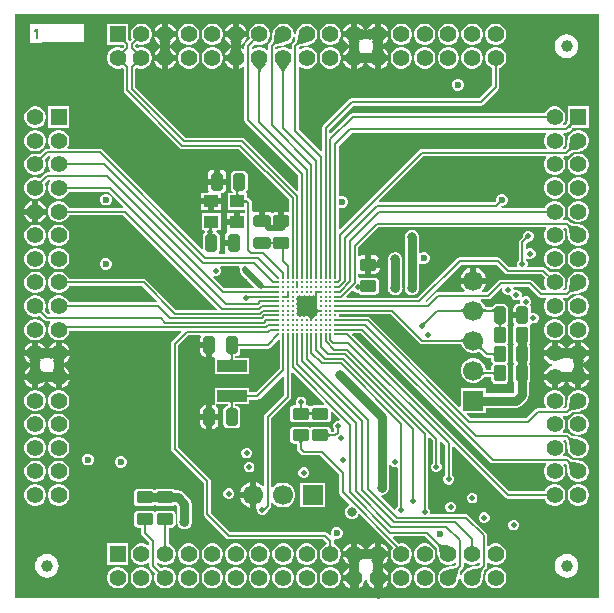
<source format=gtl>
G04*
G04 #@! TF.GenerationSoftware,Altium Limited,Altium Designer,21.4.1 (30)*
G04*
G04 Layer_Physical_Order=1*
G04 Layer_Color=255*
%FSLAX44Y44*%
%MOMM*%
G71*
G04*
G04 #@! TF.SameCoordinates,32E730F9-F919-4429-9A71-2B0F18EA1AEE*
G04*
G04*
G04 #@! TF.FilePolarity,Positive*
G04*
G01*
G75*
%ADD13C,0.2000*%
%ADD23R,2.5000X1.0000*%
%ADD24R,1.2000X1.0000*%
G04:AMPARAMS|DCode=25|XSize=1.025mm|YSize=1.4mm|CornerRadius=0.123mm|HoleSize=0mm|Usage=FLASHONLY|Rotation=270.000|XOffset=0mm|YOffset=0mm|HoleType=Round|Shape=RoundedRectangle|*
%AMROUNDEDRECTD25*
21,1,1.0250,1.1540,0,0,270.0*
21,1,0.7790,1.4000,0,0,270.0*
1,1,0.2460,-0.5770,-0.3895*
1,1,0.2460,-0.5770,0.3895*
1,1,0.2460,0.5770,0.3895*
1,1,0.2460,0.5770,-0.3895*
%
%ADD25ROUNDEDRECTD25*%
G04:AMPARAMS|DCode=26|XSize=1.025mm|YSize=1.4mm|CornerRadius=0.123mm|HoleSize=0mm|Usage=FLASHONLY|Rotation=0.000|XOffset=0mm|YOffset=0mm|HoleType=Round|Shape=RoundedRectangle|*
%AMROUNDEDRECTD26*
21,1,1.0250,1.1540,0,0,0.0*
21,1,0.7790,1.4000,0,0,0.0*
1,1,0.2460,0.3895,-0.5770*
1,1,0.2460,-0.3895,-0.5770*
1,1,0.2460,-0.3895,0.5770*
1,1,0.2460,0.3895,0.5770*
%
%ADD26ROUNDEDRECTD26*%
G04:AMPARAMS|DCode=27|XSize=1mm|YSize=1.45mm|CornerRadius=0.125mm|HoleSize=0mm|Usage=FLASHONLY|Rotation=270.000|XOffset=0mm|YOffset=0mm|HoleType=Round|Shape=RoundedRectangle|*
%AMROUNDEDRECTD27*
21,1,1.0000,1.2000,0,0,270.0*
21,1,0.7500,1.4500,0,0,270.0*
1,1,0.2500,-0.6000,-0.3750*
1,1,0.2500,-0.6000,0.3750*
1,1,0.2500,0.6000,0.3750*
1,1,0.2500,0.6000,-0.3750*
%
%ADD27ROUNDEDRECTD27*%
G04:AMPARAMS|DCode=28|XSize=1mm|YSize=1.45mm|CornerRadius=0.125mm|HoleSize=0mm|Usage=FLASHONLY|Rotation=0.000|XOffset=0mm|YOffset=0mm|HoleType=Round|Shape=RoundedRectangle|*
%AMROUNDEDRECTD28*
21,1,1.0000,1.2000,0,0,0.0*
21,1,0.7500,1.4500,0,0,0.0*
1,1,0.2500,0.3750,-0.6000*
1,1,0.2500,-0.3750,-0.6000*
1,1,0.2500,-0.3750,0.6000*
1,1,0.2500,0.3750,0.6000*
%
%ADD28ROUNDEDRECTD28*%
%ADD29C,0.2290*%
%ADD30C,1.0000*%
%ADD46C,0.5000*%
%ADD47C,0.8000*%
%ADD48C,0.1600*%
%ADD49C,0.1500*%
%ADD50R,1.4000X1.4000*%
%ADD51C,1.4000*%
%ADD52R,1.4000X1.4000*%
G04:AMPARAMS|DCode=53|XSize=1.7mm|YSize=1.7mm|CornerRadius=0.85mm|HoleSize=0mm|Usage=FLASHONLY|Rotation=270.000|XOffset=0mm|YOffset=0mm|HoleType=Round|Shape=RoundedRectangle|*
%AMROUNDEDRECTD53*
21,1,1.7000,0.0000,0,0,270.0*
21,1,0.0000,1.7000,0,0,270.0*
1,1,1.7000,0.0000,0.0000*
1,1,1.7000,0.0000,0.0000*
1,1,1.7000,0.0000,0.0000*
1,1,1.7000,0.0000,0.0000*
%
%ADD53ROUNDEDRECTD53*%
%ADD54R,1.7000X1.7000*%
G04:AMPARAMS|DCode=55|XSize=1.7mm|YSize=1.7mm|CornerRadius=0.85mm|HoleSize=0mm|Usage=FLASHONLY|Rotation=180.000|XOffset=0mm|YOffset=0mm|HoleType=Round|Shape=RoundedRectangle|*
%AMROUNDEDRECTD55*
21,1,1.7000,0.0000,0,0,180.0*
21,1,0.0000,1.7000,0,0,180.0*
1,1,1.7000,0.0000,0.0000*
1,1,1.7000,0.0000,0.0000*
1,1,1.7000,0.0000,0.0000*
1,1,1.7000,0.0000,0.0000*
%
%ADD55ROUNDEDRECTD55*%
%ADD56R,1.7000X1.7000*%
%ADD57C,0.3000*%
%ADD58C,0.8000*%
%ADD59C,0.5000*%
%ADD60C,0.6000*%
%ADD61C,0.4064*%
G36*
X497313Y2687D02*
X2687D01*
Y497313D01*
X497313D01*
Y2687D01*
D02*
G37*
%LPC*%
G36*
X307460Y489196D02*
X306318Y488890D01*
X304142Y487634D01*
X302366Y485858D01*
X301355Y484107D01*
X301440Y484113D01*
X302080Y484200D01*
X302659Y484313D01*
X303178Y484450D01*
X303636Y484613D01*
X304032Y484800D01*
X304369Y485013D01*
X304644Y485250D01*
Y474750D01*
X304369Y474987D01*
X304032Y475200D01*
X303636Y475387D01*
X303178Y475550D01*
X302659Y475687D01*
X302080Y475800D01*
X301440Y475887D01*
X300000Y475986D01*
X298560Y475887D01*
X297920Y475800D01*
X297341Y475687D01*
X296822Y475550D01*
X296365Y475387D01*
X295968Y475200D01*
X295632Y474987D01*
X295356Y474750D01*
Y485250D01*
X295632Y485013D01*
X295968Y484800D01*
X296365Y484613D01*
X296822Y484450D01*
X297341Y484313D01*
X297920Y484200D01*
X298560Y484113D01*
X298645Y484107D01*
X297634Y485858D01*
X295858Y487634D01*
X293682Y488890D01*
X292540Y489196D01*
Y480000D01*
X290000D01*
Y477460D01*
X280804D01*
X281110Y476318D01*
X282366Y474142D01*
X284142Y472366D01*
X285893Y471355D01*
X285888Y471440D01*
X285800Y472080D01*
X285688Y472659D01*
X285550Y473178D01*
X285388Y473635D01*
X285200Y474032D01*
X284988Y474369D01*
X284750Y474644D01*
X295250D01*
X295013Y474369D01*
X294800Y474032D01*
X294613Y473635D01*
X294450Y473178D01*
X294313Y472659D01*
X294200Y472080D01*
X294113Y471440D01*
X294014Y470000D01*
X294113Y468560D01*
X294200Y467920D01*
X294313Y467341D01*
X294450Y466822D01*
X294613Y466365D01*
X294800Y465968D01*
X295013Y465631D01*
X295250Y465356D01*
X284750D01*
X284988Y465631D01*
X285200Y465968D01*
X285388Y466365D01*
X285550Y466822D01*
X285688Y467341D01*
X285800Y467920D01*
X285888Y468560D01*
X285893Y468645D01*
X284142Y467634D01*
X282366Y465858D01*
X281110Y463682D01*
X280804Y462540D01*
X290000D01*
Y460000D01*
X292540D01*
Y450804D01*
X293682Y451110D01*
X295858Y452366D01*
X297634Y454142D01*
X298645Y455893D01*
X298560Y455887D01*
X297920Y455800D01*
X297341Y455687D01*
X296822Y455550D01*
X296365Y455387D01*
X295968Y455200D01*
X295632Y454987D01*
X295356Y454750D01*
Y465250D01*
X295632Y465013D01*
X295968Y464800D01*
X296365Y464613D01*
X296822Y464450D01*
X297341Y464313D01*
X297920Y464200D01*
X298560Y464113D01*
X300000Y464014D01*
X301440Y464113D01*
X302080Y464200D01*
X302659Y464313D01*
X303178Y464450D01*
X303636Y464613D01*
X304032Y464800D01*
X304369Y465013D01*
X304644Y465250D01*
Y454750D01*
X304369Y454987D01*
X304032Y455200D01*
X303636Y455387D01*
X303178Y455550D01*
X302659Y455687D01*
X302080Y455800D01*
X301440Y455887D01*
X301355Y455893D01*
X302366Y454142D01*
X304142Y452366D01*
X306318Y451110D01*
X307460Y450804D01*
Y460000D01*
X310000D01*
Y462540D01*
X319196D01*
X318890Y463682D01*
X317634Y465858D01*
X315858Y467634D01*
X314107Y468645D01*
X314113Y468560D01*
X314200Y467920D01*
X314313Y467341D01*
X314450Y466822D01*
X314613Y466365D01*
X314800Y465968D01*
X315013Y465631D01*
X315250Y465356D01*
X304750D01*
X304988Y465631D01*
X305200Y465968D01*
X305388Y466365D01*
X305550Y466822D01*
X305688Y467341D01*
X305800Y467920D01*
X305888Y468560D01*
X305986Y470000D01*
X305888Y471440D01*
X305800Y472080D01*
X305688Y472659D01*
X305550Y473178D01*
X305388Y473635D01*
X305200Y474032D01*
X304988Y474369D01*
X304750Y474644D01*
X315250D01*
X315013Y474369D01*
X314800Y474032D01*
X314613Y473635D01*
X314450Y473178D01*
X314313Y472659D01*
X314200Y472080D01*
X314113Y471440D01*
X314107Y471355D01*
X315858Y472366D01*
X317634Y474142D01*
X318890Y476318D01*
X319196Y477460D01*
X310000D01*
Y480000D01*
X307460D01*
Y489196D01*
D02*
G37*
G36*
X312540D02*
Y482540D01*
X319196D01*
X318890Y483682D01*
X317634Y485858D01*
X315858Y487634D01*
X313682Y488890D01*
X312540Y489196D01*
D02*
G37*
G36*
X287460D02*
X286318Y488890D01*
X284142Y487634D01*
X282366Y485858D01*
X281110Y483682D01*
X280804Y482540D01*
X287460D01*
Y489196D01*
D02*
G37*
G36*
X192540D02*
Y482540D01*
X199196D01*
X198890Y483682D01*
X197634Y485858D01*
X195858Y487634D01*
X193682Y488890D01*
X192540Y489196D01*
D02*
G37*
G36*
X187460D02*
X186318Y488890D01*
X184142Y487634D01*
X182366Y485858D01*
X181110Y483682D01*
X180804Y482540D01*
X187460D01*
Y489196D01*
D02*
G37*
G36*
X132540D02*
Y482540D01*
X139196D01*
X138890Y483682D01*
X137634Y485858D01*
X135858Y487634D01*
X133682Y488890D01*
X132540Y489196D01*
D02*
G37*
G36*
X127460D02*
X126318Y488890D01*
X124142Y487634D01*
X122366Y485858D01*
X121110Y483682D01*
X120804Y482540D01*
X127460D01*
Y489196D01*
D02*
G37*
G36*
X25494Y488788D02*
X15590D01*
Y472790D01*
X25494D01*
Y473520D01*
X61320D01*
Y488520D01*
X25494D01*
Y488788D01*
D02*
G37*
G36*
X199196Y477460D02*
X180804D01*
X181110Y476318D01*
X182366Y474142D01*
X184142Y472366D01*
X185893Y471355D01*
X185887Y471440D01*
X185800Y472080D01*
X185687Y472659D01*
X185550Y473178D01*
X185387Y473635D01*
X185200Y474032D01*
X184987Y474369D01*
X184750Y474644D01*
X195250D01*
X195012Y474369D01*
X194800Y474032D01*
X194612Y473635D01*
X194450Y473178D01*
X194312Y472659D01*
X194200Y472080D01*
X194112Y471440D01*
X194107Y471355D01*
X195858Y472366D01*
X197634Y474142D01*
X198890Y476318D01*
X199196Y477460D01*
D02*
G37*
G36*
X139196D02*
X120804D01*
X121110Y476318D01*
X122366Y474142D01*
X124142Y472366D01*
X125893Y471355D01*
X125887Y471440D01*
X125800Y472080D01*
X125688Y472659D01*
X125550Y473178D01*
X125387Y473635D01*
X125200Y474032D01*
X124987Y474369D01*
X124750Y474644D01*
X135250D01*
X135013Y474369D01*
X134800Y474032D01*
X134613Y473635D01*
X134450Y473178D01*
X134312Y472659D01*
X134200Y472080D01*
X134113Y471440D01*
X134107Y471355D01*
X135858Y472366D01*
X137634Y474142D01*
X138890Y476318D01*
X139196Y477460D01*
D02*
G37*
G36*
X411185Y489000D02*
X408815D01*
X406526Y488387D01*
X404474Y487202D01*
X402798Y485526D01*
X401614Y483474D01*
X401000Y481185D01*
Y478815D01*
X401614Y476526D01*
X402798Y474474D01*
X404474Y472798D01*
X406526Y471613D01*
X408815Y471000D01*
X411185D01*
X413474Y471613D01*
X415526Y472798D01*
X417202Y474474D01*
X418387Y476526D01*
X419000Y478815D01*
Y481185D01*
X418387Y483474D01*
X417202Y485526D01*
X415526Y487202D01*
X413474Y488387D01*
X411185Y489000D01*
D02*
G37*
G36*
X391185D02*
X388815D01*
X386526Y488387D01*
X384474Y487202D01*
X382799Y485526D01*
X381614Y483474D01*
X381000Y481185D01*
Y478815D01*
X381614Y476526D01*
X382799Y474474D01*
X384474Y472798D01*
X386526Y471613D01*
X388815Y471000D01*
X391185D01*
X393474Y471613D01*
X395526Y472798D01*
X397202Y474474D01*
X398387Y476526D01*
X399000Y478815D01*
Y481185D01*
X398387Y483474D01*
X397202Y485526D01*
X395526Y487202D01*
X393474Y488387D01*
X391185Y489000D01*
D02*
G37*
G36*
X371185D02*
X368815D01*
X366526Y488387D01*
X364474Y487202D01*
X362799Y485526D01*
X361614Y483474D01*
X361000Y481185D01*
Y478815D01*
X361614Y476526D01*
X362799Y474474D01*
X364474Y472798D01*
X366526Y471613D01*
X368815Y471000D01*
X371185D01*
X373474Y471613D01*
X375526Y472798D01*
X377202Y474474D01*
X378387Y476526D01*
X379000Y478815D01*
Y481185D01*
X378387Y483474D01*
X377202Y485526D01*
X375526Y487202D01*
X373474Y488387D01*
X371185Y489000D01*
D02*
G37*
G36*
X351185D02*
X348815D01*
X346526Y488387D01*
X344474Y487202D01*
X342798Y485526D01*
X341613Y483474D01*
X341000Y481185D01*
Y478815D01*
X341613Y476526D01*
X342798Y474474D01*
X344474Y472798D01*
X346526Y471613D01*
X348815Y471000D01*
X351185D01*
X353474Y471613D01*
X355526Y472798D01*
X357202Y474474D01*
X358387Y476526D01*
X359000Y478815D01*
Y481185D01*
X358387Y483474D01*
X357202Y485526D01*
X355526Y487202D01*
X353474Y488387D01*
X351185Y489000D01*
D02*
G37*
G36*
X331185D02*
X328815D01*
X326526Y488387D01*
X324474Y487202D01*
X322798Y485526D01*
X321614Y483474D01*
X321000Y481185D01*
Y478815D01*
X321614Y476526D01*
X322798Y474474D01*
X324474Y472798D01*
X326526Y471613D01*
X328815Y471000D01*
X331185D01*
X333474Y471613D01*
X335526Y472798D01*
X337202Y474474D01*
X338387Y476526D01*
X339000Y478815D01*
Y481185D01*
X338387Y483474D01*
X337202Y485526D01*
X335526Y487202D01*
X333474Y488387D01*
X331185Y489000D01*
D02*
G37*
G36*
X271185D02*
X268815D01*
X266526Y488387D01*
X264474Y487202D01*
X262798Y485526D01*
X261613Y483474D01*
X261000Y481185D01*
Y478815D01*
X261613Y476526D01*
X262798Y474474D01*
X264474Y472798D01*
X266526Y471613D01*
X268815Y471000D01*
X271185D01*
X273474Y471613D01*
X275526Y472798D01*
X277202Y474474D01*
X278387Y476526D01*
X279000Y478815D01*
Y481185D01*
X278387Y483474D01*
X277202Y485526D01*
X275526Y487202D01*
X273474Y488387D01*
X271185Y489000D01*
D02*
G37*
G36*
X171185D02*
X168815D01*
X166526Y488387D01*
X164474Y487202D01*
X162798Y485526D01*
X161613Y483474D01*
X161000Y481185D01*
Y478815D01*
X161613Y476526D01*
X162798Y474474D01*
X164474Y472798D01*
X166526Y471613D01*
X168815Y471000D01*
X171185D01*
X173474Y471613D01*
X175526Y472798D01*
X177202Y474474D01*
X178387Y476526D01*
X179000Y478815D01*
Y481185D01*
X178387Y483474D01*
X177202Y485526D01*
X175526Y487202D01*
X173474Y488387D01*
X171185Y489000D01*
D02*
G37*
G36*
X151185D02*
X148815D01*
X146526Y488387D01*
X144474Y487202D01*
X142798Y485526D01*
X141613Y483474D01*
X141000Y481185D01*
Y478815D01*
X141613Y476526D01*
X142798Y474474D01*
X144474Y472798D01*
X146526Y471613D01*
X148815Y471000D01*
X151185D01*
X153474Y471613D01*
X155526Y472798D01*
X157202Y474474D01*
X158387Y476526D01*
X159000Y478815D01*
Y481185D01*
X158387Y483474D01*
X157202Y485526D01*
X155526Y487202D01*
X153474Y488387D01*
X151185Y489000D01*
D02*
G37*
G36*
X251185D02*
X248815D01*
X246526Y488387D01*
X244474Y487202D01*
X242798Y485526D01*
X241613Y483474D01*
X241042Y481343D01*
X240842Y481043D01*
X240620Y480715D01*
X240619Y480710D01*
X240616Y480705D01*
X240540Y480321D01*
X240461Y479935D01*
X240456Y478841D01*
X240345Y476922D01*
X240249Y476153D01*
X240125Y475468D01*
X239979Y474891D01*
X239822Y474429D01*
X239664Y474082D01*
X239521Y473851D01*
X239501Y473827D01*
X238087Y472413D01*
X237424Y471421D01*
X237191Y470250D01*
X237191Y470250D01*
Y467196D01*
X236018Y466710D01*
X235526Y467202D01*
X233474Y468387D01*
X231185Y469000D01*
X228815D01*
X226526Y468387D01*
X224579Y467262D01*
X223833Y467467D01*
X223309Y467684D01*
Y468983D01*
X223827Y469501D01*
X223851Y469521D01*
X224082Y469664D01*
X224429Y469822D01*
X224891Y469980D01*
X225468Y470125D01*
X226153Y470249D01*
X226922Y470345D01*
X228841Y470456D01*
X229935Y470461D01*
X230316Y470539D01*
X230705Y470616D01*
X230710Y470619D01*
X230715Y470620D01*
X231038Y470839D01*
X231343Y471042D01*
X233474Y471613D01*
X235526Y472798D01*
X237202Y474474D01*
X238386Y476526D01*
X239000Y478815D01*
Y481185D01*
X238386Y483474D01*
X237202Y485526D01*
X235526Y487202D01*
X233474Y488387D01*
X231185Y489000D01*
X228815D01*
X226526Y488387D01*
X224474Y487202D01*
X222798Y485526D01*
X221613Y483474D01*
X221042Y481343D01*
X220841Y481041D01*
X220620Y480715D01*
X220619Y480709D01*
X220616Y480705D01*
X220540Y480321D01*
X220461Y479935D01*
X220456Y478841D01*
X220345Y476922D01*
X220249Y476153D01*
X220125Y475468D01*
X219979Y474891D01*
X219822Y474429D01*
X219664Y474082D01*
X219521Y473851D01*
X219501Y473827D01*
X218087Y472413D01*
X217424Y471421D01*
X217191Y470250D01*
X217191Y470250D01*
Y467196D01*
X216018Y466710D01*
X215526Y467202D01*
X213474Y468387D01*
X211185Y469000D01*
X208815D01*
X206526Y468387D01*
X204579Y467262D01*
X203834Y467467D01*
X203309Y467684D01*
Y468983D01*
X206154Y471828D01*
X206526Y471613D01*
X208815Y471000D01*
X211185D01*
X213474Y471613D01*
X215526Y472798D01*
X217202Y474474D01*
X218386Y476526D01*
X219000Y478815D01*
Y481185D01*
X218386Y483474D01*
X217202Y485526D01*
X215526Y487202D01*
X213474Y488387D01*
X211185Y489000D01*
X208815D01*
X206526Y488387D01*
X204474Y487202D01*
X202798Y485526D01*
X201613Y483474D01*
X201000Y481185D01*
Y478815D01*
X201613Y476526D01*
X201828Y476154D01*
X198087Y472413D01*
X197424Y471421D01*
X197191Y470250D01*
X197191Y470250D01*
Y467960D01*
X196018Y467474D01*
X195858Y467634D01*
X194107Y468645D01*
X194112Y468560D01*
X194200Y467920D01*
X194312Y467341D01*
X194450Y466822D01*
X194612Y466365D01*
X194800Y465968D01*
X195012Y465631D01*
X195250Y465356D01*
X184750D01*
X184987Y465631D01*
X185200Y465968D01*
X185387Y466365D01*
X185550Y466822D01*
X185687Y467341D01*
X185800Y467920D01*
X185887Y468560D01*
X185893Y468645D01*
X184142Y467634D01*
X182366Y465858D01*
X181110Y463682D01*
X180804Y462540D01*
X190000D01*
Y460000D01*
X192540D01*
Y450804D01*
X193682Y451110D01*
X195858Y452366D01*
X196018Y452527D01*
X197191Y452040D01*
Y407700D01*
X197191Y407700D01*
X197424Y406530D01*
X198087Y405537D01*
X242941Y360683D01*
Y347956D01*
X241768Y347469D01*
X197464Y391774D01*
X196537Y392393D01*
X195445Y392610D01*
X147537D01*
X104815Y435332D01*
Y450778D01*
X105971Y451934D01*
X106526Y451613D01*
X108815Y451000D01*
X111185D01*
X113474Y451613D01*
X115526Y452798D01*
X117201Y454474D01*
X118386Y456526D01*
X119000Y458815D01*
Y461185D01*
X118386Y463474D01*
X117201Y465526D01*
X115526Y467202D01*
X113474Y468387D01*
X111185Y469000D01*
X108815D01*
X106526Y468387D01*
X105971Y468066D01*
X104815Y469223D01*
Y471068D01*
X105787Y472040D01*
X106526Y471613D01*
X108815Y471000D01*
X111185D01*
X113474Y471613D01*
X115526Y472798D01*
X117201Y474474D01*
X118386Y476526D01*
X119000Y478815D01*
Y481185D01*
X118386Y483474D01*
X117201Y485526D01*
X115526Y487202D01*
X113474Y488387D01*
X111185Y489000D01*
X108815D01*
X106526Y488387D01*
X104474Y487202D01*
X102798Y485526D01*
X101613Y483474D01*
X101000Y481185D01*
Y478815D01*
X101613Y476526D01*
X101827Y476155D01*
X100405Y474733D01*
X99012Y475025D01*
X99000Y475037D01*
Y489000D01*
X81000D01*
Y471000D01*
X94963D01*
X95185Y470778D01*
Y469223D01*
X94029Y468066D01*
X93474Y468387D01*
X91185Y469000D01*
X88815D01*
X86526Y468387D01*
X84474Y467202D01*
X82798Y465526D01*
X81613Y463474D01*
X81000Y461185D01*
Y458815D01*
X81613Y456526D01*
X82798Y454474D01*
X84474Y452798D01*
X86526Y451613D01*
X88815Y451000D01*
X91185D01*
X93474Y451613D01*
X94029Y451934D01*
X95185Y450778D01*
Y432526D01*
X95402Y431434D01*
X96021Y430508D01*
X142712Y383816D01*
X143639Y383198D01*
X144731Y382980D01*
X192639D01*
X212068Y363551D01*
X212068Y363551D01*
X214839Y360779D01*
X235185Y340434D01*
Y330195D01*
X234203Y329389D01*
X234180Y329394D01*
X230950D01*
Y321655D01*
X225870D01*
Y329394D01*
X222640D01*
X221169Y329101D01*
X220699Y328787D01*
X220632Y328887D01*
X219379Y329725D01*
X217900Y330019D01*
X214440D01*
Y322405D01*
X209360D01*
Y330019D01*
X205900D01*
X204928Y329826D01*
X203658Y330626D01*
Y337339D01*
X203658Y337339D01*
X203425Y338509D01*
X202762Y339502D01*
X202762Y339502D01*
X201590Y340673D01*
X200598Y341336D01*
X199427Y341569D01*
X199150Y342795D01*
Y345510D01*
X198950D01*
X198564Y346780D01*
X198993Y347067D01*
X199712Y348142D01*
X199964Y349410D01*
Y361410D01*
X199712Y362678D01*
X198993Y363753D01*
X197918Y364471D01*
X196650Y364724D01*
X189150D01*
X187882Y364471D01*
X186807Y363753D01*
X186089Y362678D01*
X185837Y361410D01*
Y349410D01*
X186089Y348142D01*
X186807Y347067D01*
X187236Y346780D01*
X186851Y345510D01*
X183150D01*
Y331510D01*
X197540D01*
Y329050D01*
X193690D01*
Y321510D01*
X191150D01*
Y318970D01*
X182610D01*
Y313970D01*
X182610Y313970D01*
X182608Y312701D01*
X181668Y312073D01*
X180830Y310819D01*
X180536Y309340D01*
Y305880D01*
X188150D01*
Y300800D01*
X180536D01*
Y297340D01*
X180830Y295861D01*
X181186Y295329D01*
X180507Y294059D01*
X176028D01*
X175887Y294227D01*
X175465Y295329D01*
X175962Y296072D01*
X176214Y297340D01*
Y309340D01*
X175962Y310608D01*
X175243Y311683D01*
X174168Y312401D01*
X173454Y312544D01*
X173222Y313350D01*
X174069Y314510D01*
X177150D01*
Y328510D01*
X161150D01*
Y314510D01*
X163200D01*
X163843Y313547D01*
Y312208D01*
X163057Y311683D01*
X162339Y310608D01*
X162087Y309340D01*
Y299149D01*
X160913Y298662D01*
X77413Y382163D01*
X76420Y382826D01*
X75250Y383059D01*
X75250Y383059D01*
X47446D01*
X46960Y384232D01*
X47202Y384474D01*
X48387Y386526D01*
X49000Y388815D01*
Y391185D01*
X48387Y393474D01*
X47202Y395526D01*
X45526Y397202D01*
X43474Y398387D01*
X41185Y399000D01*
X38815D01*
X36526Y398387D01*
X34474Y397202D01*
X32798Y395526D01*
X31613Y393474D01*
X31000Y391185D01*
Y388815D01*
X31613Y386526D01*
X32798Y384474D01*
X33040Y384232D01*
X32554Y383059D01*
X30000D01*
X30000Y383059D01*
X28829Y382826D01*
X27837Y382163D01*
X27837Y382163D01*
X23846Y378172D01*
X23474Y378387D01*
X21185Y379000D01*
X18815D01*
X16526Y378387D01*
X14474Y377202D01*
X12798Y375526D01*
X11613Y373474D01*
X11000Y371185D01*
Y368815D01*
X11613Y366526D01*
X12798Y364474D01*
X14474Y362798D01*
X16526Y361613D01*
X18815Y361000D01*
X21185D01*
X23474Y361613D01*
X25526Y362798D01*
X27202Y364474D01*
X28387Y366526D01*
X29000Y368815D01*
Y371185D01*
X28387Y373474D01*
X28172Y373846D01*
X31267Y376941D01*
X32554D01*
X33040Y375768D01*
X32798Y375526D01*
X31613Y373474D01*
X31000Y371185D01*
Y368815D01*
X31613Y366526D01*
X32798Y364474D01*
X33040Y364232D01*
X32554Y363059D01*
X30000D01*
X28829Y362826D01*
X27837Y362163D01*
X27837Y362163D01*
X23846Y358172D01*
X23474Y358387D01*
X21185Y359000D01*
X18815D01*
X16526Y358387D01*
X14474Y357202D01*
X12798Y355526D01*
X11613Y353474D01*
X11000Y351185D01*
Y348815D01*
X11613Y346526D01*
X12798Y344474D01*
X14474Y342798D01*
X16526Y341613D01*
X18815Y341000D01*
X21185D01*
X23474Y341613D01*
X25526Y342798D01*
X27202Y344474D01*
X28387Y346526D01*
X29000Y348815D01*
Y351185D01*
X28387Y353474D01*
X28172Y353846D01*
X31267Y356941D01*
X32554D01*
X33040Y355768D01*
X32798Y355526D01*
X31613Y353474D01*
X31000Y351185D01*
Y348815D01*
X31613Y346526D01*
X32798Y344474D01*
X34474Y342798D01*
X36526Y341613D01*
X38815Y341000D01*
X41185D01*
X43474Y341613D01*
X45526Y342798D01*
X47202Y344474D01*
X48387Y346526D01*
X48498Y346941D01*
X81983D01*
X94595Y334329D01*
X94069Y333059D01*
X48498D01*
X48387Y333474D01*
X47202Y335526D01*
X45526Y337202D01*
X43474Y338387D01*
X41185Y339000D01*
X38815D01*
X36526Y338387D01*
X34474Y337202D01*
X32798Y335526D01*
X31613Y333474D01*
X31000Y331185D01*
Y328815D01*
X31613Y326526D01*
X32798Y324474D01*
X34474Y322798D01*
X36526Y321614D01*
X38815Y321000D01*
X41185D01*
X43474Y321614D01*
X45526Y322798D01*
X47202Y324474D01*
X48387Y326526D01*
X48498Y326942D01*
X94483D01*
X173692Y247732D01*
X173206Y246559D01*
X139657D01*
X114052Y272163D01*
X113060Y272826D01*
X111889Y273059D01*
X111889Y273059D01*
X48498D01*
X48387Y273474D01*
X47202Y275526D01*
X45526Y277202D01*
X43474Y278387D01*
X41185Y279000D01*
X38815D01*
X36526Y278387D01*
X34474Y277202D01*
X32798Y275526D01*
X31613Y273474D01*
X31000Y271185D01*
Y268815D01*
X31613Y266526D01*
X32798Y264474D01*
X34474Y262799D01*
X36526Y261614D01*
X38815Y261000D01*
X41185D01*
X43474Y261614D01*
X45526Y262799D01*
X47202Y264474D01*
X48387Y266526D01*
X48498Y266942D01*
X110623D01*
X123236Y254329D01*
X122709Y253059D01*
X48498D01*
X48387Y253474D01*
X47202Y255526D01*
X45526Y257202D01*
X43474Y258387D01*
X41185Y259000D01*
X38815D01*
X36526Y258387D01*
X34474Y257202D01*
X32798Y255526D01*
X31613Y253474D01*
X31000Y251185D01*
Y248815D01*
X31613Y246526D01*
X32798Y244474D01*
X33040Y244232D01*
X32554Y243059D01*
X31267D01*
X28172Y246154D01*
X28387Y246526D01*
X29000Y248815D01*
Y251185D01*
X28387Y253474D01*
X27202Y255526D01*
X25526Y257202D01*
X23474Y258387D01*
X21185Y259000D01*
X18815D01*
X16526Y258387D01*
X14474Y257202D01*
X12798Y255526D01*
X11613Y253474D01*
X11000Y251185D01*
Y248815D01*
X11613Y246526D01*
X12798Y244474D01*
X14474Y242798D01*
X16526Y241613D01*
X18815Y241000D01*
X21185D01*
X23474Y241613D01*
X23846Y241828D01*
X27837Y237837D01*
X27837Y237837D01*
X28829Y237174D01*
X30000Y236941D01*
X32554D01*
X33040Y235768D01*
X32798Y235526D01*
X31613Y233474D01*
X31000Y231185D01*
Y228815D01*
X31613Y226526D01*
X32798Y224474D01*
X34474Y222798D01*
X36526Y221613D01*
X38815Y221000D01*
X41185D01*
X43474Y221613D01*
X45526Y222798D01*
X47202Y224474D01*
X48387Y226526D01*
X49000Y228815D01*
Y229161D01*
X143166D01*
X143652Y227988D01*
X136077Y220413D01*
X135414Y219421D01*
X135181Y218250D01*
X135181Y218250D01*
Y129350D01*
X135181Y129350D01*
X135414Y128180D01*
X136077Y127187D01*
X162728Y100536D01*
Y73863D01*
X162728Y73863D01*
X162961Y72693D01*
X163624Y71700D01*
X181797Y53527D01*
X182789Y52864D01*
X183960Y52631D01*
X183960Y52631D01*
X263973D01*
X266920Y49684D01*
X266788Y48457D01*
X266526Y48387D01*
X264474Y47202D01*
X262798Y45526D01*
X261613Y43474D01*
X261000Y41185D01*
Y38815D01*
X261613Y36526D01*
X262798Y34474D01*
X264474Y32798D01*
X266526Y31613D01*
X268815Y31000D01*
X271185D01*
X273474Y31613D01*
X275526Y32798D01*
X277202Y34474D01*
X278387Y36526D01*
X279000Y38815D01*
Y41185D01*
X278387Y43474D01*
X277202Y45526D01*
X275526Y47202D01*
X273474Y48387D01*
X273059Y48498D01*
Y50930D01*
X273059Y50930D01*
X272826Y52101D01*
X272804Y52134D01*
X273646Y53160D01*
X274296Y52890D01*
X276286D01*
X278123Y53651D01*
X279530Y55058D01*
X280291Y56895D01*
Y58885D01*
X279530Y60722D01*
X278123Y62129D01*
X276286Y62890D01*
X274296D01*
X272459Y62129D01*
X271052Y60722D01*
X270291Y58885D01*
Y56895D01*
X270386Y56666D01*
X269310Y55946D01*
X267403Y57853D01*
X266411Y58516D01*
X265240Y58749D01*
X265240Y58749D01*
X185227D01*
X168846Y75130D01*
Y101803D01*
X168846Y101803D01*
X168613Y102974D01*
X167950Y103966D01*
X167950Y103966D01*
X141299Y130617D01*
Y216983D01*
X149667Y225351D01*
X159365D01*
X160105Y224081D01*
X159886Y222980D01*
Y219520D01*
X167500D01*
Y216980D01*
X170040D01*
Y207116D01*
X170591D01*
X171642Y206516D01*
X172000Y205619D01*
X172000D01*
Y192200D01*
X201000D01*
Y206200D01*
X189559D01*
Y207666D01*
X190250D01*
X191518Y207919D01*
X192593Y208637D01*
X193311Y209712D01*
X193564Y210980D01*
Y213921D01*
X216980D01*
X216980Y213921D01*
X218151Y214154D01*
X219143Y214817D01*
X225768Y221442D01*
X226941Y220956D01*
Y196977D01*
X206823Y176859D01*
X201000D01*
Y180800D01*
X172000D01*
Y167381D01*
X172000D01*
X171642Y166484D01*
X170591Y165884D01*
X170040D01*
Y158560D01*
X175114D01*
Y162020D01*
X174820Y163499D01*
X173982Y164753D01*
X172819Y165530D01*
X172807Y165622D01*
X173571Y166800D01*
X183441D01*
Y165334D01*
X182750D01*
X181482Y165081D01*
X180407Y164363D01*
X179689Y163288D01*
X179436Y162020D01*
Y150020D01*
X179689Y148752D01*
X180407Y147677D01*
X181482Y146959D01*
X182750Y146706D01*
X190250D01*
X191518Y146959D01*
X192593Y147677D01*
X193311Y148752D01*
X193564Y150020D01*
Y162020D01*
X193311Y163288D01*
X192593Y164363D01*
X191518Y165081D01*
X190250Y165334D01*
X189559D01*
Y166800D01*
X201000D01*
Y170741D01*
X208090D01*
X208090Y170741D01*
X209261Y170974D01*
X210253Y171637D01*
X229768Y191152D01*
X230941Y190666D01*
Y174307D01*
X214817Y158183D01*
X214154Y157191D01*
X213921Y156020D01*
X213921Y156020D01*
Y97748D01*
X212651Y97222D01*
X211059Y98814D01*
X208541Y100268D01*
X206820Y100729D01*
Y89980D01*
Y79231D01*
X207182Y79328D01*
X207278Y79219D01*
X208000Y78232D01*
Y76605D01*
X208685Y74951D01*
X209951Y73685D01*
X211605Y73000D01*
X213395D01*
X215049Y73685D01*
X216315Y74951D01*
X217000Y76605D01*
Y76746D01*
X219143Y78889D01*
X219806Y79881D01*
X220039Y81052D01*
Y83226D01*
X221035Y83493D01*
X221309Y83502D01*
X223233Y81578D01*
X225627Y80196D01*
X228298Y79480D01*
X231062D01*
X233733Y80196D01*
X236127Y81578D01*
X238082Y83533D01*
X239464Y85927D01*
X240180Y88598D01*
Y91362D01*
X239464Y94033D01*
X238082Y96427D01*
X236127Y98382D01*
X233733Y99764D01*
X231062Y100480D01*
X228298D01*
X225627Y99764D01*
X223233Y98382D01*
X221309Y96458D01*
X221035Y96467D01*
X220039Y96734D01*
Y154753D01*
X236163Y170877D01*
X236163Y170877D01*
X236826Y171870D01*
X237059Y173040D01*
Y193456D01*
X238232Y193942D01*
X265018Y167157D01*
X264532Y165983D01*
X255660D01*
X254400Y165733D01*
X254171Y165580D01*
X253019Y165018D01*
X251950Y165732D01*
X250690Y165983D01*
X250349D01*
X249501Y167253D01*
X249750Y167855D01*
Y169645D01*
X249065Y171299D01*
X247799Y172565D01*
X246145Y173250D01*
X244355D01*
X242701Y172565D01*
X241435Y171299D01*
X240750Y169645D01*
Y167855D01*
X240999Y167253D01*
X240151Y165983D01*
X239150D01*
X237890Y165732D01*
X236821Y165018D01*
X236107Y163950D01*
X235857Y162690D01*
Y154900D01*
X236107Y153639D01*
X236821Y152571D01*
X237890Y151857D01*
X239150Y151606D01*
X250690D01*
X251950Y151857D01*
X252179Y152010D01*
X253331Y152571D01*
X254400Y151857D01*
X255660Y151607D01*
X267200D01*
X268460Y151857D01*
X269529Y152571D01*
X270243Y153640D01*
X270493Y154900D01*
Y160022D01*
X271667Y160508D01*
X278136Y154038D01*
X277683Y153135D01*
X277478Y152900D01*
X275775D01*
X274121Y152215D01*
X272855Y150949D01*
X272170Y149295D01*
Y147505D01*
X272855Y145851D01*
X273191Y145515D01*
Y144167D01*
X272628Y143604D01*
X270493D01*
Y144440D01*
X270243Y145700D01*
X269529Y146769D01*
X268460Y147483D01*
X267200Y147733D01*
X255660D01*
X254400Y147483D01*
X254171Y147330D01*
X253019Y146768D01*
X251950Y147482D01*
X250690Y147733D01*
X239150D01*
X237890Y147482D01*
X236821Y146768D01*
X236107Y145700D01*
X235857Y144440D01*
Y136650D01*
X236107Y135389D01*
X236821Y134321D01*
X237890Y133607D01*
X239150Y133356D01*
X241861D01*
Y129350D01*
X241861Y129350D01*
X242094Y128180D01*
X242757Y127187D01*
X245297Y124647D01*
X245297Y124647D01*
X246289Y123984D01*
X247460Y123751D01*
X261433D01*
X277421Y107763D01*
Y92520D01*
X277421Y92520D01*
X277654Y91349D01*
X278317Y90357D01*
X285927Y82747D01*
X285679Y81502D01*
X284701Y81097D01*
X283013Y79409D01*
X282100Y77203D01*
Y74816D01*
X283013Y72611D01*
X284701Y70924D01*
X286907Y70010D01*
X289293D01*
X291499Y70924D01*
X293187Y72611D01*
X293592Y73589D01*
X294837Y73837D01*
X322973Y45701D01*
X322798Y45526D01*
X321614Y43474D01*
X321000Y41185D01*
Y38815D01*
X321614Y36526D01*
X322798Y34474D01*
X324474Y32798D01*
X326526Y31613D01*
X328815Y31000D01*
X331185D01*
X333474Y31613D01*
X335526Y32798D01*
X337202Y34474D01*
X338387Y36526D01*
X339000Y38815D01*
Y41185D01*
X338387Y43474D01*
X337202Y45526D01*
X335526Y47202D01*
X333474Y48387D01*
X331185Y49000D01*
X328815D01*
X328429Y48896D01*
X323328Y53998D01*
X323814Y55171D01*
X350503D01*
X359501Y46173D01*
X359521Y46149D01*
X359664Y45918D01*
X359822Y45571D01*
X359980Y45109D01*
X360125Y44532D01*
X360249Y43847D01*
X360346Y43078D01*
X360456Y41159D01*
X360462Y40065D01*
X360540Y39683D01*
X360617Y39295D01*
X360620Y39290D01*
X360621Y39285D01*
X360839Y38961D01*
X361043Y38657D01*
X361614Y36526D01*
X362799Y34474D01*
X364474Y32798D01*
X366526Y31613D01*
X368815Y31000D01*
X371185D01*
X373474Y31613D01*
X375421Y32738D01*
X376165Y32534D01*
X376692Y32316D01*
Y31017D01*
X376174Y30499D01*
X376150Y30479D01*
X375918Y30336D01*
X375572Y30178D01*
X375109Y30020D01*
X374533Y29875D01*
X373848Y29751D01*
X373079Y29655D01*
X371159Y29544D01*
X370065Y29539D01*
X369686Y29461D01*
X369295Y29384D01*
X369291Y29381D01*
X369286Y29380D01*
X368963Y29162D01*
X368658Y28958D01*
X366526Y28387D01*
X364474Y27202D01*
X362799Y25526D01*
X361614Y23474D01*
X361000Y21185D01*
Y18815D01*
X361614Y16526D01*
X362799Y14474D01*
X364474Y12798D01*
X366526Y11613D01*
X368815Y11000D01*
X371185D01*
X373474Y11613D01*
X375526Y12798D01*
X377202Y14474D01*
X378387Y16526D01*
X378958Y18657D01*
X379158Y18957D01*
X379380Y19285D01*
X379381Y19290D01*
X379384Y19295D01*
X379460Y19679D01*
X379539Y20065D01*
X379544Y21159D01*
X379655Y23078D01*
X379751Y23847D01*
X379876Y24532D01*
X380021Y25109D01*
X380178Y25571D01*
X380337Y25917D01*
X380479Y26149D01*
X380499Y26173D01*
X381913Y27587D01*
X381913Y27587D01*
X382576Y28579D01*
X382809Y29750D01*
Y32804D01*
X383982Y33290D01*
X384474Y32798D01*
X386526Y31613D01*
X388815Y31000D01*
X391185D01*
X393474Y31613D01*
X395421Y32738D01*
X396165Y32534D01*
X396692Y32316D01*
Y31017D01*
X396174Y30499D01*
X396150Y30479D01*
X395918Y30336D01*
X395572Y30178D01*
X395109Y30020D01*
X394533Y29875D01*
X393848Y29751D01*
X393079Y29655D01*
X391159Y29544D01*
X390065Y29539D01*
X389686Y29461D01*
X389295Y29384D01*
X389291Y29381D01*
X389286Y29380D01*
X388963Y29162D01*
X388657Y28958D01*
X386526Y28387D01*
X384474Y27202D01*
X382799Y25526D01*
X381614Y23474D01*
X381000Y21185D01*
Y18815D01*
X381614Y16526D01*
X382799Y14474D01*
X384474Y12798D01*
X386526Y11613D01*
X388815Y11000D01*
X391185D01*
X393474Y11613D01*
X395526Y12798D01*
X397202Y14474D01*
X398387Y16526D01*
X398958Y18657D01*
X399158Y18957D01*
X399380Y19285D01*
X399381Y19290D01*
X399384Y19295D01*
X399460Y19679D01*
X399539Y20065D01*
X399544Y21159D01*
X399655Y23078D01*
X399751Y23847D01*
X399875Y24532D01*
X400021Y25109D01*
X400178Y25571D01*
X400337Y25917D01*
X400479Y26149D01*
X400499Y26173D01*
X401913Y27587D01*
X401913Y27587D01*
X402576Y28579D01*
X402809Y29750D01*
Y32804D01*
X403982Y33290D01*
X404474Y32798D01*
X406526Y31613D01*
X408815Y31000D01*
X411185D01*
X413474Y31613D01*
X415526Y32798D01*
X417202Y34474D01*
X418387Y36526D01*
X419000Y38815D01*
Y41185D01*
X418387Y43474D01*
X417202Y45526D01*
X415526Y47202D01*
X413474Y48387D01*
X411185Y49000D01*
X408815D01*
X406526Y48387D01*
X404474Y47202D01*
X403982Y46710D01*
X402809Y47196D01*
Y55800D01*
X402809Y55800D01*
X402576Y56970D01*
X401913Y57963D01*
X386783Y73093D01*
X385790Y73756D01*
X384620Y73989D01*
X384620Y73989D01*
X355177D01*
X354471Y75045D01*
X354500Y75115D01*
Y76905D01*
X353815Y78559D01*
X353059Y79315D01*
Y138416D01*
X354232Y138902D01*
X356692Y136443D01*
Y117415D01*
X355935Y116659D01*
X355250Y115005D01*
Y113215D01*
X355935Y111561D01*
X357201Y110295D01*
X358855Y109610D01*
X360645D01*
X362299Y110295D01*
X363565Y111561D01*
X364250Y113215D01*
Y115005D01*
X363565Y116659D01*
X362809Y117415D01*
Y135016D01*
X363982Y135502D01*
X367061Y132423D01*
Y106514D01*
X366305Y105758D01*
X365620Y104104D01*
Y102314D01*
X366305Y100660D01*
X367571Y99394D01*
X369225Y98709D01*
X371015D01*
X372669Y99394D01*
X373935Y100660D01*
X374620Y102314D01*
Y104104D01*
X373935Y105758D01*
X373179Y106514D01*
Y130996D01*
X374352Y131482D01*
X417997Y87837D01*
X417997Y87837D01*
X418990Y87174D01*
X420160Y86941D01*
X451502D01*
X451613Y86526D01*
X452798Y84474D01*
X454474Y82798D01*
X456526Y81613D01*
X458815Y81000D01*
X461185D01*
X463474Y81613D01*
X465526Y82798D01*
X467202Y84474D01*
X468387Y86526D01*
X469000Y88815D01*
Y91185D01*
X468387Y93474D01*
X467202Y95526D01*
X465526Y97202D01*
X463474Y98386D01*
X461185Y99000D01*
X458815D01*
X456526Y98386D01*
X454474Y97202D01*
X452798Y95526D01*
X451613Y93474D01*
X451502Y93059D01*
X421427D01*
X288718Y225768D01*
X289204Y226941D01*
X295770D01*
X405125Y117587D01*
X405125Y117587D01*
X406117Y116924D01*
X407288Y116691D01*
X407288Y116691D01*
X452316D01*
X452534Y116165D01*
X452738Y115421D01*
X451613Y113474D01*
X451000Y111185D01*
Y108815D01*
X451613Y106526D01*
X452798Y104474D01*
X454474Y102798D01*
X456526Y101613D01*
X458815Y101000D01*
X461185D01*
X463474Y101613D01*
X465526Y102798D01*
X467202Y104474D01*
X468387Y106526D01*
X469000Y108815D01*
Y111185D01*
X468387Y113474D01*
X467262Y115421D01*
X467466Y116165D01*
X467684Y116691D01*
X468983D01*
X469501Y116173D01*
X469521Y116149D01*
X469664Y115917D01*
X469822Y115571D01*
X469980Y115108D01*
X470125Y114532D01*
X470249Y113847D01*
X470345Y113078D01*
X470456Y111159D01*
X470461Y110065D01*
X470539Y109685D01*
X470616Y109295D01*
X470619Y109290D01*
X470620Y109285D01*
X470838Y108962D01*
X471042Y108657D01*
X471613Y106526D01*
X472798Y104474D01*
X474474Y102798D01*
X476526Y101613D01*
X478815Y101000D01*
X481185D01*
X483474Y101613D01*
X485526Y102798D01*
X487202Y104474D01*
X488387Y106526D01*
X489000Y108815D01*
Y111185D01*
X488387Y113474D01*
X487202Y115526D01*
X485526Y117201D01*
X483474Y118386D01*
X481343Y118957D01*
X481043Y119158D01*
X480715Y119379D01*
X480710Y119381D01*
X480705Y119383D01*
X480321Y119460D01*
X479935Y119538D01*
X478841Y119544D01*
X476922Y119654D01*
X476153Y119750D01*
X475468Y119875D01*
X474891Y120020D01*
X474429Y120178D01*
X474082Y120336D01*
X473851Y120479D01*
X473827Y120499D01*
X472413Y121913D01*
X471421Y122576D01*
X470250Y122809D01*
X470250Y122809D01*
X467196D01*
X466710Y123982D01*
X467202Y124474D01*
X468387Y126526D01*
X469000Y128815D01*
Y131185D01*
X468387Y133474D01*
X467262Y135421D01*
X467466Y136165D01*
X467684Y136691D01*
X468983D01*
X469501Y136173D01*
X469521Y136149D01*
X469664Y135917D01*
X469822Y135571D01*
X469980Y135108D01*
X470125Y134532D01*
X470249Y133847D01*
X470345Y133078D01*
X470456Y131159D01*
X470461Y130065D01*
X470539Y129685D01*
X470616Y129294D01*
X470619Y129290D01*
X470620Y129285D01*
X470838Y128962D01*
X471042Y128657D01*
X471613Y126526D01*
X472798Y124474D01*
X474474Y122798D01*
X476526Y121613D01*
X478815Y121000D01*
X481185D01*
X483474Y121613D01*
X485526Y122798D01*
X487202Y124474D01*
X488387Y126526D01*
X489000Y128815D01*
Y131185D01*
X488387Y133474D01*
X487202Y135526D01*
X485526Y137201D01*
X483474Y138386D01*
X481343Y138957D01*
X481043Y139158D01*
X480715Y139379D01*
X480710Y139380D01*
X480705Y139383D01*
X480321Y139460D01*
X479935Y139538D01*
X478841Y139544D01*
X476922Y139654D01*
X476153Y139750D01*
X475468Y139875D01*
X474891Y140020D01*
X474429Y140178D01*
X474082Y140336D01*
X473851Y140479D01*
X473827Y140499D01*
X472413Y141913D01*
X471421Y142576D01*
X470250Y142809D01*
X470250Y142809D01*
X467196D01*
X466710Y143982D01*
X467202Y144474D01*
X468387Y146526D01*
X469000Y148815D01*
Y151185D01*
X468387Y153474D01*
X467202Y155526D01*
X466710Y156018D01*
X467196Y157191D01*
X470250D01*
X470250Y157191D01*
X471421Y157424D01*
X472413Y158087D01*
X473827Y159501D01*
X473851Y159521D01*
X474082Y159664D01*
X474429Y159822D01*
X474891Y159979D01*
X475468Y160125D01*
X476152Y160249D01*
X476922Y160345D01*
X478841Y160456D01*
X479935Y160461D01*
X480316Y160539D01*
X480705Y160616D01*
X480709Y160619D01*
X480715Y160620D01*
X481040Y160840D01*
X481343Y161042D01*
X483474Y161613D01*
X485526Y162798D01*
X487202Y164474D01*
X488387Y166526D01*
X489000Y168815D01*
Y171185D01*
X488387Y173474D01*
X487202Y175526D01*
X485526Y177202D01*
X483474Y178387D01*
X481185Y179000D01*
X478815D01*
X476526Y178387D01*
X474474Y177202D01*
X472798Y175526D01*
X471613Y173474D01*
X471042Y171343D01*
X470842Y171043D01*
X470620Y170715D01*
X470619Y170710D01*
X470616Y170705D01*
X470540Y170323D01*
X470461Y169935D01*
X470456Y168841D01*
X470345Y166922D01*
X470249Y166153D01*
X470125Y165467D01*
X469980Y164891D01*
X469822Y164429D01*
X469664Y164082D01*
X469521Y163851D01*
X469501Y163827D01*
X468983Y163309D01*
X467684D01*
X467467Y163833D01*
X467262Y164579D01*
X468387Y166526D01*
X469000Y168815D01*
Y171185D01*
X468387Y173474D01*
X467202Y175526D01*
X465526Y177202D01*
X463474Y178387D01*
X461185Y179000D01*
X458815D01*
X456526Y178387D01*
X454474Y177202D01*
X452798Y175526D01*
X451613Y173474D01*
X451000Y171185D01*
Y168815D01*
X451613Y166526D01*
X452738Y164579D01*
X452533Y163833D01*
X452316Y163309D01*
X445580D01*
X445580Y163309D01*
X444409Y163076D01*
X443417Y162413D01*
X436273Y155269D01*
X388557D01*
X385509Y158317D01*
X385995Y159490D01*
X401470D01*
Y163873D01*
X427159D01*
X429500Y164338D01*
X431485Y165664D01*
X436171Y170350D01*
X437497Y172335D01*
X437963Y174676D01*
Y185000D01*
X438069Y185071D01*
X438783Y186140D01*
X439033Y187400D01*
Y198940D01*
X438783Y200200D01*
X438071Y201265D01*
X438783Y202330D01*
X439033Y203590D01*
Y215130D01*
X438783Y216390D01*
X438069Y217459D01*
X438619Y218595D01*
X438783Y218840D01*
X439033Y220100D01*
Y231640D01*
X438783Y232900D01*
X438676Y233060D01*
X439077Y233328D01*
X439915Y234581D01*
X439970Y234856D01*
X440875Y235340D01*
X442665D01*
X444319Y236025D01*
X445585Y237291D01*
X446270Y238945D01*
Y240735D01*
X445585Y242389D01*
X444319Y243655D01*
X442665Y244340D01*
X440875D01*
X440209Y244785D01*
Y248060D01*
X439915Y249539D01*
X439077Y250792D01*
X439050Y251076D01*
X439235Y251261D01*
X439920Y252915D01*
Y254705D01*
X439235Y256359D01*
X437969Y257625D01*
X436315Y258310D01*
X434525D01*
X433029Y257690D01*
X432399Y258056D01*
X431932Y258482D01*
Y260153D01*
X431247Y261807D01*
X429981Y263072D01*
X428328Y263757D01*
X426537D01*
X425950Y263514D01*
X424680Y264363D01*
Y264865D01*
X424514Y265265D01*
X425220Y266321D01*
X437633D01*
X445867Y258088D01*
X445867Y258088D01*
X446859Y257425D01*
X448030Y257192D01*
X448030Y257192D01*
X452804D01*
X453290Y256018D01*
X452798Y255526D01*
X451613Y253474D01*
X451000Y251185D01*
Y248815D01*
X451613Y246526D01*
X452798Y244474D01*
X454474Y242798D01*
X456526Y241613D01*
X458815Y241000D01*
X461185D01*
X463474Y241613D01*
X465526Y242798D01*
X467202Y244474D01*
X468387Y246526D01*
X469000Y248815D01*
Y251185D01*
X468387Y253474D01*
X467202Y255526D01*
X466710Y256018D01*
X467196Y257192D01*
X470250D01*
X470250Y257192D01*
X471421Y257425D01*
X472413Y258088D01*
X473827Y259501D01*
X473851Y259522D01*
X474082Y259664D01*
X474429Y259822D01*
X474891Y259980D01*
X475468Y260125D01*
X476152Y260250D01*
X476922Y260346D01*
X478841Y260456D01*
X479935Y260462D01*
X480316Y260539D01*
X480705Y260617D01*
X480709Y260620D01*
X480715Y260621D01*
X481040Y260840D01*
X481343Y261042D01*
X483474Y261614D01*
X485526Y262799D01*
X487202Y264474D01*
X488387Y266526D01*
X489000Y268815D01*
Y271185D01*
X488387Y273474D01*
X487202Y275526D01*
X485526Y277202D01*
X483474Y278387D01*
X481185Y279000D01*
X478815D01*
X476526Y278387D01*
X474474Y277202D01*
X472798Y275526D01*
X471613Y273474D01*
X471042Y271343D01*
X470842Y271044D01*
X470620Y270715D01*
X470619Y270710D01*
X470616Y270706D01*
X470540Y270323D01*
X470461Y269936D01*
X470456Y268842D01*
X470345Y266922D01*
X470249Y266153D01*
X470125Y265468D01*
X469980Y264892D01*
X469822Y264429D01*
X469664Y264083D01*
X469521Y263851D01*
X469501Y263827D01*
X468983Y263309D01*
X467684D01*
X467467Y263833D01*
X467262Y264579D01*
X468387Y266526D01*
X469000Y268815D01*
Y271185D01*
X468387Y273474D01*
X467202Y275526D01*
X465526Y277202D01*
X463474Y278387D01*
X461185Y279000D01*
X458815D01*
X456526Y278387D01*
X456154Y278172D01*
X452413Y281913D01*
X451421Y282576D01*
X450250Y282809D01*
X450250Y282809D01*
X437503D01*
X436797Y283865D01*
X437000Y284355D01*
Y286145D01*
X436315Y287799D01*
X435559Y288555D01*
Y290098D01*
X436829Y290574D01*
X438335Y289950D01*
X440125D01*
X441779Y290635D01*
X443045Y291901D01*
X443730Y293555D01*
Y295345D01*
X443045Y296999D01*
X441779Y298265D01*
X440125Y298950D01*
X438335D01*
X436829Y298326D01*
X435559Y298802D01*
Y302575D01*
X437433Y304449D01*
X438502D01*
X440156Y305134D01*
X441422Y306400D01*
X442107Y308054D01*
Y309844D01*
X441422Y311498D01*
X440156Y312764D01*
X438502Y313449D01*
X436712D01*
X435058Y312764D01*
X433792Y311498D01*
X433107Y309844D01*
Y308775D01*
X430337Y306005D01*
X429674Y305013D01*
X429441Y303842D01*
X429441Y303842D01*
Y288555D01*
X428685Y287799D01*
X428000Y286145D01*
Y284355D01*
X428203Y283865D01*
X427497Y282809D01*
X421447D01*
X413993Y290263D01*
X413001Y290926D01*
X411830Y291159D01*
X411830Y291159D01*
X379540D01*
X379540Y291159D01*
X378369Y290926D01*
X377377Y290263D01*
X344173Y257059D01*
X283944D01*
X283458Y258232D01*
X288602Y263376D01*
X289502Y263197D01*
X290768Y261932D01*
X292422Y261246D01*
X293594D01*
X293971Y260681D01*
X295040Y259967D01*
X296300Y259717D01*
X307840D01*
X309100Y259967D01*
X310169Y260681D01*
X310883Y261750D01*
X311133Y263010D01*
Y270800D01*
X310883Y272060D01*
X310169Y273129D01*
X309100Y273843D01*
X307840Y274093D01*
X296300D01*
X295040Y273843D01*
X294969Y273795D01*
X293699Y274474D01*
Y277117D01*
X294580Y277588D01*
X294969Y277681D01*
X296300Y277416D01*
X299530D01*
Y285155D01*
Y292894D01*
X296300D01*
X294969Y292629D01*
X294580Y292722D01*
X293699Y293193D01*
Y299715D01*
X310676Y316692D01*
X452315D01*
X452535Y316163D01*
X452738Y315422D01*
X451613Y313474D01*
X451000Y311185D01*
Y308815D01*
X451613Y306526D01*
X452798Y304474D01*
X454474Y302798D01*
X456526Y301614D01*
X458815Y301000D01*
X461185D01*
X463474Y301614D01*
X465526Y302798D01*
X467202Y304474D01*
X468387Y306526D01*
X469000Y308815D01*
Y311185D01*
X468387Y313474D01*
X467262Y315422D01*
X467465Y316163D01*
X467685Y316692D01*
X468983D01*
X469501Y316174D01*
X469521Y316150D01*
X469664Y315918D01*
X469822Y315572D01*
X469980Y315109D01*
X470125Y314533D01*
X470249Y313847D01*
X470345Y313079D01*
X470456Y311159D01*
X470461Y310065D01*
X470539Y309683D01*
X470616Y309295D01*
X470619Y309291D01*
X470620Y309286D01*
X470840Y308960D01*
X471042Y308658D01*
X471613Y306526D01*
X472798Y304474D01*
X474474Y302798D01*
X476526Y301614D01*
X478815Y301000D01*
X481185D01*
X483474Y301614D01*
X485526Y302798D01*
X487202Y304474D01*
X488387Y306526D01*
X489000Y308815D01*
Y311185D01*
X488387Y313474D01*
X487202Y315526D01*
X485526Y317202D01*
X483474Y318387D01*
X481343Y318958D01*
X481043Y319158D01*
X480715Y319380D01*
X480710Y319381D01*
X480706Y319384D01*
X480321Y319460D01*
X479935Y319539D01*
X478841Y319544D01*
X476922Y319655D01*
X476153Y319751D01*
X475468Y319876D01*
X474892Y320021D01*
X474429Y320178D01*
X474083Y320337D01*
X473851Y320479D01*
X473827Y320499D01*
X472413Y321913D01*
X471421Y322576D01*
X470250Y322809D01*
X470250Y322809D01*
X467196D01*
X466710Y323983D01*
X467202Y324474D01*
X468387Y326526D01*
X469000Y328815D01*
Y331185D01*
X468387Y333474D01*
X467202Y335526D01*
X465526Y337202D01*
X463474Y338387D01*
X461185Y339000D01*
X458815D01*
X456526Y338387D01*
X454474Y337202D01*
X452798Y335526D01*
X451613Y333474D01*
X451502Y333059D01*
X415370D01*
X414734Y334329D01*
X415049Y334750D01*
X416095D01*
X417932Y335512D01*
X419339Y336918D01*
X420100Y338756D01*
Y340745D01*
X419339Y342583D01*
X417932Y343989D01*
X416095Y344750D01*
X414105D01*
X412268Y343989D01*
X410861Y342583D01*
X410100Y340745D01*
Y339076D01*
X409173Y338149D01*
X311884D01*
X311398Y339322D01*
X348767Y376692D01*
X452315D01*
X452535Y376162D01*
X452738Y375421D01*
X451613Y373474D01*
X451000Y371185D01*
Y368815D01*
X451613Y366526D01*
X452798Y364474D01*
X454474Y362798D01*
X456526Y361613D01*
X458815Y361000D01*
X461185D01*
X463474Y361613D01*
X465526Y362798D01*
X467202Y364474D01*
X468387Y366526D01*
X469000Y368815D01*
Y371185D01*
X468387Y373474D01*
X467262Y375421D01*
X467465Y376162D01*
X467685Y376692D01*
X469750D01*
X469750Y376692D01*
X470921Y376924D01*
X471913Y377587D01*
X473827Y379501D01*
X473851Y379521D01*
X474082Y379664D01*
X474429Y379822D01*
X474891Y379980D01*
X475468Y380125D01*
X476153Y380249D01*
X476922Y380346D01*
X478841Y380456D01*
X479935Y380462D01*
X480317Y380539D01*
X480705Y380617D01*
X480710Y380620D01*
X480715Y380621D01*
X481039Y380839D01*
X481343Y381043D01*
X483474Y381614D01*
X485526Y382799D01*
X487202Y384474D01*
X488387Y386526D01*
X489000Y388815D01*
Y391185D01*
X488387Y393474D01*
X487202Y395526D01*
X485526Y397202D01*
X483474Y398387D01*
X481185Y399000D01*
X478815D01*
X476526Y398387D01*
X474474Y397202D01*
X472798Y395526D01*
X471613Y393474D01*
X471042Y391343D01*
X470841Y391042D01*
X470620Y390715D01*
X470619Y390710D01*
X470616Y390705D01*
X470540Y390320D01*
X470461Y389935D01*
X470456Y388841D01*
X470345Y386922D01*
X470249Y386153D01*
X470125Y385468D01*
X469980Y384892D01*
X469822Y384429D01*
X469664Y384083D01*
X469521Y383851D01*
X469501Y383827D01*
X468483Y382809D01*
X467196D01*
X466710Y383982D01*
X467202Y384474D01*
X468387Y386526D01*
X469000Y388815D01*
Y391185D01*
X468387Y393474D01*
X467202Y395526D01*
X467100Y395628D01*
X467586Y396801D01*
X469860D01*
X469860Y396801D01*
X471030Y397034D01*
X472023Y397697D01*
X474335Y400009D01*
X474655Y400307D01*
X474897Y400500D01*
X474962Y400545D01*
X475122Y400538D01*
X475359Y400491D01*
X475517Y400523D01*
X475677Y400516D01*
X475903Y400600D01*
X476139Y400647D01*
X476273Y400736D01*
X476423Y400792D01*
X476600Y400955D01*
X476668Y401000D01*
X489000D01*
Y419000D01*
X471000D01*
Y406669D01*
X470955Y406601D01*
X470791Y406424D01*
X470736Y406273D01*
X470647Y406139D01*
X470600Y405903D01*
X470516Y405677D01*
X470523Y405517D01*
X470491Y405359D01*
X470538Y405123D01*
X470545Y404962D01*
X470516Y404920D01*
X470084Y404410D01*
X468593Y402919D01*
X467306D01*
X466820Y404092D01*
X467202Y404474D01*
X468387Y406526D01*
X469000Y408815D01*
Y411185D01*
X468387Y413474D01*
X467202Y415526D01*
X465526Y417202D01*
X463474Y418387D01*
X461185Y419000D01*
X458815D01*
X456526Y418387D01*
X454474Y417202D01*
X452798Y415526D01*
X451613Y413474D01*
X451502Y413059D01*
X288750D01*
X288750Y413059D01*
X287580Y412826D01*
X286587Y412163D01*
X286587Y412163D01*
X270232Y395808D01*
X269059Y396294D01*
Y399353D01*
X289367Y419661D01*
X397320D01*
X397320Y419661D01*
X398490Y419894D01*
X399483Y420557D01*
X412163Y433237D01*
X412163Y433237D01*
X412826Y434230D01*
X413059Y435400D01*
X413059Y435400D01*
Y451502D01*
X413474Y451613D01*
X415526Y452798D01*
X417202Y454474D01*
X418387Y456526D01*
X419000Y458815D01*
Y461185D01*
X418387Y463474D01*
X417202Y465526D01*
X415526Y467202D01*
X413474Y468387D01*
X411185Y469000D01*
X408815D01*
X406526Y468387D01*
X404474Y467202D01*
X402798Y465526D01*
X401614Y463474D01*
X401000Y461185D01*
Y458815D01*
X401614Y456526D01*
X402798Y454474D01*
X404474Y452798D01*
X406526Y451613D01*
X406941Y451502D01*
Y436667D01*
X396053Y425779D01*
X288100D01*
X288100Y425779D01*
X286929Y425546D01*
X285937Y424883D01*
X263837Y402783D01*
X263174Y401791D01*
X262941Y400620D01*
X262941Y400620D01*
Y381544D01*
X261768Y381058D01*
X243309Y399517D01*
Y452316D01*
X243835Y452534D01*
X244579Y452738D01*
X246526Y451613D01*
X248815Y451000D01*
X251185D01*
X253474Y451613D01*
X255526Y452798D01*
X257202Y454474D01*
X258387Y456526D01*
X259000Y458815D01*
Y461185D01*
X258387Y463474D01*
X257202Y465526D01*
X255526Y467202D01*
X253474Y468387D01*
X251185Y469000D01*
X248815D01*
X246526Y468387D01*
X244579Y467262D01*
X243835Y467466D01*
X243309Y467684D01*
Y468983D01*
X243827Y469501D01*
X243851Y469521D01*
X244083Y469664D01*
X244429Y469822D01*
X244891Y469980D01*
X245468Y470125D01*
X246153Y470249D01*
X246922Y470345D01*
X248841Y470456D01*
X249935Y470461D01*
X250315Y470539D01*
X250705Y470616D01*
X250710Y470619D01*
X250715Y470620D01*
X251037Y470838D01*
X251343Y471042D01*
X253474Y471613D01*
X255526Y472798D01*
X257202Y474474D01*
X258387Y476526D01*
X259000Y478815D01*
Y481185D01*
X258387Y483474D01*
X257202Y485526D01*
X255526Y487202D01*
X253474Y488387D01*
X251185Y489000D01*
D02*
G37*
G36*
X134107Y468645D02*
X134113Y468560D01*
X134200Y467920D01*
X134312Y467341D01*
X134450Y466822D01*
X134613Y466365D01*
X134800Y465968D01*
X135013Y465631D01*
X135250Y465356D01*
X124750D01*
X124987Y465631D01*
X125200Y465968D01*
X125387Y466365D01*
X125550Y466822D01*
X125688Y467341D01*
X125800Y467920D01*
X125887Y468560D01*
X125893Y468645D01*
X124142Y467634D01*
X122366Y465858D01*
X121110Y463682D01*
X120804Y462540D01*
X139196D01*
X138890Y463682D01*
X137634Y465858D01*
X135858Y467634D01*
X134107Y468645D01*
D02*
G37*
G36*
X470000Y480086D02*
X467389Y479743D01*
X464957Y478735D01*
X462868Y477132D01*
X461265Y475043D01*
X460257Y472611D01*
X459914Y470000D01*
X460257Y467389D01*
X461265Y464957D01*
X462868Y462868D01*
X464957Y461265D01*
X467389Y460257D01*
X470000Y459914D01*
X472611Y460257D01*
X475043Y461265D01*
X477132Y462868D01*
X478735Y464957D01*
X479743Y467389D01*
X480086Y470000D01*
X479743Y472611D01*
X478735Y475043D01*
X477132Y477132D01*
X475043Y478735D01*
X472611Y479743D01*
X470000Y480086D01*
D02*
G37*
G36*
X391185Y469000D02*
X388815D01*
X386526Y468387D01*
X384474Y467202D01*
X382799Y465526D01*
X381614Y463474D01*
X381000Y461185D01*
Y458815D01*
X381614Y456526D01*
X382799Y454474D01*
X384474Y452798D01*
X386526Y451613D01*
X388815Y451000D01*
X391185D01*
X393474Y451613D01*
X395526Y452798D01*
X397202Y454474D01*
X398387Y456526D01*
X399000Y458815D01*
Y461185D01*
X398387Y463474D01*
X397202Y465526D01*
X395526Y467202D01*
X393474Y468387D01*
X391185Y469000D01*
D02*
G37*
G36*
X371185D02*
X368815D01*
X366526Y468387D01*
X364474Y467202D01*
X362799Y465526D01*
X361614Y463474D01*
X361000Y461185D01*
Y458815D01*
X361614Y456526D01*
X362799Y454474D01*
X364474Y452798D01*
X366526Y451613D01*
X368815Y451000D01*
X371185D01*
X373474Y451613D01*
X375526Y452798D01*
X377202Y454474D01*
X378387Y456526D01*
X379000Y458815D01*
Y461185D01*
X378387Y463474D01*
X377202Y465526D01*
X375526Y467202D01*
X373474Y468387D01*
X371185Y469000D01*
D02*
G37*
G36*
X351185D02*
X348815D01*
X346526Y468387D01*
X344474Y467202D01*
X342798Y465526D01*
X341613Y463474D01*
X341000Y461185D01*
Y458815D01*
X341613Y456526D01*
X342798Y454474D01*
X344474Y452798D01*
X346526Y451613D01*
X348815Y451000D01*
X351185D01*
X353474Y451613D01*
X355526Y452798D01*
X357202Y454474D01*
X358387Y456526D01*
X359000Y458815D01*
Y461185D01*
X358387Y463474D01*
X357202Y465526D01*
X355526Y467202D01*
X353474Y468387D01*
X351185Y469000D01*
D02*
G37*
G36*
X331185D02*
X328815D01*
X326526Y468387D01*
X324474Y467202D01*
X322798Y465526D01*
X321614Y463474D01*
X321000Y461185D01*
Y458815D01*
X321614Y456526D01*
X322798Y454474D01*
X324474Y452798D01*
X326526Y451613D01*
X328815Y451000D01*
X331185D01*
X333474Y451613D01*
X335526Y452798D01*
X337202Y454474D01*
X338387Y456526D01*
X339000Y458815D01*
Y461185D01*
X338387Y463474D01*
X337202Y465526D01*
X335526Y467202D01*
X333474Y468387D01*
X331185Y469000D01*
D02*
G37*
G36*
X271185D02*
X268815D01*
X266526Y468387D01*
X264474Y467202D01*
X262798Y465526D01*
X261613Y463474D01*
X261000Y461185D01*
Y458815D01*
X261613Y456526D01*
X262798Y454474D01*
X264474Y452798D01*
X266526Y451613D01*
X268815Y451000D01*
X271185D01*
X273474Y451613D01*
X275526Y452798D01*
X277202Y454474D01*
X278387Y456526D01*
X279000Y458815D01*
Y461185D01*
X278387Y463474D01*
X277202Y465526D01*
X275526Y467202D01*
X273474Y468387D01*
X271185Y469000D01*
D02*
G37*
G36*
X171185D02*
X168815D01*
X166526Y468387D01*
X164474Y467202D01*
X162798Y465526D01*
X161613Y463474D01*
X161000Y461185D01*
Y458815D01*
X161613Y456526D01*
X162798Y454474D01*
X164474Y452798D01*
X166526Y451613D01*
X168815Y451000D01*
X171185D01*
X173474Y451613D01*
X175526Y452798D01*
X177202Y454474D01*
X178387Y456526D01*
X179000Y458815D01*
Y461185D01*
X178387Y463474D01*
X177202Y465526D01*
X175526Y467202D01*
X173474Y468387D01*
X171185Y469000D01*
D02*
G37*
G36*
X151185D02*
X148815D01*
X146526Y468387D01*
X144474Y467202D01*
X142798Y465526D01*
X141613Y463474D01*
X141000Y461185D01*
Y458815D01*
X141613Y456526D01*
X142798Y454474D01*
X144474Y452798D01*
X146526Y451613D01*
X148815Y451000D01*
X151185D01*
X153474Y451613D01*
X155526Y452798D01*
X157202Y454474D01*
X158387Y456526D01*
X159000Y458815D01*
Y461185D01*
X158387Y463474D01*
X157202Y465526D01*
X155526Y467202D01*
X153474Y468387D01*
X151185Y469000D01*
D02*
G37*
G36*
X319196Y457460D02*
X312540D01*
Y450804D01*
X313682Y451110D01*
X315858Y452366D01*
X317634Y454142D01*
X318890Y456318D01*
X319196Y457460D01*
D02*
G37*
G36*
X287460D02*
X280804D01*
X281110Y456318D01*
X282366Y454142D01*
X284142Y452366D01*
X286318Y451110D01*
X287460Y450804D01*
Y457460D01*
D02*
G37*
G36*
X187460D02*
X180804D01*
X181110Y456318D01*
X182366Y454142D01*
X184142Y452366D01*
X186318Y451110D01*
X187460Y450804D01*
Y457460D01*
D02*
G37*
G36*
X139196D02*
X132540D01*
Y450804D01*
X133682Y451110D01*
X135858Y452366D01*
X137634Y454142D01*
X138890Y456318D01*
X139196Y457460D01*
D02*
G37*
G36*
X127460D02*
X120804D01*
X121110Y456318D01*
X122366Y454142D01*
X124142Y452366D01*
X126318Y451110D01*
X127460Y450804D01*
Y457460D01*
D02*
G37*
G36*
X378843Y442405D02*
X376853D01*
X375016Y441644D01*
X373609Y440237D01*
X372848Y438400D01*
Y436411D01*
X373609Y434573D01*
X375016Y433166D01*
X376853Y432405D01*
X378843D01*
X380680Y433166D01*
X382087Y434573D01*
X382848Y436411D01*
Y438400D01*
X382087Y440237D01*
X380680Y441644D01*
X378843Y442405D01*
D02*
G37*
G36*
X49000Y419000D02*
X31000D01*
Y401000D01*
X49000D01*
Y419000D01*
D02*
G37*
G36*
X21185D02*
X18815D01*
X16526Y418387D01*
X14474Y417202D01*
X12798Y415526D01*
X11613Y413474D01*
X11000Y411185D01*
Y408815D01*
X11613Y406526D01*
X12798Y404474D01*
X14474Y402798D01*
X16526Y401614D01*
X18815Y401000D01*
X21185D01*
X23474Y401614D01*
X25526Y402798D01*
X27202Y404474D01*
X28387Y406526D01*
X29000Y408815D01*
Y411185D01*
X28387Y413474D01*
X27202Y415526D01*
X25526Y417202D01*
X23474Y418387D01*
X21185Y419000D01*
D02*
G37*
G36*
Y399000D02*
X18815D01*
X16526Y398387D01*
X14474Y397202D01*
X12798Y395526D01*
X11613Y393474D01*
X11000Y391185D01*
Y388815D01*
X11613Y386526D01*
X12798Y384474D01*
X14474Y382799D01*
X16526Y381614D01*
X18815Y381000D01*
X21185D01*
X23474Y381614D01*
X25526Y382799D01*
X27202Y384474D01*
X28387Y386526D01*
X29000Y388815D01*
Y391185D01*
X28387Y393474D01*
X27202Y395526D01*
X25526Y397202D01*
X23474Y398387D01*
X21185Y399000D01*
D02*
G37*
G36*
X481185Y379000D02*
X478815D01*
X476526Y378387D01*
X474474Y377202D01*
X472798Y375526D01*
X471613Y373474D01*
X471000Y371185D01*
Y368815D01*
X471613Y366526D01*
X472798Y364474D01*
X474474Y362798D01*
X476526Y361613D01*
X478815Y361000D01*
X481185D01*
X483474Y361613D01*
X485526Y362798D01*
X487202Y364474D01*
X488387Y366526D01*
X489000Y368815D01*
Y371185D01*
X488387Y373474D01*
X487202Y375526D01*
X485526Y377202D01*
X483474Y378387D01*
X481185Y379000D01*
D02*
G37*
G36*
X177650Y365274D02*
X176440D01*
Y357950D01*
X181514D01*
Y361410D01*
X181220Y362889D01*
X180383Y364142D01*
X179129Y364980D01*
X177650Y365274D01*
D02*
G37*
G36*
X171360D02*
X170150D01*
X168671Y364980D01*
X167418Y364142D01*
X166580Y362889D01*
X166286Y361410D01*
Y357950D01*
X171360D01*
Y365274D01*
D02*
G37*
G36*
X181514Y352870D02*
X166286D01*
Y349410D01*
X166580Y347931D01*
X166988Y347320D01*
X166309Y346050D01*
X160610D01*
Y341050D01*
X177690D01*
Y345554D01*
X179129Y345840D01*
X180383Y346678D01*
X181220Y347931D01*
X181514Y349410D01*
Y352870D01*
D02*
G37*
G36*
X481185Y359000D02*
X478815D01*
X476526Y358387D01*
X474474Y357202D01*
X472798Y355526D01*
X471613Y353474D01*
X471000Y351185D01*
Y348815D01*
X471613Y346526D01*
X472798Y344474D01*
X474474Y342798D01*
X476526Y341613D01*
X478815Y341000D01*
X481185D01*
X483474Y341613D01*
X485526Y342798D01*
X487202Y344474D01*
X488387Y346526D01*
X489000Y348815D01*
Y351185D01*
X488387Y353474D01*
X487202Y355526D01*
X485526Y357202D01*
X483474Y358387D01*
X481185Y359000D01*
D02*
G37*
G36*
X461185D02*
X458815D01*
X456526Y358387D01*
X454474Y357202D01*
X452798Y355526D01*
X451613Y353474D01*
X451000Y351185D01*
Y348815D01*
X451613Y346526D01*
X452798Y344474D01*
X454474Y342798D01*
X456526Y341613D01*
X458815Y341000D01*
X461185D01*
X463474Y341613D01*
X465526Y342798D01*
X467202Y344474D01*
X468387Y346526D01*
X469000Y348815D01*
Y351185D01*
X468387Y353474D01*
X467202Y355526D01*
X465526Y357202D01*
X463474Y358387D01*
X461185Y359000D01*
D02*
G37*
G36*
X80815Y345170D02*
X78825D01*
X76988Y344409D01*
X75581Y343002D01*
X74820Y341165D01*
Y339175D01*
X75581Y337338D01*
X76988Y335931D01*
X78825Y335170D01*
X80815D01*
X82652Y335931D01*
X84059Y337338D01*
X84820Y339175D01*
Y341165D01*
X84059Y343002D01*
X82652Y344409D01*
X80815Y345170D01*
D02*
G37*
G36*
X22540Y339196D02*
Y332540D01*
X29196D01*
X28890Y333682D01*
X27634Y335858D01*
X25858Y337634D01*
X23682Y338890D01*
X22540Y339196D01*
D02*
G37*
G36*
X17460D02*
X16318Y338890D01*
X14142Y337634D01*
X12366Y335858D01*
X11110Y333682D01*
X10804Y332540D01*
X17460D01*
Y339196D01*
D02*
G37*
G36*
X177690Y335970D02*
X171690D01*
Y330970D01*
X177690D01*
Y335970D01*
D02*
G37*
G36*
X166610D02*
X160610D01*
Y330970D01*
X166610D01*
Y335970D01*
D02*
G37*
G36*
X188610Y329050D02*
X182610D01*
Y324050D01*
X188610D01*
Y329050D01*
D02*
G37*
G36*
X481185Y339000D02*
X478815D01*
X476526Y338387D01*
X474474Y337202D01*
X472798Y335526D01*
X471613Y333474D01*
X471000Y331185D01*
Y328815D01*
X471613Y326526D01*
X472798Y324474D01*
X474474Y322798D01*
X476526Y321614D01*
X478815Y321000D01*
X481185D01*
X483474Y321614D01*
X485526Y322798D01*
X487202Y324474D01*
X488387Y326526D01*
X489000Y328815D01*
Y331185D01*
X488387Y333474D01*
X487202Y335526D01*
X485526Y337202D01*
X483474Y338387D01*
X481185Y339000D01*
D02*
G37*
G36*
X29196Y327460D02*
X22540D01*
Y320804D01*
X23682Y321110D01*
X25858Y322366D01*
X27634Y324142D01*
X28890Y326318D01*
X29196Y327460D01*
D02*
G37*
G36*
X17460D02*
X10804D01*
X11110Y326318D01*
X12366Y324142D01*
X14142Y322366D01*
X16318Y321110D01*
X17460Y320804D01*
Y327460D01*
D02*
G37*
G36*
X41185Y319000D02*
X38815D01*
X36526Y318387D01*
X34474Y317202D01*
X32798Y315526D01*
X31613Y313474D01*
X31000Y311185D01*
Y308815D01*
X31613Y306526D01*
X32798Y304474D01*
X34474Y302798D01*
X36526Y301614D01*
X38815Y301000D01*
X41185D01*
X43474Y301614D01*
X45526Y302798D01*
X47202Y304474D01*
X48387Y306526D01*
X49000Y308815D01*
Y311185D01*
X48387Y313474D01*
X47202Y315526D01*
X45526Y317202D01*
X43474Y318387D01*
X41185Y319000D01*
D02*
G37*
G36*
X21185D02*
X18815D01*
X16526Y318387D01*
X14474Y317202D01*
X12798Y315526D01*
X11613Y313474D01*
X11000Y311185D01*
Y308815D01*
X11613Y306526D01*
X12798Y304474D01*
X14474Y302798D01*
X16526Y301614D01*
X18815Y301000D01*
X21185D01*
X23474Y301614D01*
X25526Y302798D01*
X27202Y304474D01*
X28387Y306526D01*
X29000Y308815D01*
Y311185D01*
X28387Y313474D01*
X27202Y315526D01*
X25526Y317202D01*
X23474Y318387D01*
X21185Y319000D01*
D02*
G37*
G36*
X307840Y292894D02*
X304610D01*
Y287695D01*
X311684D01*
Y289050D01*
X311391Y290521D01*
X310558Y291768D01*
X309311Y292601D01*
X307840Y292894D01*
D02*
G37*
G36*
X338900Y314538D02*
X338309Y314420D01*
X337706D01*
X337150Y314189D01*
X336559Y314072D01*
X336058Y313737D01*
X335501Y313507D01*
X335075Y313081D01*
X334574Y312746D01*
X334240Y312245D01*
X333814Y311819D01*
X333583Y311262D01*
X333248Y310761D01*
X333131Y310170D01*
X332900Y309613D01*
Y309011D01*
X332783Y308420D01*
Y265350D01*
X333000Y264256D01*
Y264056D01*
X333076Y263872D01*
X333248Y263009D01*
X333737Y262277D01*
X333913Y261851D01*
X334240Y261525D01*
X334574Y261024D01*
X334674Y260924D01*
X335175Y260590D01*
X335601Y260163D01*
X336158Y259933D01*
X336659Y259598D01*
X337250Y259481D01*
X337807Y259250D01*
X338409D01*
X339000Y259132D01*
X339591Y259250D01*
X340193D01*
X340750Y259481D01*
X341341Y259598D01*
X341842Y259933D01*
X342399Y260163D01*
X342825Y260590D01*
X343326Y260924D01*
X343661Y261425D01*
X344087Y261851D01*
X344317Y262408D01*
X344652Y262909D01*
X344769Y263500D01*
X345000Y264056D01*
Y264659D01*
X345117Y265250D01*
X345018Y265753D01*
Y285952D01*
X346191Y286438D01*
X346228Y286401D01*
X348065Y285640D01*
X350055D01*
X351892Y286401D01*
X353299Y287808D01*
X354060Y289645D01*
Y291635D01*
X353299Y293472D01*
X351892Y294879D01*
X350055Y295640D01*
X348065D01*
X346228Y294879D01*
X346191Y294842D01*
X345018Y295328D01*
Y308420D01*
X344900Y309011D01*
Y309613D01*
X344669Y310170D01*
X344552Y310761D01*
X344217Y311262D01*
X343987Y311819D01*
X343560Y312245D01*
X343226Y312746D01*
X342725Y313081D01*
X342299Y313507D01*
X341742Y313737D01*
X341241Y314072D01*
X340650Y314189D01*
X340093Y314420D01*
X339491D01*
X338900Y314538D01*
D02*
G37*
G36*
X481185Y299000D02*
X478815D01*
X476526Y298387D01*
X474474Y297202D01*
X472798Y295526D01*
X471613Y293474D01*
X471000Y291185D01*
Y288815D01*
X471613Y286526D01*
X472798Y284474D01*
X474474Y282798D01*
X476526Y281614D01*
X478815Y281000D01*
X481185D01*
X483474Y281614D01*
X485526Y282798D01*
X487202Y284474D01*
X488387Y286526D01*
X489000Y288815D01*
Y291185D01*
X488387Y293474D01*
X487202Y295526D01*
X485526Y297202D01*
X483474Y298387D01*
X481185Y299000D01*
D02*
G37*
G36*
X461185D02*
X458815D01*
X456526Y298387D01*
X454474Y297202D01*
X452798Y295526D01*
X451613Y293474D01*
X451000Y291185D01*
Y288815D01*
X451613Y286526D01*
X452798Y284474D01*
X454474Y282798D01*
X456526Y281614D01*
X458815Y281000D01*
X461185D01*
X463474Y281614D01*
X465526Y282798D01*
X467202Y284474D01*
X468387Y286526D01*
X469000Y288815D01*
Y291185D01*
X468387Y293474D01*
X467202Y295526D01*
X465526Y297202D01*
X463474Y298387D01*
X461185Y299000D01*
D02*
G37*
G36*
X41185D02*
X38815D01*
X36526Y298387D01*
X34474Y297202D01*
X32798Y295526D01*
X31613Y293474D01*
X31000Y291185D01*
Y288815D01*
X31613Y286526D01*
X32798Y284474D01*
X34474Y282798D01*
X36526Y281614D01*
X38815Y281000D01*
X41185D01*
X43474Y281614D01*
X45526Y282798D01*
X47202Y284474D01*
X48387Y286526D01*
X49000Y288815D01*
Y291185D01*
X48387Y293474D01*
X47202Y295526D01*
X45526Y297202D01*
X43474Y298387D01*
X41185Y299000D01*
D02*
G37*
G36*
X21185D02*
X18815D01*
X16526Y298387D01*
X14474Y297202D01*
X12798Y295526D01*
X11613Y293474D01*
X11000Y291185D01*
Y288815D01*
X11613Y286526D01*
X12798Y284474D01*
X14474Y282798D01*
X16526Y281614D01*
X18815Y281000D01*
X21185D01*
X23474Y281614D01*
X25526Y282798D01*
X27202Y284474D01*
X28387Y286526D01*
X29000Y288815D01*
Y291185D01*
X28387Y293474D01*
X27202Y295526D01*
X25526Y297202D01*
X23474Y298387D01*
X21185Y299000D01*
D02*
G37*
G36*
X80730Y290656D02*
X78741D01*
X76903Y289895D01*
X75497Y288489D01*
X74736Y286651D01*
Y284662D01*
X75497Y282824D01*
X76903Y281417D01*
X78741Y280656D01*
X80730D01*
X82568Y281417D01*
X83974Y282824D01*
X84736Y284662D01*
Y286651D01*
X83974Y288489D01*
X82568Y289895D01*
X80730Y290656D01*
D02*
G37*
G36*
X311684Y282615D02*
X304610D01*
Y277416D01*
X307840D01*
X309311Y277709D01*
X310558Y278542D01*
X311391Y279789D01*
X311684Y281260D01*
Y282615D01*
D02*
G37*
G36*
X21185Y279000D02*
X18815D01*
X16526Y278387D01*
X14474Y277202D01*
X12798Y275526D01*
X11613Y273474D01*
X11000Y271185D01*
Y268815D01*
X11613Y266526D01*
X12798Y264474D01*
X14474Y262799D01*
X16526Y261614D01*
X18815Y261000D01*
X21185D01*
X23474Y261614D01*
X25526Y262799D01*
X27202Y264474D01*
X28387Y266526D01*
X29000Y268815D01*
Y271185D01*
X28387Y273474D01*
X27202Y275526D01*
X25526Y277202D01*
X23474Y278387D01*
X21185Y279000D01*
D02*
G37*
G36*
X324815Y295614D02*
X324224Y295496D01*
X323621D01*
X323065Y295266D01*
X322474Y295148D01*
X321973Y294813D01*
X321416Y294583D01*
X320990Y294157D01*
X320489Y293822D01*
X320154Y293321D01*
X319728Y292895D01*
X319498Y292338D01*
X319163Y291837D01*
X319046Y291246D01*
X318815Y290690D01*
Y290087D01*
X318697Y289496D01*
Y265435D01*
X319163Y263094D01*
X319783Y262166D01*
X319914Y261851D01*
X320154Y261610D01*
X320489Y261109D01*
X320674Y260924D01*
X321175Y260590D01*
X321601Y260163D01*
X322158Y259933D01*
X322659Y259598D01*
X323250Y259481D01*
X323806Y259250D01*
X324409D01*
X325000Y259132D01*
X325591Y259250D01*
X326194D01*
X326750Y259481D01*
X327341Y259598D01*
X327842Y259933D01*
X328399Y260163D01*
X328825Y260590D01*
X329326Y260924D01*
X329660Y261425D01*
X330087Y261851D01*
X330317Y262408D01*
X330652Y262909D01*
X330769Y263500D01*
X331000Y264056D01*
Y264659D01*
X331118Y265250D01*
X331000Y265841D01*
Y266444D01*
X330933Y266607D01*
Y289496D01*
X330815Y290087D01*
Y290690D01*
X330584Y291246D01*
X330467Y291837D01*
X330132Y292338D01*
X329902Y292895D01*
X329475Y293321D01*
X329141Y293822D01*
X328640Y294157D01*
X328214Y294583D01*
X327657Y294813D01*
X327156Y295148D01*
X326565Y295266D01*
X326008Y295496D01*
X325406D01*
X324815Y295614D01*
D02*
G37*
G36*
X481185Y259000D02*
X478815D01*
X476526Y258387D01*
X474474Y257202D01*
X472798Y255526D01*
X471613Y253474D01*
X471000Y251185D01*
Y248815D01*
X471613Y246526D01*
X472798Y244474D01*
X474474Y242798D01*
X476526Y241613D01*
X478815Y241000D01*
X481185D01*
X483474Y241613D01*
X485526Y242798D01*
X487202Y244474D01*
X488387Y246526D01*
X489000Y248815D01*
Y251185D01*
X488387Y253474D01*
X487202Y255526D01*
X485526Y257202D01*
X483474Y258387D01*
X481185Y259000D01*
D02*
G37*
G36*
Y239000D02*
X478815D01*
X476526Y238387D01*
X474474Y237202D01*
X472798Y235526D01*
X471613Y233474D01*
X471000Y231185D01*
Y228815D01*
X471613Y226526D01*
X472798Y224474D01*
X474474Y222798D01*
X476526Y221613D01*
X478815Y221000D01*
X481185D01*
X483474Y221613D01*
X485526Y222798D01*
X487202Y224474D01*
X488387Y226526D01*
X489000Y228815D01*
Y231185D01*
X488387Y233474D01*
X487202Y235526D01*
X485526Y237202D01*
X483474Y238387D01*
X481185Y239000D01*
D02*
G37*
G36*
X461185D02*
X458815D01*
X456526Y238387D01*
X454474Y237202D01*
X452798Y235526D01*
X451613Y233474D01*
X451000Y231185D01*
Y228815D01*
X451613Y226526D01*
X452798Y224474D01*
X454474Y222798D01*
X456526Y221613D01*
X458815Y221000D01*
X461185D01*
X463474Y221613D01*
X465526Y222798D01*
X467202Y224474D01*
X468387Y226526D01*
X469000Y228815D01*
Y231185D01*
X468387Y233474D01*
X467202Y235526D01*
X465526Y237202D01*
X463474Y238387D01*
X461185Y239000D01*
D02*
G37*
G36*
X21185D02*
X18815D01*
X16526Y238387D01*
X14474Y237202D01*
X12798Y235526D01*
X11613Y233474D01*
X11000Y231185D01*
Y228815D01*
X11613Y226526D01*
X12798Y224474D01*
X14474Y222798D01*
X16526Y221613D01*
X18815Y221000D01*
X21185D01*
X23474Y221613D01*
X25526Y222798D01*
X27202Y224474D01*
X28387Y226526D01*
X29000Y228815D01*
Y231185D01*
X28387Y233474D01*
X27202Y235526D01*
X25526Y237202D01*
X23474Y238387D01*
X21185Y239000D01*
D02*
G37*
G36*
X42540Y219196D02*
Y212540D01*
X49196D01*
X48890Y213682D01*
X47634Y215858D01*
X45858Y217634D01*
X43682Y218890D01*
X42540Y219196D01*
D02*
G37*
G36*
X17460D02*
X16318Y218890D01*
X14142Y217634D01*
X12366Y215858D01*
X11110Y213682D01*
X10804Y212540D01*
X17460D01*
Y219196D01*
D02*
G37*
G36*
X482540Y219196D02*
Y212540D01*
X489196D01*
X488890Y213682D01*
X487634Y215858D01*
X485858Y217634D01*
X483682Y218890D01*
X482540Y219196D01*
D02*
G37*
G36*
X457460Y219196D02*
X456318Y218890D01*
X454142Y217634D01*
X452366Y215858D01*
X451110Y213682D01*
X450804Y212540D01*
X457460D01*
Y219196D01*
D02*
G37*
G36*
X164960Y214440D02*
X159886D01*
Y210980D01*
X160180Y209501D01*
X161018Y208248D01*
X162271Y207410D01*
X163750Y207116D01*
X164960D01*
Y214440D01*
D02*
G37*
G36*
X462540Y219196D02*
Y210000D01*
X460000D01*
Y207460D01*
X450804D01*
X451110Y206318D01*
X452366Y204142D01*
X454142Y202366D01*
X456318Y201110D01*
X458007Y200657D01*
Y199342D01*
X456318Y198890D01*
X454142Y197634D01*
X452366Y195858D01*
X451110Y193682D01*
X450804Y192540D01*
X460000D01*
Y190000D01*
X462540D01*
Y180804D01*
X463682Y181110D01*
X465858Y182366D01*
X467634Y184142D01*
X468645Y185893D01*
X468560Y185887D01*
X467920Y185800D01*
X467341Y185687D01*
X466822Y185550D01*
X466365Y185387D01*
X465968Y185200D01*
X465631Y184987D01*
X465356Y184750D01*
Y195250D01*
X465631Y195012D01*
X465968Y194800D01*
X466365Y194612D01*
X466822Y194450D01*
X467341Y194312D01*
X467920Y194200D01*
X468560Y194112D01*
X470000Y194014D01*
X471440Y194112D01*
X472080Y194200D01*
X472659Y194312D01*
X473178Y194450D01*
X473635Y194612D01*
X474032Y194800D01*
X474369Y195012D01*
X474644Y195250D01*
Y184750D01*
X474369Y184987D01*
X474032Y185200D01*
X473635Y185387D01*
X473178Y185550D01*
X472659Y185687D01*
X472080Y185800D01*
X471440Y185887D01*
X471355Y185893D01*
X472366Y184142D01*
X474142Y182366D01*
X476318Y181110D01*
X477460Y180804D01*
Y190000D01*
X480000D01*
Y192540D01*
X489196D01*
X488890Y193682D01*
X487634Y195858D01*
X485858Y197634D01*
X484107Y198645D01*
X484113Y198560D01*
X484200Y197920D01*
X484313Y197341D01*
X484450Y196822D01*
X484613Y196364D01*
X484800Y195968D01*
X485013Y195631D01*
X485250Y195356D01*
X474750D01*
X474987Y195631D01*
X475200Y195968D01*
X475387Y196364D01*
X475550Y196822D01*
X475687Y197341D01*
X475800Y197920D01*
X475887Y198560D01*
X475986Y200000D01*
X475887Y201440D01*
X475800Y202080D01*
X475687Y202659D01*
X475550Y203178D01*
X475387Y203635D01*
X475200Y204032D01*
X474987Y204368D01*
X474750Y204644D01*
X485250D01*
X485013Y204368D01*
X484800Y204032D01*
X484613Y203635D01*
X484450Y203178D01*
X484313Y202659D01*
X484200Y202080D01*
X484113Y201440D01*
X484107Y201355D01*
X485858Y202366D01*
X487634Y204142D01*
X488890Y206318D01*
X489196Y207460D01*
X480000D01*
Y210000D01*
X477460D01*
Y219196D01*
X476318Y218890D01*
X474142Y217634D01*
X472366Y215858D01*
X471355Y214107D01*
X471440Y214112D01*
X472080Y214200D01*
X472659Y214312D01*
X473178Y214450D01*
X473635Y214612D01*
X474032Y214800D01*
X474369Y215012D01*
X474644Y215250D01*
Y204750D01*
X474369Y204987D01*
X474032Y205200D01*
X473635Y205387D01*
X473178Y205550D01*
X472659Y205687D01*
X472080Y205800D01*
X471440Y205887D01*
X470000Y205986D01*
X468560Y205887D01*
X467920Y205800D01*
X467341Y205687D01*
X466822Y205550D01*
X466365Y205387D01*
X465968Y205200D01*
X465631Y204987D01*
X465356Y204750D01*
Y215250D01*
X465631Y215012D01*
X465968Y214800D01*
X466365Y214612D01*
X466822Y214450D01*
X467341Y214312D01*
X467920Y214200D01*
X468560Y214112D01*
X468645Y214107D01*
X467634Y215858D01*
X465858Y217634D01*
X463682Y218890D01*
X462540Y219196D01*
D02*
G37*
G36*
X22540Y219196D02*
Y210000D01*
X20000D01*
Y207460D01*
X10804D01*
X11110Y206318D01*
X12366Y204142D01*
X14142Y202366D01*
X15893Y201355D01*
X15888Y201440D01*
X15800Y202080D01*
X15688Y202659D01*
X15550Y203178D01*
X15388Y203635D01*
X15200Y204032D01*
X14987Y204368D01*
X14750Y204644D01*
X25250D01*
X25013Y204368D01*
X24800Y204032D01*
X24613Y203635D01*
X24450Y203178D01*
X24313Y202659D01*
X24200Y202080D01*
X24113Y201440D01*
X24014Y200000D01*
X24113Y198560D01*
X24200Y197920D01*
X24313Y197341D01*
X24450Y196822D01*
X24613Y196364D01*
X24800Y195968D01*
X25013Y195631D01*
X25250Y195356D01*
X14750D01*
X14987Y195631D01*
X15200Y195968D01*
X15388Y196364D01*
X15550Y196822D01*
X15688Y197341D01*
X15800Y197920D01*
X15888Y198560D01*
X15893Y198645D01*
X14142Y197634D01*
X12366Y195858D01*
X11110Y193682D01*
X10804Y192540D01*
X20000D01*
Y190000D01*
X22540D01*
Y180804D01*
X23682Y181110D01*
X25858Y182366D01*
X27634Y184142D01*
X28645Y185893D01*
X28560Y185887D01*
X27920Y185800D01*
X27341Y185687D01*
X26822Y185550D01*
X26365Y185387D01*
X25968Y185200D01*
X25631Y184987D01*
X25356Y184750D01*
Y195250D01*
X25631Y195012D01*
X25968Y194800D01*
X26365Y194612D01*
X26822Y194450D01*
X27341Y194312D01*
X27920Y194200D01*
X28560Y194112D01*
X30000Y194014D01*
X31440Y194112D01*
X32080Y194200D01*
X32659Y194312D01*
X33178Y194450D01*
X33635Y194612D01*
X34032Y194800D01*
X34369Y195012D01*
X34644Y195250D01*
Y184750D01*
X34369Y184987D01*
X34032Y185200D01*
X33635Y185387D01*
X33178Y185550D01*
X32659Y185687D01*
X32080Y185800D01*
X31440Y185887D01*
X31355Y185893D01*
X32366Y184142D01*
X34142Y182366D01*
X36318Y181110D01*
X37460Y180804D01*
Y190000D01*
X40000D01*
Y192540D01*
X49196D01*
X48890Y193682D01*
X47634Y195858D01*
X45858Y197634D01*
X44107Y198645D01*
X44113Y198560D01*
X44200Y197920D01*
X44313Y197341D01*
X44450Y196822D01*
X44612Y196364D01*
X44800Y195968D01*
X45012Y195631D01*
X45250Y195356D01*
X34750D01*
X34987Y195631D01*
X35200Y195968D01*
X35387Y196364D01*
X35550Y196822D01*
X35687Y197341D01*
X35800Y197920D01*
X35887Y198560D01*
X35986Y200000D01*
X35887Y201440D01*
X35800Y202080D01*
X35687Y202659D01*
X35550Y203178D01*
X35387Y203635D01*
X35200Y204032D01*
X34987Y204368D01*
X34750Y204644D01*
X45250D01*
X45012Y204368D01*
X44800Y204032D01*
X44612Y203635D01*
X44450Y203178D01*
X44313Y202659D01*
X44200Y202080D01*
X44113Y201440D01*
X44107Y201355D01*
X45858Y202366D01*
X47634Y204142D01*
X48890Y206318D01*
X49196Y207460D01*
X40000D01*
Y210000D01*
X37460D01*
Y219196D01*
X36318Y218890D01*
X34142Y217634D01*
X32366Y215858D01*
X31355Y214107D01*
X31440Y214112D01*
X32080Y214200D01*
X32659Y214312D01*
X33178Y214450D01*
X33635Y214612D01*
X34032Y214800D01*
X34369Y215012D01*
X34644Y215250D01*
Y204750D01*
X34369Y204987D01*
X34032Y205200D01*
X33635Y205387D01*
X33178Y205550D01*
X32659Y205687D01*
X32080Y205800D01*
X31440Y205887D01*
X30000Y205986D01*
X28560Y205887D01*
X27920Y205800D01*
X27341Y205687D01*
X26822Y205550D01*
X26365Y205387D01*
X25968Y205200D01*
X25631Y204987D01*
X25356Y204750D01*
Y215250D01*
X25631Y215012D01*
X25968Y214800D01*
X26365Y214612D01*
X26822Y214450D01*
X27341Y214312D01*
X27920Y214200D01*
X28560Y214112D01*
X28645Y214107D01*
X27634Y215858D01*
X25858Y217634D01*
X23682Y218890D01*
X22540Y219196D01*
D02*
G37*
G36*
X457460Y187460D02*
X450804D01*
X451110Y186318D01*
X452366Y184142D01*
X454142Y182366D01*
X456318Y181110D01*
X457460Y180804D01*
Y187460D01*
D02*
G37*
G36*
X49196Y187460D02*
X42540D01*
Y180804D01*
X43682Y181110D01*
X45858Y182366D01*
X47634Y184142D01*
X48890Y186318D01*
X49196Y187460D01*
D02*
G37*
G36*
X17460D02*
X10804D01*
X11110Y186318D01*
X12366Y184142D01*
X14142Y182366D01*
X16318Y181110D01*
X17460Y180804D01*
Y187460D01*
D02*
G37*
G36*
X489196Y187460D02*
X482540D01*
Y180804D01*
X483682Y181110D01*
X485858Y182366D01*
X487634Y184142D01*
X488890Y186318D01*
X489196Y187460D01*
D02*
G37*
G36*
X41185Y179000D02*
X38815D01*
X36526Y178387D01*
X34474Y177202D01*
X32798Y175526D01*
X31613Y173474D01*
X31000Y171185D01*
Y168815D01*
X31613Y166526D01*
X32798Y164474D01*
X34474Y162798D01*
X36526Y161613D01*
X38815Y161000D01*
X41185D01*
X43474Y161613D01*
X45526Y162798D01*
X47202Y164474D01*
X48387Y166526D01*
X49000Y168815D01*
Y171185D01*
X48387Y173474D01*
X47202Y175526D01*
X45526Y177202D01*
X43474Y178387D01*
X41185Y179000D01*
D02*
G37*
G36*
X21185D02*
X18815D01*
X16526Y178387D01*
X14474Y177202D01*
X12798Y175526D01*
X11613Y173474D01*
X11000Y171185D01*
Y168815D01*
X11613Y166526D01*
X12798Y164474D01*
X14474Y162798D01*
X16526Y161613D01*
X18815Y161000D01*
X21185D01*
X23474Y161613D01*
X25526Y162798D01*
X27202Y164474D01*
X28387Y166526D01*
X29000Y168815D01*
Y171185D01*
X28387Y173474D01*
X27202Y175526D01*
X25526Y177202D01*
X23474Y178387D01*
X21185Y179000D01*
D02*
G37*
G36*
X164960Y165884D02*
X163750D01*
X162271Y165590D01*
X161018Y164753D01*
X160180Y163499D01*
X159886Y162020D01*
Y158560D01*
X164960D01*
Y165884D01*
D02*
G37*
G36*
X175114Y153480D02*
X170040D01*
Y146156D01*
X171250D01*
X172729Y146450D01*
X173982Y147288D01*
X174820Y148541D01*
X175114Y150020D01*
Y153480D01*
D02*
G37*
G36*
X164960D02*
X159886D01*
Y150020D01*
X160180Y148541D01*
X161018Y147288D01*
X162271Y146450D01*
X163750Y146156D01*
X164960D01*
Y153480D01*
D02*
G37*
G36*
X481185Y159000D02*
X478815D01*
X476526Y158387D01*
X474474Y157202D01*
X472798Y155526D01*
X471613Y153474D01*
X471000Y151185D01*
Y148815D01*
X471613Y146526D01*
X472798Y144474D01*
X474474Y142798D01*
X476526Y141613D01*
X478815Y141000D01*
X481185D01*
X483474Y141613D01*
X485526Y142798D01*
X487202Y144474D01*
X488387Y146526D01*
X489000Y148815D01*
Y151185D01*
X488387Y153474D01*
X487202Y155526D01*
X485526Y157202D01*
X483474Y158387D01*
X481185Y159000D01*
D02*
G37*
G36*
X41185D02*
X38815D01*
X36526Y158387D01*
X34474Y157202D01*
X32798Y155526D01*
X31613Y153474D01*
X31000Y151185D01*
Y148815D01*
X31613Y146526D01*
X32798Y144474D01*
X34474Y142798D01*
X36526Y141613D01*
X38815Y141000D01*
X41185D01*
X43474Y141613D01*
X45526Y142798D01*
X47202Y144474D01*
X48387Y146526D01*
X49000Y148815D01*
Y151185D01*
X48387Y153474D01*
X47202Y155526D01*
X45526Y157202D01*
X43474Y158387D01*
X41185Y159000D01*
D02*
G37*
G36*
X21185D02*
X18815D01*
X16526Y158387D01*
X14474Y157202D01*
X12798Y155526D01*
X11613Y153474D01*
X11000Y151185D01*
Y148815D01*
X11613Y146526D01*
X12798Y144474D01*
X14474Y142798D01*
X16526Y141613D01*
X18815Y141000D01*
X21185D01*
X23474Y141613D01*
X25526Y142798D01*
X27202Y144474D01*
X28387Y146526D01*
X29000Y148815D01*
Y151185D01*
X28387Y153474D01*
X27202Y155526D01*
X25526Y157202D01*
X23474Y158387D01*
X21185Y159000D01*
D02*
G37*
G36*
X200095Y130040D02*
X198305D01*
X196651Y129355D01*
X195385Y128089D01*
X194700Y126435D01*
Y124645D01*
X195385Y122991D01*
X196651Y121725D01*
X198305Y121040D01*
X200095D01*
X201749Y121725D01*
X203015Y122991D01*
X203700Y124645D01*
Y126435D01*
X203015Y128089D01*
X201749Y129355D01*
X200095Y130040D01*
D02*
G37*
G36*
X41185Y139000D02*
X38815D01*
X36526Y138386D01*
X34474Y137201D01*
X32798Y135526D01*
X31613Y133474D01*
X31000Y131185D01*
Y128815D01*
X31613Y126526D01*
X32798Y124474D01*
X34474Y122798D01*
X36526Y121613D01*
X38815Y121000D01*
X41185D01*
X43474Y121613D01*
X45526Y122798D01*
X47202Y124474D01*
X48387Y126526D01*
X49000Y128815D01*
Y131185D01*
X48387Y133474D01*
X47202Y135526D01*
X45526Y137201D01*
X43474Y138386D01*
X41185Y139000D01*
D02*
G37*
G36*
X21185D02*
X18815D01*
X16526Y138386D01*
X14474Y137201D01*
X12798Y135526D01*
X11613Y133474D01*
X11000Y131185D01*
Y128815D01*
X11613Y126526D01*
X12798Y124474D01*
X14474Y122798D01*
X16526Y121613D01*
X18815Y121000D01*
X21185D01*
X23474Y121613D01*
X25526Y122798D01*
X27202Y124474D01*
X28387Y126526D01*
X29000Y128815D01*
Y131185D01*
X28387Y133474D01*
X27202Y135526D01*
X25526Y137201D01*
X23474Y138386D01*
X21185Y139000D01*
D02*
G37*
G36*
X65495Y125000D02*
X63505D01*
X61668Y124239D01*
X60261Y122832D01*
X59500Y120995D01*
Y119005D01*
X60261Y117168D01*
X61668Y115761D01*
X63505Y115000D01*
X65495D01*
X67332Y115761D01*
X68739Y117168D01*
X69500Y119005D01*
Y120995D01*
X68739Y122832D01*
X67332Y124239D01*
X65495Y125000D01*
D02*
G37*
G36*
X93583Y122990D02*
X91594D01*
X89756Y122229D01*
X88350Y120822D01*
X87589Y118985D01*
Y116995D01*
X88350Y115158D01*
X89756Y113751D01*
X91594Y112990D01*
X93583D01*
X95421Y113751D01*
X96827Y115158D01*
X97589Y116995D01*
Y118985D01*
X96827Y120822D01*
X95421Y122229D01*
X93583Y122990D01*
D02*
G37*
G36*
X202075Y118050D02*
X200285D01*
X198631Y117365D01*
X197365Y116099D01*
X196680Y114445D01*
Y112655D01*
X197365Y111001D01*
X198631Y109735D01*
X200285Y109050D01*
X202075D01*
X203729Y109735D01*
X204995Y111001D01*
X205680Y112655D01*
Y114445D01*
X204995Y116099D01*
X203729Y117365D01*
X202075Y118050D01*
D02*
G37*
G36*
X248355Y113530D02*
X246565D01*
X244911Y112845D01*
X243645Y111579D01*
X242960Y109925D01*
Y108135D01*
X243645Y106481D01*
X244911Y105215D01*
X246565Y104530D01*
X248355D01*
X250009Y105215D01*
X251275Y106481D01*
X251960Y108135D01*
Y109925D01*
X251275Y111579D01*
X250009Y112845D01*
X248355Y113530D01*
D02*
G37*
G36*
X41185Y119000D02*
X38815D01*
X36526Y118386D01*
X34474Y117201D01*
X32798Y115526D01*
X31613Y113474D01*
X31000Y111185D01*
Y108815D01*
X31613Y106526D01*
X32798Y104474D01*
X34474Y102798D01*
X36526Y101613D01*
X38815Y101000D01*
X41185D01*
X43474Y101613D01*
X45526Y102798D01*
X47202Y104474D01*
X48387Y106526D01*
X49000Y108815D01*
Y111185D01*
X48387Y113474D01*
X47202Y115526D01*
X45526Y117201D01*
X43474Y118386D01*
X41185Y119000D01*
D02*
G37*
G36*
X21185D02*
X18815D01*
X16526Y118386D01*
X14474Y117201D01*
X12798Y115526D01*
X11613Y113474D01*
X11000Y111185D01*
Y108815D01*
X11613Y106526D01*
X12798Y104474D01*
X14474Y102798D01*
X16526Y101613D01*
X18815Y101000D01*
X21185D01*
X23474Y101613D01*
X25526Y102798D01*
X27202Y104474D01*
X28387Y106526D01*
X29000Y108815D01*
Y111185D01*
X28387Y113474D01*
X27202Y115526D01*
X25526Y117201D01*
X23474Y118386D01*
X21185Y119000D01*
D02*
G37*
G36*
X135770Y95098D02*
X124230D01*
X122970Y94848D01*
X121901Y94134D01*
X120939D01*
X119870Y94848D01*
X118610Y95098D01*
X107070D01*
X105810Y94848D01*
X104741Y94134D01*
X104027Y93065D01*
X103777Y91805D01*
Y84015D01*
X104027Y82755D01*
X104741Y81686D01*
X105810Y80972D01*
X107070Y80722D01*
X118610D01*
X119870Y80972D01*
X120939Y81686D01*
X121901D01*
X122970Y80972D01*
X124230Y80722D01*
X135770D01*
X137030Y80972D01*
X138099Y81686D01*
X139245Y81187D01*
X140382Y80050D01*
Y67000D01*
X140500Y66409D01*
Y65806D01*
X140731Y65250D01*
X140848Y64659D01*
X141183Y64158D01*
X141413Y63601D01*
X141840Y63175D01*
X142174Y62674D01*
X142675Y62340D01*
X143101Y61913D01*
X143658Y61683D01*
X144159Y61348D01*
X144750Y61231D01*
X145307Y61000D01*
X145909D01*
X146500Y60883D01*
X147091Y61000D01*
X147694D01*
X148250Y61231D01*
X148841Y61348D01*
X149342Y61683D01*
X149899Y61913D01*
X150325Y62340D01*
X150826Y62674D01*
X151160Y63175D01*
X151587Y63601D01*
X151817Y64158D01*
X152152Y64659D01*
X152269Y65250D01*
X152500Y65806D01*
Y66409D01*
X152618Y67000D01*
Y82584D01*
X152152Y84925D01*
X150826Y86910D01*
X145499Y92236D01*
X143515Y93562D01*
X141174Y94028D01*
X138170D01*
X138099Y94134D01*
X137030Y94848D01*
X135770Y95098D01*
D02*
G37*
G36*
X201740Y100729D02*
X200019Y100268D01*
X197501Y98814D01*
X195446Y96759D01*
X193992Y94241D01*
X193531Y92520D01*
X201740D01*
Y100729D01*
D02*
G37*
G36*
X184855Y95750D02*
X183065D01*
X181411Y95065D01*
X180145Y93799D01*
X179460Y92145D01*
Y90355D01*
X180145Y88701D01*
X181411Y87435D01*
X183065Y86750D01*
X184855D01*
X186509Y87435D01*
X187775Y88701D01*
X188460Y90355D01*
Y92145D01*
X187775Y93799D01*
X186509Y95065D01*
X184855Y95750D01*
D02*
G37*
G36*
X390895Y91940D02*
X389105D01*
X387451Y91255D01*
X386185Y89989D01*
X385500Y88335D01*
Y86545D01*
X386185Y84891D01*
X387451Y83625D01*
X389105Y82940D01*
X390895D01*
X392549Y83625D01*
X393815Y84891D01*
X394500Y86545D01*
Y88335D01*
X393815Y89989D01*
X392549Y91255D01*
X390895Y91940D01*
D02*
G37*
G36*
X481185Y99000D02*
X478815D01*
X476526Y98386D01*
X474474Y97202D01*
X472798Y95526D01*
X471613Y93474D01*
X471000Y91185D01*
Y88815D01*
X471613Y86526D01*
X472798Y84474D01*
X474474Y82798D01*
X476526Y81613D01*
X478815Y81000D01*
X481185D01*
X483474Y81613D01*
X485526Y82798D01*
X487202Y84474D01*
X488387Y86526D01*
X489000Y88815D01*
Y91185D01*
X488387Y93474D01*
X487202Y95526D01*
X485526Y97202D01*
X483474Y98386D01*
X481185Y99000D01*
D02*
G37*
G36*
X41185D02*
X38815D01*
X36526Y98386D01*
X34474Y97202D01*
X32798Y95526D01*
X31613Y93474D01*
X31000Y91185D01*
Y88815D01*
X31613Y86526D01*
X32798Y84474D01*
X34474Y82798D01*
X36526Y81613D01*
X38815Y81000D01*
X41185D01*
X43474Y81613D01*
X45526Y82798D01*
X47202Y84474D01*
X48387Y86526D01*
X49000Y88815D01*
Y91185D01*
X48387Y93474D01*
X47202Y95526D01*
X45526Y97202D01*
X43474Y98386D01*
X41185Y99000D01*
D02*
G37*
G36*
X21185D02*
X18815D01*
X16526Y98386D01*
X14474Y97202D01*
X12798Y95526D01*
X11613Y93474D01*
X11000Y91185D01*
Y88815D01*
X11613Y86526D01*
X12798Y84474D01*
X14474Y82798D01*
X16526Y81613D01*
X18815Y81000D01*
X21185D01*
X23474Y81613D01*
X25526Y82798D01*
X27202Y84474D01*
X28387Y86526D01*
X29000Y88815D01*
Y91185D01*
X28387Y93474D01*
X27202Y95526D01*
X25526Y97202D01*
X23474Y98386D01*
X21185Y99000D01*
D02*
G37*
G36*
X265580Y100480D02*
X244580D01*
Y79480D01*
X265580D01*
Y100480D01*
D02*
G37*
G36*
X201740Y87440D02*
X193531D01*
X193992Y85719D01*
X195446Y83201D01*
X197501Y81146D01*
X200019Y79692D01*
X201740Y79231D01*
Y87440D01*
D02*
G37*
G36*
X135770Y76848D02*
X124230D01*
X122970Y76598D01*
X122292Y76145D01*
X121420Y75977D01*
X120548Y76145D01*
X119870Y76598D01*
X118610Y76848D01*
X107070D01*
X105810Y76598D01*
X104741Y75884D01*
X104027Y74815D01*
X103777Y73555D01*
Y65765D01*
X104027Y64505D01*
X104741Y63436D01*
X105810Y62722D01*
X107070Y62472D01*
X109781D01*
Y58230D01*
X109781Y58230D01*
X110014Y57059D01*
X110677Y56067D01*
X116691Y50053D01*
Y47684D01*
X116165Y47466D01*
X115421Y47262D01*
X113474Y48387D01*
X111185Y49000D01*
X108815D01*
X106526Y48387D01*
X104474Y47202D01*
X102798Y45526D01*
X101613Y43474D01*
X101000Y41185D01*
Y38815D01*
X101613Y36526D01*
X102798Y34474D01*
X104474Y32798D01*
X106526Y31613D01*
X108815Y31000D01*
X111185D01*
X113474Y31613D01*
X115421Y32738D01*
X116165Y32534D01*
X116691Y32316D01*
Y30250D01*
X116691Y30250D01*
X116924Y29080D01*
X117587Y28087D01*
X121828Y23846D01*
X121613Y23474D01*
X121000Y21185D01*
Y18815D01*
X121613Y16526D01*
X122798Y14474D01*
X124474Y12798D01*
X126526Y11613D01*
X128815Y11000D01*
X131185D01*
X133474Y11613D01*
X135526Y12798D01*
X137202Y14474D01*
X138387Y16526D01*
X139000Y18815D01*
Y21185D01*
X138387Y23474D01*
X137202Y25526D01*
X135526Y27202D01*
X133474Y28387D01*
X131185Y29000D01*
X128815D01*
X126526Y28387D01*
X126154Y28172D01*
X122809Y31517D01*
Y32804D01*
X123982Y33290D01*
X124474Y32798D01*
X126526Y31613D01*
X128815Y31000D01*
X131185D01*
X133474Y31613D01*
X135526Y32798D01*
X137202Y34474D01*
X138387Y36526D01*
X139000Y38815D01*
Y41185D01*
X138387Y43474D01*
X137202Y45526D01*
X135526Y47202D01*
X133474Y48387D01*
X133059Y48498D01*
Y62472D01*
X135770D01*
X137030Y62722D01*
X138099Y63436D01*
X138813Y64505D01*
X139063Y65765D01*
Y73555D01*
X138813Y74815D01*
X138099Y75884D01*
X137030Y76598D01*
X135770Y76848D01*
D02*
G37*
G36*
X372815Y84320D02*
X371025D01*
X369371Y83635D01*
X368105Y82369D01*
X367420Y80715D01*
Y78925D01*
X368105Y77271D01*
X369371Y76005D01*
X371025Y75320D01*
X372815D01*
X374469Y76005D01*
X375735Y77271D01*
X376420Y78925D01*
Y80715D01*
X375735Y82369D01*
X374469Y83635D01*
X372815Y84320D01*
D02*
G37*
G36*
X401145Y75430D02*
X399355D01*
X397701Y74745D01*
X396435Y73479D01*
X395750Y71825D01*
Y70035D01*
X396435Y68381D01*
X397701Y67115D01*
X399355Y66430D01*
X401145D01*
X402799Y67115D01*
X404065Y68381D01*
X404750Y70035D01*
Y71825D01*
X404065Y73479D01*
X402799Y74745D01*
X401145Y75430D01*
D02*
G37*
G36*
X426155Y69080D02*
X424365D01*
X422711Y68395D01*
X421445Y67129D01*
X420760Y65475D01*
Y63685D01*
X421445Y62031D01*
X422711Y60765D01*
X424365Y60080D01*
X426155D01*
X427809Y60765D01*
X429075Y62031D01*
X429760Y63685D01*
Y65475D01*
X429075Y67129D01*
X427809Y68395D01*
X426155Y69080D01*
D02*
G37*
G36*
X307460Y49196D02*
X306318Y48890D01*
X304142Y47634D01*
X302366Y45858D01*
X301355Y44107D01*
X301440Y44113D01*
X302080Y44200D01*
X302659Y44313D01*
X303178Y44450D01*
X303636Y44612D01*
X304032Y44800D01*
X304369Y45012D01*
X304644Y45250D01*
Y34750D01*
X304369Y34987D01*
X304032Y35200D01*
X303636Y35387D01*
X303178Y35550D01*
X302659Y35687D01*
X302080Y35800D01*
X301440Y35887D01*
X300000Y35986D01*
X298560Y35887D01*
X297920Y35800D01*
X297341Y35687D01*
X296822Y35550D01*
X296365Y35387D01*
X295968Y35200D01*
X295632Y34987D01*
X295356Y34750D01*
Y45250D01*
X295632Y45012D01*
X295968Y44800D01*
X296365Y44612D01*
X296822Y44450D01*
X297341Y44313D01*
X297920Y44200D01*
X298560Y44113D01*
X298645Y44107D01*
X297634Y45858D01*
X295858Y47634D01*
X293682Y48890D01*
X292540Y49196D01*
Y40000D01*
X290000D01*
Y37460D01*
X280804D01*
X281110Y36318D01*
X282366Y34142D01*
X284142Y32366D01*
X285893Y31355D01*
X285888Y31440D01*
X285800Y32080D01*
X285688Y32659D01*
X285550Y33178D01*
X285388Y33635D01*
X285200Y34032D01*
X284988Y34369D01*
X284750Y34644D01*
X295250D01*
X295013Y34369D01*
X294800Y34032D01*
X294613Y33635D01*
X294450Y33178D01*
X294313Y32659D01*
X294200Y32080D01*
X294113Y31440D01*
X294014Y30000D01*
X294113Y28560D01*
X294200Y27920D01*
X294313Y27341D01*
X294450Y26822D01*
X294613Y26365D01*
X294800Y25968D01*
X295013Y25631D01*
X295250Y25356D01*
X284750D01*
X284988Y25631D01*
X285200Y25968D01*
X285388Y26365D01*
X285550Y26822D01*
X285688Y27341D01*
X285800Y27920D01*
X285888Y28560D01*
X285893Y28645D01*
X284142Y27634D01*
X282366Y25858D01*
X281110Y23682D01*
X280804Y22540D01*
X290000D01*
Y20000D01*
X292540D01*
Y10804D01*
X293682Y11110D01*
X295858Y12366D01*
X297634Y14142D01*
X298890Y16318D01*
X299343Y18007D01*
X300658D01*
X301110Y16318D01*
X302366Y14142D01*
X304142Y12366D01*
X306318Y11110D01*
X307460Y10804D01*
Y20000D01*
X310000D01*
Y22540D01*
X319196D01*
X318890Y23682D01*
X317634Y25858D01*
X315858Y27634D01*
X314107Y28645D01*
X314113Y28560D01*
X314200Y27920D01*
X314313Y27341D01*
X314450Y26822D01*
X314613Y26365D01*
X314800Y25968D01*
X315013Y25631D01*
X315250Y25356D01*
X304750D01*
X304988Y25631D01*
X305200Y25968D01*
X305388Y26365D01*
X305550Y26822D01*
X305688Y27341D01*
X305800Y27920D01*
X305888Y28560D01*
X305986Y30000D01*
X305888Y31440D01*
X305800Y32080D01*
X305688Y32659D01*
X305550Y33178D01*
X305388Y33635D01*
X305200Y34032D01*
X304988Y34369D01*
X304750Y34644D01*
X315250D01*
X315013Y34369D01*
X314800Y34032D01*
X314613Y33635D01*
X314450Y33178D01*
X314313Y32659D01*
X314200Y32080D01*
X314113Y31440D01*
X314107Y31355D01*
X315858Y32366D01*
X317634Y34142D01*
X318890Y36318D01*
X319196Y37460D01*
X310000D01*
Y40000D01*
X307460D01*
Y49196D01*
D02*
G37*
G36*
X312540D02*
Y42540D01*
X319196D01*
X318890Y43682D01*
X317634Y45858D01*
X315858Y47634D01*
X313682Y48890D01*
X312540Y49196D01*
D02*
G37*
G36*
X287460D02*
X286318Y48890D01*
X284142Y47634D01*
X282366Y45858D01*
X281110Y43682D01*
X280804Y42540D01*
X287460D01*
Y49196D01*
D02*
G37*
G36*
X351185Y49000D02*
X348815D01*
X346526Y48387D01*
X344474Y47202D01*
X342798Y45526D01*
X341613Y43474D01*
X341000Y41185D01*
Y38815D01*
X341613Y36526D01*
X342798Y34474D01*
X344474Y32798D01*
X346526Y31613D01*
X348815Y31000D01*
X351185D01*
X353474Y31613D01*
X355526Y32798D01*
X357202Y34474D01*
X358387Y36526D01*
X359000Y38815D01*
Y41185D01*
X358387Y43474D01*
X357202Y45526D01*
X355526Y47202D01*
X353474Y48387D01*
X351185Y49000D01*
D02*
G37*
G36*
X251185D02*
X248815D01*
X246526Y48387D01*
X244474Y47202D01*
X242798Y45526D01*
X241613Y43474D01*
X241000Y41185D01*
Y38815D01*
X241613Y36526D01*
X242798Y34474D01*
X244474Y32798D01*
X246526Y31613D01*
X248815Y31000D01*
X251185D01*
X253474Y31613D01*
X255526Y32798D01*
X257202Y34474D01*
X258387Y36526D01*
X259000Y38815D01*
Y41185D01*
X258387Y43474D01*
X257202Y45526D01*
X255526Y47202D01*
X253474Y48387D01*
X251185Y49000D01*
D02*
G37*
G36*
X231185D02*
X228815D01*
X226526Y48387D01*
X224474Y47202D01*
X222798Y45526D01*
X221613Y43474D01*
X221000Y41185D01*
Y38815D01*
X221613Y36526D01*
X222798Y34474D01*
X224474Y32798D01*
X226526Y31613D01*
X228815Y31000D01*
X231185D01*
X233474Y31613D01*
X235526Y32798D01*
X237202Y34474D01*
X238386Y36526D01*
X239000Y38815D01*
Y41185D01*
X238386Y43474D01*
X237202Y45526D01*
X235526Y47202D01*
X233474Y48387D01*
X231185Y49000D01*
D02*
G37*
G36*
X211185D02*
X208815D01*
X206526Y48387D01*
X204474Y47202D01*
X202798Y45526D01*
X201613Y43474D01*
X201000Y41185D01*
Y38815D01*
X201613Y36526D01*
X202798Y34474D01*
X204474Y32798D01*
X206526Y31613D01*
X208815Y31000D01*
X211185D01*
X213474Y31613D01*
X215526Y32798D01*
X217202Y34474D01*
X218386Y36526D01*
X219000Y38815D01*
Y41185D01*
X218386Y43474D01*
X217202Y45526D01*
X215526Y47202D01*
X213474Y48387D01*
X211185Y49000D01*
D02*
G37*
G36*
X191185D02*
X188815D01*
X186526Y48387D01*
X184474Y47202D01*
X182798Y45526D01*
X181613Y43474D01*
X181000Y41185D01*
Y38815D01*
X181613Y36526D01*
X182798Y34474D01*
X184474Y32798D01*
X186526Y31613D01*
X188815Y31000D01*
X191185D01*
X193474Y31613D01*
X195526Y32798D01*
X197202Y34474D01*
X198386Y36526D01*
X199000Y38815D01*
Y41185D01*
X198386Y43474D01*
X197202Y45526D01*
X195526Y47202D01*
X193474Y48387D01*
X191185Y49000D01*
D02*
G37*
G36*
X171185D02*
X168815D01*
X166526Y48387D01*
X164474Y47202D01*
X162798Y45526D01*
X161613Y43474D01*
X161000Y41185D01*
Y38815D01*
X161613Y36526D01*
X162798Y34474D01*
X164474Y32798D01*
X166526Y31613D01*
X168815Y31000D01*
X171185D01*
X173474Y31613D01*
X175526Y32798D01*
X177202Y34474D01*
X178387Y36526D01*
X179000Y38815D01*
Y41185D01*
X178387Y43474D01*
X177202Y45526D01*
X175526Y47202D01*
X173474Y48387D01*
X171185Y49000D01*
D02*
G37*
G36*
X151185D02*
X148815D01*
X146526Y48387D01*
X144474Y47202D01*
X142798Y45526D01*
X141613Y43474D01*
X141000Y41185D01*
Y38815D01*
X141613Y36526D01*
X142798Y34474D01*
X144474Y32798D01*
X146526Y31613D01*
X148815Y31000D01*
X151185D01*
X153474Y31613D01*
X155526Y32798D01*
X157202Y34474D01*
X158387Y36526D01*
X159000Y38815D01*
Y41185D01*
X158387Y43474D01*
X157202Y45526D01*
X155526Y47202D01*
X153474Y48387D01*
X151185Y49000D01*
D02*
G37*
G36*
X99000D02*
X81000D01*
Y31000D01*
X99000D01*
Y49000D01*
D02*
G37*
G36*
X470000Y40086D02*
X467389Y39743D01*
X464957Y38735D01*
X462868Y37132D01*
X461265Y35043D01*
X460257Y32611D01*
X459914Y30000D01*
X460257Y27390D01*
X461265Y24957D01*
X462868Y22868D01*
X464957Y21265D01*
X467389Y20257D01*
X470000Y19914D01*
X472611Y20257D01*
X475043Y21265D01*
X477132Y22868D01*
X478735Y24957D01*
X479743Y27390D01*
X480086Y30000D01*
X479743Y32611D01*
X478735Y35043D01*
X477132Y37132D01*
X475043Y38735D01*
X472611Y39743D01*
X470000Y40086D01*
D02*
G37*
G36*
X30000D02*
X27390Y39743D01*
X24957Y38735D01*
X22868Y37132D01*
X21265Y35043D01*
X20257Y32611D01*
X19914Y30000D01*
X20257Y27390D01*
X21265Y24957D01*
X22868Y22868D01*
X24957Y21265D01*
X27390Y20257D01*
X30000Y19914D01*
X32611Y20257D01*
X35043Y21265D01*
X37132Y22868D01*
X38735Y24957D01*
X39743Y27390D01*
X40086Y30000D01*
X39743Y32611D01*
X38735Y35043D01*
X37132Y37132D01*
X35043Y38735D01*
X32611Y39743D01*
X30000Y40086D01*
D02*
G37*
G36*
X411185Y29000D02*
X408815D01*
X406526Y28387D01*
X404474Y27202D01*
X402798Y25526D01*
X401614Y23474D01*
X401000Y21185D01*
Y18815D01*
X401614Y16526D01*
X402798Y14474D01*
X404474Y12798D01*
X406526Y11613D01*
X408815Y11000D01*
X411185D01*
X413474Y11613D01*
X415526Y12798D01*
X417202Y14474D01*
X418387Y16526D01*
X419000Y18815D01*
Y21185D01*
X418387Y23474D01*
X417202Y25526D01*
X415526Y27202D01*
X413474Y28387D01*
X411185Y29000D01*
D02*
G37*
G36*
X351185D02*
X348815D01*
X346526Y28387D01*
X344474Y27202D01*
X342798Y25526D01*
X341613Y23474D01*
X341000Y21185D01*
Y18815D01*
X341613Y16526D01*
X342798Y14474D01*
X344474Y12798D01*
X346526Y11613D01*
X348815Y11000D01*
X351185D01*
X353474Y11613D01*
X355526Y12798D01*
X357202Y14474D01*
X358387Y16526D01*
X359000Y18815D01*
Y21185D01*
X358387Y23474D01*
X357202Y25526D01*
X355526Y27202D01*
X353474Y28387D01*
X351185Y29000D01*
D02*
G37*
G36*
X331185D02*
X328815D01*
X326526Y28387D01*
X324474Y27202D01*
X322798Y25526D01*
X321614Y23474D01*
X321000Y21185D01*
Y18815D01*
X321614Y16526D01*
X322798Y14474D01*
X324474Y12798D01*
X326526Y11613D01*
X328815Y11000D01*
X331185D01*
X333474Y11613D01*
X335526Y12798D01*
X337202Y14474D01*
X338387Y16526D01*
X339000Y18815D01*
Y21185D01*
X338387Y23474D01*
X337202Y25526D01*
X335526Y27202D01*
X333474Y28387D01*
X331185Y29000D01*
D02*
G37*
G36*
X271185D02*
X268815D01*
X266526Y28387D01*
X264474Y27202D01*
X262798Y25526D01*
X261613Y23474D01*
X261000Y21185D01*
Y18815D01*
X261613Y16526D01*
X262798Y14474D01*
X264474Y12798D01*
X266526Y11613D01*
X268815Y11000D01*
X271185D01*
X273474Y11613D01*
X275526Y12798D01*
X277202Y14474D01*
X278387Y16526D01*
X279000Y18815D01*
Y21185D01*
X278387Y23474D01*
X277202Y25526D01*
X275526Y27202D01*
X273474Y28387D01*
X271185Y29000D01*
D02*
G37*
G36*
X251185D02*
X248815D01*
X246526Y28387D01*
X244474Y27202D01*
X242798Y25526D01*
X241613Y23474D01*
X241000Y21185D01*
Y18815D01*
X241613Y16526D01*
X242798Y14474D01*
X244474Y12798D01*
X246526Y11613D01*
X248815Y11000D01*
X251185D01*
X253474Y11613D01*
X255526Y12798D01*
X257202Y14474D01*
X258387Y16526D01*
X259000Y18815D01*
Y21185D01*
X258387Y23474D01*
X257202Y25526D01*
X255526Y27202D01*
X253474Y28387D01*
X251185Y29000D01*
D02*
G37*
G36*
X231185D02*
X228815D01*
X226526Y28387D01*
X224474Y27202D01*
X222798Y25526D01*
X221613Y23474D01*
X221000Y21185D01*
Y18815D01*
X221613Y16526D01*
X222798Y14474D01*
X224474Y12798D01*
X226526Y11613D01*
X228815Y11000D01*
X231185D01*
X233474Y11613D01*
X235526Y12798D01*
X237202Y14474D01*
X238386Y16526D01*
X239000Y18815D01*
Y21185D01*
X238386Y23474D01*
X237202Y25526D01*
X235526Y27202D01*
X233474Y28387D01*
X231185Y29000D01*
D02*
G37*
G36*
X211185D02*
X208815D01*
X206526Y28387D01*
X204474Y27202D01*
X202798Y25526D01*
X201613Y23474D01*
X201000Y21185D01*
Y18815D01*
X201613Y16526D01*
X202798Y14474D01*
X204474Y12798D01*
X206526Y11613D01*
X208815Y11000D01*
X211185D01*
X213474Y11613D01*
X215526Y12798D01*
X217202Y14474D01*
X218386Y16526D01*
X219000Y18815D01*
Y21185D01*
X218386Y23474D01*
X217202Y25526D01*
X215526Y27202D01*
X213474Y28387D01*
X211185Y29000D01*
D02*
G37*
G36*
X191185D02*
X188815D01*
X186526Y28387D01*
X184474Y27202D01*
X182798Y25526D01*
X181613Y23474D01*
X181000Y21185D01*
Y18815D01*
X181613Y16526D01*
X182798Y14474D01*
X184474Y12798D01*
X186526Y11613D01*
X188815Y11000D01*
X191185D01*
X193474Y11613D01*
X195526Y12798D01*
X197202Y14474D01*
X198386Y16526D01*
X199000Y18815D01*
Y21185D01*
X198386Y23474D01*
X197202Y25526D01*
X195526Y27202D01*
X193474Y28387D01*
X191185Y29000D01*
D02*
G37*
G36*
X171185D02*
X168815D01*
X166526Y28387D01*
X164474Y27202D01*
X162798Y25526D01*
X161613Y23474D01*
X161000Y21185D01*
Y18815D01*
X161613Y16526D01*
X162798Y14474D01*
X164474Y12798D01*
X166526Y11613D01*
X168815Y11000D01*
X171185D01*
X173474Y11613D01*
X175526Y12798D01*
X177202Y14474D01*
X178387Y16526D01*
X179000Y18815D01*
Y21185D01*
X178387Y23474D01*
X177202Y25526D01*
X175526Y27202D01*
X173474Y28387D01*
X171185Y29000D01*
D02*
G37*
G36*
X151185D02*
X148815D01*
X146526Y28387D01*
X144474Y27202D01*
X142798Y25526D01*
X141613Y23474D01*
X141000Y21185D01*
Y18815D01*
X141613Y16526D01*
X142798Y14474D01*
X144474Y12798D01*
X146526Y11613D01*
X148815Y11000D01*
X151185D01*
X153474Y11613D01*
X155526Y12798D01*
X157202Y14474D01*
X158387Y16526D01*
X159000Y18815D01*
Y21185D01*
X158387Y23474D01*
X157202Y25526D01*
X155526Y27202D01*
X153474Y28387D01*
X151185Y29000D01*
D02*
G37*
G36*
X111185D02*
X108815D01*
X106526Y28387D01*
X104474Y27202D01*
X102798Y25526D01*
X101613Y23474D01*
X101000Y21185D01*
Y18815D01*
X101613Y16526D01*
X102798Y14474D01*
X104474Y12798D01*
X106526Y11613D01*
X108815Y11000D01*
X111185D01*
X113474Y11613D01*
X115526Y12798D01*
X117201Y14474D01*
X118386Y16526D01*
X119000Y18815D01*
Y21185D01*
X118386Y23474D01*
X117201Y25526D01*
X115526Y27202D01*
X113474Y28387D01*
X111185Y29000D01*
D02*
G37*
G36*
X91185D02*
X88815D01*
X86526Y28387D01*
X84474Y27202D01*
X82798Y25526D01*
X81613Y23474D01*
X81000Y21185D01*
Y18815D01*
X81613Y16526D01*
X82798Y14474D01*
X84474Y12798D01*
X86526Y11613D01*
X88815Y11000D01*
X91185D01*
X93474Y11613D01*
X95526Y12798D01*
X97202Y14474D01*
X98386Y16526D01*
X99000Y18815D01*
Y21185D01*
X98386Y23474D01*
X97202Y25526D01*
X95526Y27202D01*
X93474Y28387D01*
X91185Y29000D01*
D02*
G37*
G36*
X319196Y17460D02*
X312540D01*
Y10804D01*
X313682Y11110D01*
X315858Y12366D01*
X317634Y14142D01*
X318890Y16318D01*
X319196Y17460D01*
D02*
G37*
G36*
X287460D02*
X280804D01*
X281110Y16318D01*
X282366Y14142D01*
X284142Y12366D01*
X286318Y11110D01*
X287460Y10804D01*
Y17460D01*
D02*
G37*
%LPD*%
G36*
X249925Y472500D02*
X248777Y472495D01*
X246737Y472377D01*
X245844Y472266D01*
X245036Y472119D01*
X244312Y471937D01*
X243674Y471719D01*
X243121Y471466D01*
X242653Y471178D01*
X242269Y470855D01*
X240855Y472269D01*
X241178Y472653D01*
X241466Y473121D01*
X241719Y473674D01*
X241937Y474313D01*
X242119Y475036D01*
X242266Y475844D01*
X242377Y476737D01*
X242495Y478777D01*
X242500Y479925D01*
X249925Y472500D01*
D02*
G37*
G36*
X229925D02*
X228777Y472495D01*
X226737Y472377D01*
X225844Y472266D01*
X225035Y472119D01*
X224312Y471936D01*
X223674Y471719D01*
X223121Y471466D01*
X222652Y471178D01*
X222269Y470855D01*
X220855Y472269D01*
X221178Y472653D01*
X221466Y473121D01*
X221719Y473674D01*
X221936Y474312D01*
X222119Y475036D01*
X222265Y475844D01*
X222377Y476736D01*
X222495Y478777D01*
X222500Y479925D01*
X229925Y472500D01*
D02*
G37*
G36*
X234443Y453829D02*
X233083Y452303D01*
X232530Y451592D01*
X232062Y450917D01*
X231680Y450277D01*
X231383Y449672D01*
X231170Y449102D01*
X231042Y448567D01*
X231000Y448067D01*
X229000Y448067D01*
X228958Y448567D01*
X228830Y449102D01*
X228618Y449672D01*
X228320Y450277D01*
X227938Y450917D01*
X227470Y451592D01*
X226917Y452302D01*
X225557Y453828D01*
X224750Y454644D01*
X235250Y454644D01*
X234443Y453829D01*
D02*
G37*
G36*
X214443D02*
X213083Y452303D01*
X212530Y451592D01*
X212063Y450917D01*
X211680Y450277D01*
X211383Y449672D01*
X211170Y449102D01*
X211043Y448567D01*
X211000Y448067D01*
X209000Y448067D01*
X208958Y448567D01*
X208830Y449102D01*
X208618Y449672D01*
X208320Y450277D01*
X207938Y450917D01*
X207470Y451592D01*
X206918Y452302D01*
X205557Y453828D01*
X204750Y454644D01*
X215250Y454644D01*
X214443Y453829D01*
D02*
G37*
G36*
X475359Y402531D02*
X475203Y402644D01*
X475019Y402700D01*
X474807D01*
X474567Y402644D01*
X474298Y402531D01*
X474001Y402361D01*
X473676Y402135D01*
X473322Y401852D01*
X472531Y401116D01*
X471116Y402531D01*
X471512Y402941D01*
X472135Y403676D01*
X472361Y404002D01*
X472531Y404299D01*
X472644Y404567D01*
X472700Y404808D01*
Y405020D01*
X472644Y405204D01*
X472531Y405359D01*
X475359Y402531D01*
D02*
G37*
G36*
X452900Y395628D02*
X452798Y395526D01*
X451613Y393474D01*
X451000Y391185D01*
Y388815D01*
X451613Y386526D01*
X452798Y384474D01*
X453290Y383982D01*
X452804Y382809D01*
X347500D01*
X347500Y382809D01*
X346330Y382576D01*
X345337Y381913D01*
X278232Y314808D01*
X277059Y315294D01*
Y332682D01*
X278329Y333530D01*
X279005Y333250D01*
X280995D01*
X282832Y334011D01*
X284239Y335418D01*
X285000Y337255D01*
Y339245D01*
X284239Y341082D01*
X282832Y342489D01*
X280995Y343250D01*
X279005D01*
X278329Y342970D01*
X277059Y343818D01*
Y385893D01*
X287967Y396801D01*
X452414D01*
X452900Y395628D01*
D02*
G37*
G36*
X479925Y382501D02*
X478777Y382495D01*
X476737Y382378D01*
X475844Y382266D01*
X475036Y382119D01*
X474313Y381937D01*
X473674Y381719D01*
X473121Y381467D01*
X472653Y381179D01*
X472269Y380855D01*
X470855Y382269D01*
X471178Y382653D01*
X471466Y383121D01*
X471719Y383675D01*
X471937Y384313D01*
X472119Y385036D01*
X472266Y385844D01*
X472377Y386737D01*
X472495Y388778D01*
X472500Y389925D01*
X479925Y382501D01*
D02*
G37*
G36*
X192960Y348177D02*
X192790Y348116D01*
X192640Y348014D01*
X192510Y347872D01*
X192400Y347689D01*
X192310Y347466D01*
X192240Y347202D01*
X192190Y346898D01*
X192160Y346552D01*
X192150Y346167D01*
X190150D01*
X190140Y346552D01*
X190110Y346897D01*
X190061Y347202D01*
X189991Y347466D01*
X189902Y347689D01*
X189792Y347872D01*
X189663Y348014D01*
X189514Y348115D01*
X189345Y348176D01*
X189156Y348196D01*
X193150Y348197D01*
X192960Y348177D01*
D02*
G37*
G36*
X192160Y345094D02*
X192190Y344749D01*
X192240Y344444D01*
X192310Y344180D01*
X192400Y343957D01*
X192510Y343774D01*
X192640Y343632D01*
X192790Y343531D01*
X192960Y343470D01*
X193150Y343449D01*
X189150D01*
X189340Y343470D01*
X189510Y343531D01*
X189660Y343632D01*
X189790Y343774D01*
X189900Y343957D01*
X189990Y344180D01*
X190060Y344444D01*
X190110Y344749D01*
X190140Y345094D01*
X190150Y345480D01*
X192150D01*
X192160Y345094D01*
D02*
G37*
G36*
X197110Y340320D02*
X197171Y340150D01*
X197272Y340000D01*
X197414Y339870D01*
X197597Y339760D01*
X197820Y339670D01*
X198084Y339600D01*
X198389Y339550D01*
X198734Y339520D01*
X199120Y339510D01*
Y337510D01*
X198734Y337500D01*
X198389Y337470D01*
X198084Y337420D01*
X197820Y337350D01*
X197597Y337260D01*
X197414Y337150D01*
X197272Y337020D01*
X197171Y336870D01*
X197110Y336700D01*
X197089Y336510D01*
Y340510D01*
X197110Y340320D01*
D02*
G37*
G36*
X170153Y316521D02*
X169983Y316461D01*
X169833Y316361D01*
X169703Y316221D01*
X169593Y316041D01*
X169503Y315821D01*
X169443Y315596D01*
X169463Y315512D01*
X169531Y315306D01*
X169613Y315111D01*
X169711Y314926D01*
X169823Y314752D01*
X169951Y314589D01*
X170093Y314437D01*
X168343Y312651D01*
X166593Y314437D01*
X166736Y314589D01*
X166863Y314752D01*
X166976Y314926D01*
X167073Y315111D01*
X167156Y315306D01*
X167223Y315512D01*
X167244Y315596D01*
X167183Y315821D01*
X167093Y316041D01*
X166983Y316221D01*
X166853Y316361D01*
X166703Y316461D01*
X166533Y316521D01*
X166343Y316541D01*
X170343D01*
X170153Y316521D01*
D02*
G37*
G36*
X472653Y318822D02*
X473121Y318534D01*
X473674Y318281D01*
X474313Y318064D01*
X475036Y317882D01*
X475844Y317735D01*
X476737Y317623D01*
X478778Y317505D01*
X479925Y317500D01*
X472500Y310075D01*
X472495Y311223D01*
X472377Y313264D01*
X472266Y314157D01*
X472119Y314965D01*
X471937Y315688D01*
X471719Y316326D01*
X471466Y316879D01*
X471179Y317348D01*
X470855Y317731D01*
X472269Y319145D01*
X472653Y318822D01*
D02*
G37*
G36*
X168410Y312583D02*
X169343D01*
X169353Y312198D01*
X169383Y311852D01*
X169433Y311548D01*
X169436Y311536D01*
X170093Y310866D01*
X169951Y310714D01*
X169921Y310676D01*
X169983Y310634D01*
X170153Y310573D01*
X170343Y310553D01*
X169825D01*
X169823Y310551D01*
X169711Y310377D01*
X169613Y310192D01*
X169531Y309997D01*
X169463Y309791D01*
X169411Y309574D01*
X169373Y309347D01*
X169351Y309109D01*
X169343Y308860D01*
X167343D01*
X167336Y309109D01*
X167313Y309347D01*
X167276Y309574D01*
X167223Y309791D01*
X167156Y309997D01*
X167073Y310192D01*
X166976Y310377D01*
X166863Y310551D01*
X166861Y310553D01*
X166343D01*
X166533Y310573D01*
X166703Y310634D01*
X166765Y310676D01*
X166736Y310714D01*
X166593Y310866D01*
X167250Y311536D01*
X167253Y311548D01*
X167303Y311852D01*
X167333Y312198D01*
X167343Y312583D01*
X168277D01*
X168343Y312651D01*
X168410Y312583D01*
D02*
G37*
G36*
X221448Y301905D02*
X221432Y302048D01*
X221386Y302175D01*
X221310Y302288D01*
X221203Y302385D01*
X221065Y302467D01*
X220896Y302535D01*
X220698Y302588D01*
X220468Y302625D01*
X220280Y302641D01*
X220092Y302625D01*
X219863Y302588D01*
X219664Y302535D01*
X219496Y302467D01*
X219358Y302385D01*
X219251Y302288D01*
X219174Y302175D01*
X219128Y302048D01*
X219113Y301905D01*
Y304905D01*
X219128Y304762D01*
X219174Y304635D01*
X219251Y304522D01*
X219358Y304425D01*
X219496Y304342D01*
X219664Y304275D01*
X219863Y304223D01*
X220092Y304185D01*
X220280Y304169D01*
X220468Y304185D01*
X220698Y304223D01*
X220896Y304275D01*
X221065Y304342D01*
X221203Y304425D01*
X221310Y304522D01*
X221386Y304635D01*
X221432Y304762D01*
X221448Y304905D01*
Y301905D01*
D02*
G37*
G36*
X231038Y298302D02*
X230910Y298256D01*
X230798Y298180D01*
X230700Y298073D01*
X230618Y297935D01*
X230550Y297766D01*
X230497Y297568D01*
X230460Y297338D01*
X230438Y297078D01*
X230430Y296787D01*
X228930D01*
X228923Y297078D01*
X228900Y297338D01*
X228862Y297568D01*
X228810Y297766D01*
X228743Y297935D01*
X228660Y298073D01*
X228563Y298180D01*
X228450Y298256D01*
X228323Y298302D01*
X228180Y298318D01*
X231180D01*
X231038Y298302D01*
D02*
G37*
G36*
X193006Y283332D02*
X193500Y282395D01*
Y281943D01*
X193412Y281500D01*
Y280250D01*
X193761Y278494D01*
X194756Y277006D01*
X205529Y266232D01*
X205043Y265059D01*
X180075D01*
X170484Y274650D01*
X171203Y275727D01*
X172105Y275353D01*
X173895D01*
X175549Y276038D01*
X176815Y277304D01*
X177500Y278958D01*
Y280748D01*
X176815Y282402D01*
X176749Y282468D01*
X177235Y283641D01*
X192607D01*
X193006Y283332D01*
D02*
G37*
G36*
X234751Y276084D02*
X234817Y274942D01*
X234838Y274843D01*
X234861Y274771D01*
X234887Y274724D01*
X233113D01*
X233139Y274771D01*
X233162Y274843D01*
X233183Y274942D01*
X233201Y275067D01*
X233228Y275395D01*
X233249Y276084D01*
X233250Y276365D01*
X234750D01*
X234751Y276084D01*
D02*
G37*
G36*
X243041Y268911D02*
X243032Y268875D01*
X243025Y268823D01*
X243013Y268668D01*
X243001Y268153D01*
X243000Y267982D01*
X241000D01*
X240950Y268929D01*
X243050D01*
X243041Y268911D01*
D02*
G37*
G36*
X418017Y277588D02*
X419010Y276924D01*
X420180Y276692D01*
X448983D01*
X451828Y273846D01*
X451613Y273474D01*
X451000Y271185D01*
Y268815D01*
X451613Y266526D01*
X452738Y264579D01*
X452533Y263833D01*
X452316Y263309D01*
X449296D01*
X441063Y271543D01*
X440070Y272206D01*
X438900Y272439D01*
X438900Y272439D01*
X413830D01*
X412659Y272206D01*
X411667Y271543D01*
X411004Y270550D01*
X411004Y270550D01*
X402403Y261949D01*
X398738D01*
X398212Y263219D01*
X399804Y264811D01*
X401258Y267329D01*
X401719Y269050D01*
X390970D01*
X380221D01*
X380682Y267329D01*
X382136Y264811D01*
X383728Y263219D01*
X383202Y261949D01*
X361140D01*
X361140Y261949D01*
X359969Y261716D01*
X358977Y261053D01*
X358977Y261053D01*
X351602Y253678D01*
X351300Y253738D01*
X350882Y255116D01*
X380807Y285041D01*
X410564D01*
X418017Y277588D01*
D02*
G37*
G36*
X260955Y260961D02*
X260938Y260968D01*
X260904Y260975D01*
X260853Y260981D01*
X260700Y260990D01*
X260018Y261000D01*
X259071Y260950D01*
Y263050D01*
X259090Y263041D01*
X259125Y263032D01*
X259177Y263025D01*
X259332Y263013D01*
X259847Y263001D01*
X259981Y263000D01*
X260121Y263001D01*
X260884Y263049D01*
X260903Y263060D01*
X260955Y260961D01*
D02*
G37*
G36*
X479925Y262501D02*
X478777Y262495D01*
X476736Y262378D01*
X475844Y262266D01*
X475036Y262119D01*
X474312Y261937D01*
X473674Y261719D01*
X473121Y261467D01*
X472653Y261179D01*
X472269Y260855D01*
X470855Y262269D01*
X471178Y262653D01*
X471466Y263121D01*
X471719Y263675D01*
X471936Y264313D01*
X472119Y265036D01*
X472266Y265844D01*
X472377Y266737D01*
X472495Y268778D01*
X472500Y269925D01*
X479925Y262501D01*
D02*
G37*
G36*
X235040Y260910D02*
X235032Y260875D01*
X235025Y260823D01*
X235012Y260668D01*
X235000Y260153D01*
X235000Y259982D01*
X233000D01*
X232950Y260929D01*
X235050D01*
X235040Y260910D01*
D02*
G37*
G36*
X252017Y259033D02*
X253304Y258500D01*
X254696D01*
X255822Y258966D01*
X255913Y258876D01*
X257267Y258315D01*
X258500D01*
Y257341D01*
X259033Y256054D01*
X259050Y256037D01*
X259032Y256019D01*
X258499Y254733D01*
Y253340D01*
X259032Y252054D01*
X259068Y252018D01*
X259033Y251983D01*
X258500Y250696D01*
Y249304D01*
X258966Y248178D01*
X258966Y248177D01*
X259032Y248017D01*
X260017Y247032D01*
X260033Y247026D01*
X260034Y247055D01*
X260968Y247089D01*
X260952Y246645D01*
X261304Y246500D01*
X262000D01*
Y245501D01*
X261304D01*
X260903Y245335D01*
X260891Y244990D01*
X260870Y245003D01*
X260833Y245014D01*
X260780Y245024D01*
X260709Y245032D01*
X260397Y245050D01*
X260221Y245052D01*
X260017Y244968D01*
X259032Y243983D01*
X258966Y243823D01*
X258966Y243822D01*
X258500Y242696D01*
Y241500D01*
X257304D01*
X256178Y241034D01*
X256177Y241034D01*
X256017Y240968D01*
X255032Y239983D01*
X254499Y238696D01*
Y238000D01*
X253500D01*
Y238696D01*
X252968Y239983D01*
X251983Y240968D01*
X251823Y241034D01*
X251822Y241034D01*
X250696Y241500D01*
X249304D01*
X248017Y240967D01*
X248000Y240950D01*
X247983Y240967D01*
X246696Y241500D01*
X245304D01*
X244017Y240967D01*
X244000Y240950D01*
X243983Y240967D01*
X242696Y241500D01*
X241500D01*
Y242696D01*
X240967Y243983D01*
X240950Y244000D01*
X240967Y244017D01*
X241500Y245304D01*
Y246696D01*
X240967Y247983D01*
X240950Y248000D01*
X240967Y248017D01*
X241500Y249304D01*
Y250696D01*
X240967Y251983D01*
X240950Y252000D01*
X240967Y252017D01*
X241500Y253304D01*
Y254696D01*
X240967Y255983D01*
X240950Y256000D01*
X240967Y256017D01*
X241500Y257304D01*
Y258500D01*
X242696D01*
X243983Y259033D01*
X244000Y259050D01*
X244017Y259033D01*
X245304Y258500D01*
X246696D01*
X247983Y259033D01*
X248000Y259050D01*
X248017Y259033D01*
X249304Y258500D01*
X250696D01*
X251983Y259033D01*
X252000Y259050D01*
X252017Y259033D01*
D02*
G37*
G36*
X415445Y264983D02*
X415680Y264778D01*
Y263075D01*
X416365Y261421D01*
X417631Y260155D01*
X419285Y259470D01*
X421075D01*
X421662Y259713D01*
X422933Y258865D01*
Y258362D01*
X423618Y256709D01*
X424883Y255443D01*
X426537Y254757D01*
X428328D01*
X429824Y255377D01*
X430453Y255012D01*
X430920Y254585D01*
Y252915D01*
X430258Y251924D01*
X428845D01*
X427366Y251630D01*
X426113Y250792D01*
X425275Y249539D01*
X424981Y248060D01*
Y244600D01*
X432595D01*
Y239520D01*
X424981D01*
Y236060D01*
X425275Y234581D01*
X425665Y233998D01*
X425621Y233969D01*
X424907Y232900D01*
X424657Y231640D01*
Y220100D01*
X424907Y218840D01*
X425621Y217771D01*
X425621Y217459D01*
X424908Y216390D01*
X424657Y215130D01*
Y203590D01*
X424908Y202330D01*
X425619Y201265D01*
X424908Y200200D01*
X424657Y198940D01*
Y187400D01*
X424908Y186140D01*
X425621Y185071D01*
X425728Y185000D01*
Y177210D01*
X424625Y176108D01*
X401470D01*
Y180490D01*
X380470D01*
Y165015D01*
X379297Y164529D01*
X303663Y240163D01*
X302670Y240826D01*
X301500Y241059D01*
X301500Y241059D01*
X277356D01*
X277145Y241374D01*
Y242626D01*
X277356Y242941D01*
X321313D01*
X345627Y218627D01*
X345627Y218627D01*
X346619Y217964D01*
X347790Y217731D01*
X380919D01*
X381186Y216737D01*
X382568Y214343D01*
X384523Y212388D01*
X386917Y211006D01*
X389588Y210290D01*
X392352D01*
X395023Y211006D01*
X395914Y211520D01*
X400237Y207197D01*
X401230Y206534D01*
X402400Y206301D01*
X406407D01*
Y203590D01*
X406658Y202330D01*
X407369Y201265D01*
X406658Y200200D01*
X406407Y198940D01*
Y196229D01*
X401470D01*
Y196772D01*
X400754Y199443D01*
X399372Y201837D01*
X397417Y203792D01*
X395023Y205174D01*
X392352Y205890D01*
X389588D01*
X386917Y205174D01*
X384523Y203792D01*
X382568Y201837D01*
X381186Y199443D01*
X380470Y196772D01*
Y194008D01*
X381186Y191337D01*
X382568Y188943D01*
X384523Y186988D01*
X386917Y185606D01*
X389588Y184890D01*
X392352D01*
X395023Y185606D01*
X397417Y186988D01*
X399372Y188943D01*
X400022Y190069D01*
X400424Y190111D01*
X406407D01*
Y187400D01*
X406658Y186140D01*
X407371Y185071D01*
X408440Y184357D01*
X409700Y184107D01*
X417490D01*
X418750Y184357D01*
X419819Y185071D01*
X420533Y186140D01*
X420783Y187400D01*
Y198940D01*
X420533Y200200D01*
X419821Y201265D01*
X420533Y202330D01*
X420783Y203590D01*
Y215130D01*
X420533Y216390D01*
X419819Y217459D01*
X420340Y218551D01*
X420533Y218840D01*
X420783Y220100D01*
Y231640D01*
X420533Y232900D01*
X419837Y233941D01*
X420406Y234792D01*
X420659Y236060D01*
Y248060D01*
X420406Y249328D01*
X419688Y250403D01*
X418613Y251121D01*
X417345Y251374D01*
X409845D01*
X408577Y251121D01*
X407502Y250403D01*
X406784Y249328D01*
X406768Y249249D01*
X401021D01*
X400754Y250243D01*
X399372Y252637D01*
X397448Y254561D01*
X397457Y254835D01*
X397724Y255831D01*
X403670D01*
X403670Y255831D01*
X404841Y256064D01*
X405833Y256727D01*
X414542Y265436D01*
X415445Y264983D01*
D02*
G37*
G36*
X399207Y247993D02*
X399273Y247824D01*
X399383Y247676D01*
X399536Y247547D01*
X399734Y247438D01*
X399976Y247349D01*
X400261Y247279D01*
X400591Y247230D01*
X400965Y247200D01*
X401382Y247190D01*
Y245190D01*
X400965Y245180D01*
X400591Y245150D01*
X400261Y245101D01*
X399976Y245031D01*
X399734Y244942D01*
X399536Y244833D01*
X399383Y244704D01*
X399273Y244556D01*
X399207Y244387D01*
X399185Y244199D01*
Y248181D01*
X399207Y247993D01*
D02*
G37*
G36*
X382755Y244199D02*
X382733Y244387D01*
X382667Y244556D01*
X382557Y244704D01*
X382404Y244833D01*
X382206Y244942D01*
X381964Y245031D01*
X381679Y245101D01*
X381349Y245150D01*
X380975Y245180D01*
X380558Y245190D01*
Y247190D01*
X380975Y247200D01*
X381349Y247230D01*
X381679Y247279D01*
X381964Y247349D01*
X382206Y247438D01*
X382404Y247547D01*
X382557Y247676D01*
X382667Y247824D01*
X382733Y247993D01*
X382755Y248181D01*
Y244199D01*
D02*
G37*
G36*
X408632Y244190D02*
X408613Y244380D01*
X408553Y244550D01*
X408452Y244700D01*
X408310Y244830D01*
X408128Y244940D01*
X407904Y245030D01*
X407640Y245100D01*
X407335Y245150D01*
X406988Y245180D01*
X406602Y245190D01*
Y247190D01*
X406991Y247200D01*
X407340Y247230D01*
X407647Y247279D01*
X407914Y247349D01*
X408140Y247439D01*
X408325Y247548D01*
X408470Y247677D01*
X408573Y247826D01*
X408636Y247995D01*
X408657Y248184D01*
X408632Y244190D01*
D02*
G37*
G36*
X351178Y235464D02*
X351007Y235282D01*
X350855Y235098D01*
X350721Y234911D01*
X350605Y234721D01*
X350507Y234527D01*
X350427Y234331D01*
X350365Y234132D01*
X350322Y233929D01*
X350297Y233724D01*
X350290Y233515D01*
X347815Y235990D01*
X348023Y235997D01*
X348229Y236022D01*
X348432Y236065D01*
X348631Y236127D01*
X348827Y236207D01*
X349021Y236304D01*
X349211Y236421D01*
X349398Y236555D01*
X349582Y236707D01*
X349764Y236878D01*
X351178Y235464D01*
D02*
G37*
G36*
X414595Y234847D02*
X415595D01*
X415405Y234827D01*
X415235Y234766D01*
X415085Y234664D01*
X414955Y234522D01*
X414845Y234339D01*
X414755Y234116D01*
X414685Y233852D01*
X414683Y233840D01*
X414685Y233827D01*
X414755Y233563D01*
X414845Y233340D01*
X414955Y233157D01*
X415085Y233015D01*
X415235Y232914D01*
X415405Y232853D01*
X415595Y232833D01*
X414595D01*
X414595Y232817D01*
X412595D01*
X412595Y232833D01*
X411595D01*
X411785Y232853D01*
X411955Y232914D01*
X412105Y233015D01*
X412235Y233157D01*
X412345Y233340D01*
X412435Y233563D01*
X412505Y233827D01*
X412507Y233840D01*
X412505Y233852D01*
X412435Y234116D01*
X412345Y234339D01*
X412235Y234522D01*
X412105Y234664D01*
X411955Y234766D01*
X411785Y234827D01*
X411595Y234847D01*
X412595D01*
X412595Y234863D01*
X414595D01*
X414595Y234847D01*
D02*
G37*
G36*
X382755Y218799D02*
X382733Y218987D01*
X382667Y219156D01*
X382557Y219304D01*
X382404Y219433D01*
X382206Y219542D01*
X381964Y219631D01*
X381679Y219701D01*
X381349Y219750D01*
X380975Y219780D01*
X380558Y219790D01*
Y221790D01*
X380975Y221800D01*
X381349Y221830D01*
X381679Y221879D01*
X381964Y221949D01*
X382206Y222038D01*
X382404Y222147D01*
X382557Y222276D01*
X382667Y222424D01*
X382733Y222593D01*
X382755Y222781D01*
Y218799D01*
D02*
G37*
G36*
X191483Y218790D02*
X191544Y218620D01*
X191646Y218470D01*
X191788Y218340D01*
X191971Y218230D01*
X192194Y218140D01*
X192458Y218070D01*
X192763Y218020D01*
X193108Y217990D01*
X193493Y217980D01*
Y215980D01*
X193108Y215970D01*
X192763Y215940D01*
X192458Y215890D01*
X192194Y215820D01*
X191971Y215730D01*
X191788Y215620D01*
X191646Y215490D01*
X191544Y215340D01*
X191483Y215170D01*
X191463Y214980D01*
Y218980D01*
X191483Y218790D01*
D02*
G37*
G36*
X398069Y216241D02*
X397996Y216075D01*
X397969Y215892D01*
X397987Y215692D01*
X398049Y215475D01*
X398157Y215241D01*
X398310Y214990D01*
X398508Y214722D01*
X398751Y214437D01*
X399039Y214135D01*
X397625Y212721D01*
X397323Y213009D01*
X397038Y213252D01*
X396770Y213450D01*
X396519Y213603D01*
X396285Y213711D01*
X396068Y213773D01*
X395868Y213791D01*
X395685Y213764D01*
X395519Y213691D01*
X395371Y213573D01*
X398187Y216389D01*
X398069Y216241D01*
D02*
G37*
G36*
X188310Y209747D02*
X188140Y209686D01*
X187990Y209584D01*
X187860Y209442D01*
X187750Y209259D01*
X187660Y209036D01*
X187590Y208772D01*
X187540Y208468D01*
X187510Y208122D01*
X187500Y207737D01*
X185500D01*
X185490Y208122D01*
X185460Y208468D01*
X185410Y208772D01*
X185340Y209036D01*
X185250Y209259D01*
X185140Y209442D01*
X185010Y209584D01*
X184860Y209686D01*
X184690Y209747D01*
X184500Y209767D01*
X188500D01*
X188310Y209747D01*
D02*
G37*
G36*
X408508Y207360D02*
X408487Y207550D01*
X408426Y207720D01*
X408325Y207870D01*
X408183Y208000D01*
X408000Y208110D01*
X407777Y208200D01*
X407513Y208270D01*
X407208Y208320D01*
X406863Y208350D01*
X406477Y208360D01*
Y210360D01*
X406863Y210370D01*
X407208Y210400D01*
X407513Y210450D01*
X407777Y210520D01*
X408000Y210610D01*
X408183Y210720D01*
X408325Y210850D01*
X408426Y211000D01*
X408487Y211170D01*
X408508Y211360D01*
Y207360D01*
D02*
G37*
G36*
X187510Y205784D02*
X187540Y205439D01*
X187590Y205134D01*
X187660Y204870D01*
X187750Y204647D01*
X187860Y204464D01*
X187990Y204322D01*
X188140Y204220D01*
X188310Y204159D01*
X188500Y204139D01*
X184500D01*
X184690Y204159D01*
X184860Y204220D01*
X185010Y204322D01*
X185140Y204464D01*
X185250Y204647D01*
X185340Y204870D01*
X185410Y205134D01*
X185460Y205439D01*
X185490Y205784D01*
X185500Y206169D01*
X187500D01*
X187510Y205784D01*
D02*
G37*
G36*
X399396Y194982D02*
X399414Y194812D01*
X399482Y194662D01*
X399600Y194531D01*
X399768Y194421D01*
X399987Y194331D01*
X400255Y194260D01*
X400573Y194210D01*
X400942Y194180D01*
X401360Y194170D01*
X400844Y192170D01*
X400409Y192160D01*
X399660Y192081D01*
X399345Y192012D01*
X399070Y191924D01*
X398834Y191815D01*
X398639Y191687D01*
X398483Y191539D01*
X398367Y191372D01*
X398291Y191184D01*
X399428Y195173D01*
X399396Y194982D01*
D02*
G37*
G36*
X408508Y191170D02*
X408487Y191360D01*
X408426Y191530D01*
X408325Y191680D01*
X408183Y191810D01*
X408000Y191920D01*
X407777Y192010D01*
X407513Y192080D01*
X407208Y192130D01*
X406863Y192160D01*
X406477Y192170D01*
Y194170D01*
X406863Y194180D01*
X407208Y194210D01*
X407513Y194260D01*
X407777Y194330D01*
X408000Y194420D01*
X408183Y194530D01*
X408325Y194660D01*
X408426Y194810D01*
X408487Y194980D01*
X408508Y195170D01*
Y191170D01*
D02*
G37*
G36*
X198959Y175610D02*
X199020Y175440D01*
X199122Y175290D01*
X199264Y175160D01*
X199447Y175050D01*
X199670Y174960D01*
X199934Y174890D01*
X200239Y174840D01*
X200584Y174810D01*
X200970Y174800D01*
Y172800D01*
X200584Y172790D01*
X200239Y172760D01*
X199934Y172710D01*
X199670Y172640D01*
X199447Y172550D01*
X199264Y172440D01*
X199122Y172310D01*
X199020Y172160D01*
X198959Y171990D01*
X198939Y171800D01*
Y175800D01*
X198959Y175610D01*
D02*
G37*
G36*
X188310Y168841D02*
X188140Y168780D01*
X187990Y168678D01*
X187860Y168536D01*
X187750Y168353D01*
X187660Y168130D01*
X187590Y167866D01*
X187540Y167561D01*
X187510Y167216D01*
X187500Y166831D01*
X185500D01*
X185490Y167216D01*
X185460Y167561D01*
X185410Y167866D01*
X185340Y168130D01*
X185250Y168353D01*
X185140Y168536D01*
X185010Y168678D01*
X184860Y168780D01*
X184690Y168841D01*
X184500Y168861D01*
X188500D01*
X188310Y168841D01*
D02*
G37*
G36*
X187510Y164878D02*
X187540Y164533D01*
X187590Y164228D01*
X187660Y163964D01*
X187750Y163741D01*
X187860Y163558D01*
X187990Y163416D01*
X188140Y163314D01*
X188310Y163253D01*
X188500Y163233D01*
X184500D01*
X184690Y163253D01*
X184860Y163314D01*
X185010Y163416D01*
X185140Y163558D01*
X185250Y163741D01*
X185340Y163964D01*
X185410Y164228D01*
X185460Y164533D01*
X185490Y164878D01*
X185500Y165263D01*
X187500D01*
X187510Y164878D01*
D02*
G37*
G36*
X479925Y162500D02*
X478777Y162495D01*
X476736Y162377D01*
X475844Y162266D01*
X475036Y162119D01*
X474312Y161937D01*
X473674Y161719D01*
X473121Y161466D01*
X472653Y161178D01*
X472269Y160855D01*
X470855Y162269D01*
X471178Y162653D01*
X471466Y163121D01*
X471719Y163674D01*
X471936Y164312D01*
X472119Y165036D01*
X472266Y165844D01*
X472377Y166737D01*
X472495Y168777D01*
X472500Y169925D01*
X479925Y162500D01*
D02*
G37*
G36*
X254468Y156795D02*
X254447Y156985D01*
X254386Y157155D01*
X254285Y157305D01*
X254143Y157435D01*
X253960Y157545D01*
X253736Y157635D01*
X253472Y157705D01*
X253175Y157753D01*
X252878Y157705D01*
X252614Y157635D01*
X252390Y157545D01*
X252207Y157435D01*
X252065Y157305D01*
X251964Y157155D01*
X251903Y156985D01*
X251882Y156795D01*
Y160795D01*
X251903Y160605D01*
X251964Y160435D01*
X252065Y160285D01*
X252207Y160155D01*
X252390Y160045D01*
X252614Y159955D01*
X252878Y159885D01*
X253175Y159836D01*
X253472Y159885D01*
X253736Y159955D01*
X253960Y160045D01*
X254143Y160155D01*
X254285Y160285D01*
X254386Y160435D01*
X254447Y160605D01*
X254468Y160795D01*
Y156795D01*
D02*
G37*
G36*
X268413Y142355D02*
X268474Y142185D01*
X268575Y142035D01*
X268717Y141905D01*
X268900Y141795D01*
X269123Y141705D01*
X269387Y141635D01*
X269692Y141585D01*
X270037Y141555D01*
X270423Y141545D01*
Y139545D01*
X270037Y139535D01*
X269692Y139505D01*
X269387Y139455D01*
X269123Y139385D01*
X268900Y139295D01*
X268717Y139185D01*
X268575Y139055D01*
X268474Y138905D01*
X268413Y138735D01*
X268393Y138545D01*
Y142545D01*
X268413Y142355D01*
D02*
G37*
G36*
X246730Y135437D02*
X246560Y135376D01*
X246410Y135274D01*
X246280Y135132D01*
X246170Y134950D01*
X246080Y134726D01*
X246010Y134462D01*
X245960Y134158D01*
X245930Y133812D01*
X245920Y133427D01*
X243920D01*
X243910Y133812D01*
X243880Y134158D01*
X243830Y134462D01*
X243760Y134726D01*
X243670Y134950D01*
X243560Y135132D01*
X243430Y135274D01*
X243280Y135376D01*
X243110Y135437D01*
X242920Y135457D01*
X246920D01*
X246730Y135437D01*
D02*
G37*
G36*
X472653Y138821D02*
X473121Y138533D01*
X473674Y138281D01*
X474313Y138063D01*
X475036Y137881D01*
X475844Y137734D01*
X476737Y137622D01*
X478777Y137505D01*
X479925Y137499D01*
X472500Y130075D01*
X472495Y131222D01*
X472377Y133263D01*
X472266Y134156D01*
X472119Y134964D01*
X471937Y135687D01*
X471719Y136326D01*
X471466Y136879D01*
X471178Y137347D01*
X470855Y137731D01*
X472269Y139145D01*
X472653Y138821D01*
D02*
G37*
G36*
Y118821D02*
X473121Y118533D01*
X473674Y118281D01*
X474313Y118063D01*
X475036Y117881D01*
X475844Y117734D01*
X476737Y117622D01*
X478777Y117505D01*
X479925Y117499D01*
X472500Y110075D01*
X472495Y111223D01*
X472377Y113263D01*
X472266Y114156D01*
X472119Y114964D01*
X471937Y115687D01*
X471719Y116326D01*
X471466Y116879D01*
X471178Y117347D01*
X470855Y117731D01*
X472269Y119145D01*
X472653Y118821D01*
D02*
G37*
G36*
X321115Y115371D02*
X322381Y114105D01*
X324035Y113420D01*
X325825D01*
X325886Y113445D01*
X326942Y112739D01*
Y80576D01*
X326195Y79829D01*
X325510Y78175D01*
Y77862D01*
X324240Y77336D01*
X312777Y88799D01*
X312806Y89065D01*
X313500Y90212D01*
X314091Y90330D01*
X314694D01*
X315250Y90561D01*
X315841Y90678D01*
X316342Y91013D01*
X316899Y91243D01*
X317325Y91670D01*
X317826Y92004D01*
X318160Y92505D01*
X318587Y92931D01*
X318817Y93488D01*
X319152Y93989D01*
X319269Y94580D01*
X319500Y95136D01*
Y95739D01*
X319618Y96330D01*
Y115668D01*
X320887Y115920D01*
X321115Y115371D01*
D02*
G37*
G36*
X362653Y48822D02*
X363121Y48534D01*
X363675Y48281D01*
X364313Y48063D01*
X365036Y47881D01*
X365844Y47734D01*
X366737Y47623D01*
X368778Y47505D01*
X369925Y47500D01*
X362501Y40075D01*
X362495Y41223D01*
X362378Y43263D01*
X362266Y44156D01*
X362119Y44964D01*
X361937Y45687D01*
X361719Y46326D01*
X361467Y46879D01*
X361179Y47347D01*
X360855Y47731D01*
X362269Y49145D01*
X362653Y48822D01*
D02*
G37*
G36*
X399145Y27731D02*
X398822Y27347D01*
X398534Y26879D01*
X398281Y26326D01*
X398064Y25687D01*
X397882Y24964D01*
X397735Y24156D01*
X397623Y23263D01*
X397506Y21223D01*
X397500Y20075D01*
X390075Y27500D01*
X391223Y27505D01*
X393264Y27623D01*
X394157Y27734D01*
X394965Y27881D01*
X395688Y28063D01*
X396326Y28281D01*
X396879Y28534D01*
X397348Y28822D01*
X397731Y29145D01*
X399145Y27731D01*
D02*
G37*
G36*
X379145D02*
X378822Y27347D01*
X378534Y26879D01*
X378281Y26326D01*
X378064Y25687D01*
X377882Y24964D01*
X377735Y24156D01*
X377623Y23263D01*
X377506Y21223D01*
X377500Y20075D01*
X370075Y27500D01*
X371223Y27505D01*
X373264Y27623D01*
X374157Y27734D01*
X374965Y27881D01*
X375688Y28063D01*
X376326Y28281D01*
X376879Y28534D01*
X377348Y28822D01*
X377731Y29145D01*
X379145Y27731D01*
D02*
G37*
%LPC*%
G36*
X393510Y282339D02*
Y274130D01*
X401719D01*
X401258Y275851D01*
X399804Y278369D01*
X397749Y280424D01*
X395231Y281878D01*
X393510Y282339D01*
D02*
G37*
G36*
X388430D02*
X386709Y281878D01*
X384191Y280424D01*
X382136Y278369D01*
X380682Y275851D01*
X380221Y274130D01*
X388430D01*
Y282339D01*
D02*
G37*
%LPD*%
D13*
X261963Y262000D02*
X262000Y262037D01*
X212500Y77500D02*
X213428D01*
X216980Y81052D01*
Y156020D01*
X200250Y470250D02*
X210000Y480000D01*
X200250Y407700D02*
Y470250D01*
Y407700D02*
X246000Y361950D01*
X80808Y360000D02*
X178808Y262000D01*
X30000Y360000D02*
X80808D01*
X20000Y350000D02*
X30000Y360000D01*
X75250Y380000D02*
X164250Y291000D01*
X30000Y380000D02*
X75250D01*
X20000Y370000D02*
X30000Y380000D01*
X126350Y240000D02*
X130350Y236000D01*
X30000Y240000D02*
X126350D01*
X20000Y250000D02*
X30000Y240000D01*
X213601Y236000D02*
X215601Y238000D01*
X130350Y236000D02*
X213601D01*
X211900Y239840D02*
X214060Y242000D01*
X134430Y239840D02*
X211900D01*
X124270Y250000D02*
X134430Y239840D01*
X210480Y243500D02*
X212980Y246000D01*
X138390Y243500D02*
X210480D01*
X111889Y270000D02*
X138390Y243500D01*
X209650Y247750D02*
X211900Y250000D01*
X178000Y247750D02*
X209650D01*
X95750Y330000D02*
X178000Y247750D01*
X208570Y251750D02*
X210820Y254000D01*
X181500Y251750D02*
X208570D01*
X83250Y350000D02*
X181500Y251750D01*
X198500Y256750D02*
X199750Y258000D01*
X226000D01*
X339750Y84900D02*
Y146250D01*
X280450Y205550D02*
X339750Y146250D01*
X265240Y205550D02*
X280450D01*
X330000Y77290D02*
Y150500D01*
X278760Y201740D02*
X330000Y150500D01*
X262700Y201740D02*
X278760D01*
X322580Y246000D02*
X347790Y220790D01*
X274000Y246000D02*
X322580D01*
X352250Y250000D02*
X361140Y258890D01*
X274000Y250000D02*
X352250D01*
X277779Y262055D02*
X286830Y271106D01*
X274055Y262055D02*
X277779D01*
X286830Y271106D02*
Y305330D01*
X277183Y266055D02*
X282500Y271372D01*
X274055Y266055D02*
X277183D01*
X282500Y271372D02*
Y308000D01*
X290640Y269740D02*
Y300982D01*
X278900Y258000D02*
X290640Y269740D01*
X274000Y258000D02*
X278900D01*
X282500Y308000D02*
X309590Y335090D01*
X278000Y310250D02*
X347500Y379750D01*
X278000Y271650D02*
Y310250D01*
X276405Y270055D02*
X278000Y271650D01*
X274000Y387160D02*
X286700Y399860D01*
X274000Y274000D02*
Y387160D01*
X209000Y291000D02*
X226000Y274000D01*
X164250Y291000D02*
X209000D01*
X204965Y286700D02*
X221665Y270000D01*
X161800Y286700D02*
X204965D01*
X78500Y370000D02*
X161800Y286700D01*
X221665Y270000D02*
X226000D01*
X191150Y338510D02*
Y355410D01*
X212960Y295110D02*
X230000Y278070D01*
X203096Y295110D02*
X212960D01*
X40000Y330000D02*
X95750D01*
X40000Y350000D02*
X83250D01*
X40000Y370000D02*
X78500D01*
X262000Y274000D02*
Y376500D01*
X240250Y398250D02*
X262000Y376500D01*
X240250Y398250D02*
Y470250D01*
X254000Y274000D02*
Y369250D01*
X220250Y403000D02*
X254000Y369250D01*
X220250Y403000D02*
Y470250D01*
X288750Y410000D02*
X460000D01*
X269940Y391190D02*
X288750Y410000D01*
X269940Y305664D02*
Y391190D01*
X311500Y330000D02*
X460000D01*
X286830Y305330D02*
X311500Y330000D01*
X309590Y335090D02*
X410440D01*
X347500Y379750D02*
X469750D01*
X361140Y258890D02*
X403670D01*
X393250Y139750D02*
X470250D01*
X299000Y234000D02*
X393250Y139750D01*
X274000Y234000D02*
X299000D01*
X387290Y152210D02*
X437540D01*
X301500Y238000D02*
X387290Y152210D01*
X274000Y238000D02*
X301500D01*
X324130Y67120D02*
X375730D01*
X296990Y94260D02*
X324130Y67120D01*
X296990Y94260D02*
Y152760D01*
X326320Y70930D02*
X384620D01*
X302070Y95180D02*
X326320Y70930D01*
X302070Y95180D02*
Y153430D01*
X321690Y63310D02*
X368110D01*
X291910Y93090D02*
X321690Y63310D01*
X291910Y93090D02*
Y151090D01*
X320770Y58230D02*
X351770D01*
X286830Y92170D02*
X320770Y58230D01*
X286830Y92170D02*
Y149670D01*
X242000Y201000D02*
X291910Y151090D01*
X242000Y201000D02*
Y226000D01*
X246000Y203750D02*
X296990Y152760D01*
X246000Y203750D02*
Y226000D01*
X250000Y205500D02*
X302070Y153430D01*
X250000Y205500D02*
Y226000D01*
X432500Y285250D02*
Y303842D01*
X437607Y308949D01*
X244920Y158795D02*
Y168420D01*
X245250Y168750D01*
X211230Y267020D02*
X212250Y266000D01*
X42220Y232220D02*
X215481D01*
X148400Y228410D02*
X216980D01*
X138240Y218250D02*
X148400Y228410D01*
X257945Y246056D02*
X261945D01*
X254000Y250000D02*
X257945Y246056D01*
X254000Y238000D02*
Y250000D01*
X210820Y254000D02*
X226000D01*
X230000Y258000D02*
X234000D01*
X214060Y242000D02*
X226000D01*
X215601Y238000D02*
X226000D01*
X218570Y230000D02*
X226000D01*
X216980Y228410D02*
X218570Y230000D01*
X238000Y198500D02*
Y226000D01*
X230000Y195710D02*
Y226000D01*
X234000Y258000D02*
Y262000D01*
X217261Y234000D02*
X226000D01*
X215481Y232220D02*
X217261Y234000D01*
X212250Y266000D02*
X226000D01*
X178808Y262000D02*
X226000D01*
X234000Y173040D02*
Y226000D01*
X200599Y297607D02*
X203096Y295110D01*
X200599Y297607D02*
Y337339D01*
X242000Y266000D02*
Y270000D01*
X246000Y274000D02*
Y361950D01*
X258000Y256114D02*
Y262000D01*
X254000Y252114D02*
X258000Y256114D01*
X211900Y250000D02*
X226000D01*
X212980Y246000D02*
X226000D01*
X266000Y274000D02*
Y400620D01*
X258000Y274000D02*
Y372810D01*
X230000Y274000D02*
Y278070D01*
X250000Y274000D02*
Y365570D01*
X254000Y250000D02*
Y252114D01*
X261945Y246056D02*
X262000Y246000D01*
X274000Y230000D02*
X297038D01*
X407288Y119750D01*
X276250Y147980D02*
X276670Y148400D01*
X266000Y220030D02*
Y226000D01*
Y220030D02*
X272860Y213170D01*
X272225Y218885D02*
X284925D01*
X270000Y221110D02*
X272225Y218885D01*
X270000Y221110D02*
Y226000D01*
X448030Y260250D02*
X470250D01*
X293317Y265746D02*
X300037D01*
X302070Y267780D01*
X266000Y400620D02*
X288100Y422720D01*
X397320D01*
X269940Y305664D02*
X270000Y305604D01*
X286700Y399860D02*
X469860D01*
X230000Y400810D02*
X258000Y372810D01*
X210000Y405570D02*
X250000Y365570D01*
X270000Y274000D02*
Y305604D01*
X379750Y29750D02*
Y51670D01*
X368110Y63310D02*
X379750Y51670D01*
X375730Y67120D02*
X390000Y52850D01*
X384620Y70930D02*
X399750Y55800D01*
X240250Y470250D02*
X250000Y480000D01*
X230000Y400810D02*
Y460000D01*
X165787Y73863D02*
X183960Y55690D01*
X138240Y129350D02*
X165787Y101803D01*
Y73863D02*
Y101803D01*
X138240Y129350D02*
Y218250D01*
X183960Y55690D02*
X265240D01*
X112840Y58230D02*
X119750Y51320D01*
X112840Y58230D02*
Y69660D01*
X119750Y30250D02*
Y51320D01*
Y30250D02*
X130000Y20000D01*
Y40000D02*
Y69660D01*
X273895Y140545D02*
X276250Y142900D01*
Y147980D01*
X261430Y140545D02*
X273895D01*
X265240Y55690D02*
X270000Y50930D01*
X410440Y335090D02*
X415100Y339750D01*
X379540Y288100D02*
X411830D01*
X345440Y254000D02*
X379540Y288100D01*
X411830D02*
X420180Y279750D01*
X393190Y193170D02*
X413595D01*
X390970Y195390D02*
X393190Y193170D01*
X407288Y119750D02*
X470250D01*
X445580Y160250D02*
X470250D01*
X437540Y152210D02*
X445580Y160250D01*
X280480Y92520D02*
Y109030D01*
X330000Y40000D02*
Y43000D01*
X280480Y92520D02*
X330000Y43000D01*
X247460Y126810D02*
X262700D01*
X280480Y109030D01*
X244920Y129350D02*
X247460Y126810D01*
X216980Y156020D02*
X234000Y173040D01*
X470250Y160250D02*
X480000Y170000D01*
X420180Y279750D02*
X450250D01*
X413830Y269380D02*
X438900D01*
X403670Y258890D02*
X413830Y269050D01*
Y269380D01*
X347790Y233490D02*
X360490Y246190D01*
X390970D01*
X413595Y242060D02*
Y242209D01*
X390970Y246190D02*
X409614D01*
X413595Y242209D01*
Y225870D02*
Y242060D01*
X390970Y220790D02*
X402400Y209360D01*
X413595D01*
X186500Y216980D02*
X216980D01*
X226000Y226000D01*
X186500Y199200D02*
Y216980D01*
Y156020D02*
Y173800D01*
X238000Y198500D02*
X286830Y149670D01*
X244920Y129350D02*
Y140545D01*
Y158795D02*
X261430D01*
X168343Y320703D02*
X169150Y321510D01*
X168343Y304147D02*
Y320703D01*
X191150Y338510D02*
X199427D01*
X200599Y337339D01*
X258000Y262000D02*
X261963D01*
X347790Y220790D02*
X390970D01*
X208090Y173800D02*
X230000Y195710D01*
X186500Y173800D02*
X208090D01*
X274055Y270055D02*
X276405D01*
X284925Y218885D02*
X370120Y133690D01*
Y103209D02*
Y133690D01*
X359750Y114110D02*
Y137710D01*
X284160Y226000D02*
X420160Y90000D01*
X460000D01*
X40000Y270000D02*
X111889D01*
X270000Y40000D02*
Y50930D01*
X351770Y58230D02*
X370000Y40000D01*
X330000Y77290D02*
X330010Y77280D01*
X370000Y20000D02*
X379750Y29750D01*
X390000Y40000D02*
Y52850D01*
X399750Y29750D02*
Y55800D01*
X390000Y20000D02*
X399750Y29750D01*
X470250Y119750D02*
X480000Y110000D01*
X470250Y139750D02*
X480000Y130000D01*
X438900Y269380D02*
X448030Y260250D01*
X450250Y279750D02*
X460000Y270000D01*
X470250Y260250D02*
X480000Y270000D01*
X290640Y300982D02*
X309409Y319750D01*
X470250D01*
X480000Y310000D01*
X469750Y379750D02*
X480000Y390000D01*
X397320Y422720D02*
X410000Y435400D01*
Y460000D01*
X469860Y399860D02*
X480000Y410000D01*
X210000Y405570D02*
Y460000D01*
X220250Y470250D02*
X230000Y480000D01*
X40000Y250000D02*
X124270D01*
X40000Y230000D02*
X42220Y232220D01*
X272860Y213170D02*
X284290D01*
X282052Y209360D02*
X350000Y141412D01*
X284290Y213170D02*
X359750Y137710D01*
X267780Y209360D02*
X282052D01*
X350000Y76010D02*
Y141412D01*
X274000Y226000D02*
X284160D01*
X254000Y210440D02*
X262700Y201740D01*
X258000Y212790D02*
X265240Y205550D01*
X262000Y215140D02*
X267780Y209360D01*
X254000Y210440D02*
Y226000D01*
X258000Y212790D02*
Y226000D01*
X262000Y215140D02*
Y226000D01*
X274000Y254000D02*
X345440D01*
X274000Y270000D02*
X274055Y270055D01*
X274000Y262000D02*
X274055Y262055D01*
X274000Y266000D02*
X274055Y266055D01*
X19590Y483265D02*
X20352Y483646D01*
X21494Y484788D01*
Y476790D01*
D23*
X186500Y173800D02*
D03*
Y199200D02*
D03*
D24*
X191150Y321510D02*
D03*
X169150Y338510D02*
D03*
X191150D02*
D03*
X169150Y321510D02*
D03*
D25*
X261430Y158795D02*
D03*
Y140545D02*
D03*
X244920Y140545D02*
D03*
Y158795D02*
D03*
X228410Y303405D02*
D03*
Y321655D02*
D03*
X302070Y285155D02*
D03*
Y266905D02*
D03*
X130000Y69660D02*
D03*
Y87910D02*
D03*
X112840D02*
D03*
Y69660D02*
D03*
D26*
X431845Y209360D02*
D03*
X413595D02*
D03*
X431845Y225870D02*
D03*
X413595D02*
D03*
X431845Y193170D02*
D03*
X413595D02*
D03*
D27*
X211900Y303405D02*
D03*
Y322405D02*
D03*
D28*
X186500Y156020D02*
D03*
X167500D02*
D03*
Y216980D02*
D03*
X186500D02*
D03*
X192900Y355410D02*
D03*
X173900D02*
D03*
X413595Y242060D02*
D03*
X432595D02*
D03*
X169150Y303340D02*
D03*
X188150D02*
D03*
D29*
X274000Y226000D02*
D03*
X270000D02*
D03*
X266000D02*
D03*
X262000D02*
D03*
X258000D02*
D03*
X254000D02*
D03*
X250000D02*
D03*
X246000D02*
D03*
X242000D02*
D03*
X238000D02*
D03*
X234000D02*
D03*
X230000D02*
D03*
X226000D02*
D03*
X274000Y230000D02*
D03*
X270000D02*
D03*
X266000D02*
D03*
X262000D02*
D03*
X258000D02*
D03*
X254000D02*
D03*
X250000D02*
D03*
X246000D02*
D03*
X242000D02*
D03*
X238000D02*
D03*
X234000D02*
D03*
X230000D02*
D03*
X226000D02*
D03*
X274000Y234000D02*
D03*
X270000D02*
D03*
X266000D02*
D03*
X262000D02*
D03*
X258000D02*
D03*
X254000D02*
D03*
X250000D02*
D03*
X246000D02*
D03*
X242000D02*
D03*
X238000D02*
D03*
X234000D02*
D03*
X230000D02*
D03*
X226000D02*
D03*
X274000Y238000D02*
D03*
X270000D02*
D03*
X266000D02*
D03*
X262000D02*
D03*
X258000D02*
D03*
X254000D02*
D03*
X250000D02*
D03*
X246000D02*
D03*
X242000D02*
D03*
X238000D02*
D03*
X234000D02*
D03*
X230000D02*
D03*
X226000D02*
D03*
X274000Y242000D02*
D03*
X270000D02*
D03*
X266000D02*
D03*
X262000D02*
D03*
X238000D02*
D03*
X234000D02*
D03*
X230000D02*
D03*
X226000D02*
D03*
X274000Y246000D02*
D03*
X270000D02*
D03*
X266000D02*
D03*
X262000D02*
D03*
X238000D02*
D03*
X234000D02*
D03*
X230000D02*
D03*
X226000D02*
D03*
X274000Y250000D02*
D03*
X270000D02*
D03*
X266000D02*
D03*
X262000D02*
D03*
X238000D02*
D03*
X234000D02*
D03*
X230000D02*
D03*
X226000D02*
D03*
X274000Y254000D02*
D03*
X270000D02*
D03*
X266000D02*
D03*
X262000D02*
D03*
X238000D02*
D03*
X234000D02*
D03*
X230000D02*
D03*
X226000D02*
D03*
X274000Y258000D02*
D03*
X270000D02*
D03*
X266000D02*
D03*
X262000D02*
D03*
X238000D02*
D03*
X234000D02*
D03*
X230000D02*
D03*
X226000D02*
D03*
X274000Y262000D02*
D03*
X270000D02*
D03*
X266000D02*
D03*
X262000D02*
D03*
X258000D02*
D03*
X254000D02*
D03*
X250000D02*
D03*
X246000D02*
D03*
X242000D02*
D03*
X238000D02*
D03*
X234000D02*
D03*
X230000D02*
D03*
X226000D02*
D03*
X274000Y266000D02*
D03*
X270000D02*
D03*
X266000D02*
D03*
X262000D02*
D03*
X258000D02*
D03*
X254000D02*
D03*
X250000D02*
D03*
X246000D02*
D03*
X242000D02*
D03*
X238000D02*
D03*
X234000D02*
D03*
X226000D02*
D03*
X274000Y270000D02*
D03*
X270000D02*
D03*
X266000D02*
D03*
X262000D02*
D03*
X258000D02*
D03*
X254000D02*
D03*
X250000D02*
D03*
X246000D02*
D03*
X242000D02*
D03*
X238000D02*
D03*
X234000D02*
D03*
X230000D02*
D03*
X226000D02*
D03*
X274000Y274000D02*
D03*
X270000D02*
D03*
X266000D02*
D03*
X262000D02*
D03*
X258000D02*
D03*
X254000D02*
D03*
X250000D02*
D03*
X246000D02*
D03*
X242000D02*
D03*
X238000D02*
D03*
X234000D02*
D03*
X230000D02*
D03*
X226000D02*
D03*
X230000Y266000D02*
D03*
D30*
X470000Y30000D02*
D03*
X30000D02*
D03*
X470000Y470000D02*
D03*
D46*
X217480Y316470D02*
X229180D01*
X198000Y280250D02*
X211230Y267020D01*
X198000Y280250D02*
Y281500D01*
X229180Y316470D02*
X229680Y316970D01*
X216980Y315970D02*
X217480Y316470D01*
D47*
X141174Y87910D02*
X146500Y82584D01*
X112840Y87910D02*
X141174D01*
X146500Y67000D02*
Y82584D01*
X431845Y193170D02*
Y225870D01*
X338900Y265350D02*
Y308420D01*
Y265350D02*
X339000Y265250D01*
X324815Y265435D02*
X325000Y265250D01*
X324815Y265435D02*
Y289496D01*
X277940Y191580D02*
X313500Y156020D01*
Y96330D02*
Y156020D01*
X130000Y460000D02*
Y480000D01*
X190000Y460000D02*
Y480000D01*
X427159Y169990D02*
X431845Y174676D01*
Y193170D01*
X390970Y169990D02*
X427159D01*
X460000Y210000D02*
X480000D01*
X460000Y190000D02*
X480000D01*
X310000Y20000D02*
Y40000D01*
Y6470D02*
Y20000D01*
X290000D02*
Y40000D01*
Y6800D02*
Y20000D01*
Y460000D02*
X310000D01*
X20000Y210000D02*
X40000D01*
X290000Y460000D02*
Y480000D01*
X310000D01*
Y460000D02*
Y480000D01*
X480000Y190000D02*
Y210000D01*
X290000Y40000D02*
X310000D01*
X20000Y190000D02*
Y210000D01*
Y190000D02*
X40000D01*
Y210000D01*
D48*
X238040Y274676D02*
Y341616D01*
X238000Y274636D02*
X238040Y274676D01*
X238000Y274000D02*
Y274636D01*
X241960Y274040D02*
Y343240D01*
X98040Y432526D02*
X144731Y385835D01*
X146355Y389755D02*
X195445D01*
X109710Y480000D02*
X110000D01*
X241960Y274040D02*
X242000Y274000D01*
X195445Y389755D02*
X241960Y343240D01*
X101960Y468040D02*
X110000Y460000D01*
X101960Y472250D02*
X109710Y480000D01*
X101960Y468040D02*
Y472250D01*
Y451960D02*
X110000Y460000D01*
X101960Y434150D02*
X146355Y389755D01*
X101960Y434150D02*
Y451960D01*
X214086Y365570D02*
Y365570D01*
X193821Y385835D02*
X214086Y365570D01*
Y365570D02*
X216858Y362798D01*
X98040Y432526D02*
Y451960D01*
X144731Y385835D02*
X193821D01*
X216858Y362798D02*
X238040Y341616D01*
X97750Y472250D02*
X98040D01*
X90000Y480000D02*
X97750Y472250D01*
X98040Y468040D02*
Y472250D01*
X90000Y460000D02*
X98040Y451960D01*
X90000Y460000D02*
X98040Y468040D01*
D49*
X234000Y274000D02*
Y283566D01*
X211900Y303405D02*
X228410D01*
X229680Y287886D02*
Y302135D01*
X228410Y303405D02*
X229680Y302135D01*
Y287886D02*
X234000Y283566D01*
D50*
X40000Y410000D02*
D03*
X480000D02*
D03*
D51*
X20000D02*
D03*
X40000Y390000D02*
D03*
X20000D02*
D03*
X40000Y370000D02*
D03*
X20000D02*
D03*
X40000Y350000D02*
D03*
X20000D02*
D03*
X40000Y330000D02*
D03*
X20000D02*
D03*
X40000Y310000D02*
D03*
X20000D02*
D03*
X40000Y290000D02*
D03*
X20000D02*
D03*
X40000Y270000D02*
D03*
X20000D02*
D03*
X40000Y250000D02*
D03*
X20000D02*
D03*
X40000Y230000D02*
D03*
X20000D02*
D03*
X40000Y210000D02*
D03*
X20000D02*
D03*
X40000Y190000D02*
D03*
X20000D02*
D03*
X40000Y170000D02*
D03*
X20000D02*
D03*
X40000Y150000D02*
D03*
X20000D02*
D03*
X40000Y130000D02*
D03*
X20000D02*
D03*
X40000Y110000D02*
D03*
X20000D02*
D03*
X40000Y90000D02*
D03*
X20000D02*
D03*
X410000Y460000D02*
D03*
Y480000D02*
D03*
X390000Y460000D02*
D03*
Y480000D02*
D03*
X370000Y460000D02*
D03*
Y480000D02*
D03*
X350000Y460000D02*
D03*
Y480000D02*
D03*
X330000Y460000D02*
D03*
Y480000D02*
D03*
X310000Y460000D02*
D03*
Y480000D02*
D03*
X290000Y460000D02*
D03*
Y480000D02*
D03*
X270000Y460000D02*
D03*
Y480000D02*
D03*
X250000Y460000D02*
D03*
Y480000D02*
D03*
X230000Y460000D02*
D03*
Y480000D02*
D03*
X210000Y460000D02*
D03*
Y480000D02*
D03*
X190000Y460000D02*
D03*
Y480000D02*
D03*
X170000Y460000D02*
D03*
Y480000D02*
D03*
X150000Y460000D02*
D03*
Y480000D02*
D03*
X130000Y460000D02*
D03*
Y480000D02*
D03*
X110000Y460000D02*
D03*
Y480000D02*
D03*
X90000Y460000D02*
D03*
X460000Y410000D02*
D03*
X480000Y390000D02*
D03*
X460000D02*
D03*
X480000Y370000D02*
D03*
X460000D02*
D03*
X480000Y350000D02*
D03*
X460000D02*
D03*
X480000Y330000D02*
D03*
X460000D02*
D03*
X480000Y310000D02*
D03*
X460000D02*
D03*
X480000Y290000D02*
D03*
X460000D02*
D03*
X480000Y270000D02*
D03*
X460000D02*
D03*
X480000Y250000D02*
D03*
X460000D02*
D03*
X480000Y230000D02*
D03*
X460000D02*
D03*
X480000Y210000D02*
D03*
X460000D02*
D03*
X480000Y190000D02*
D03*
X460000D02*
D03*
X480000Y170000D02*
D03*
X460000D02*
D03*
X480000Y150000D02*
D03*
X460000D02*
D03*
X480000Y130000D02*
D03*
X460000D02*
D03*
X480000Y110000D02*
D03*
X460000D02*
D03*
X480000Y90000D02*
D03*
X460000D02*
D03*
X410000Y20000D02*
D03*
Y40000D02*
D03*
X390000Y20000D02*
D03*
Y40000D02*
D03*
X370000Y20000D02*
D03*
Y40000D02*
D03*
X350000Y20000D02*
D03*
Y40000D02*
D03*
X330000Y20000D02*
D03*
Y40000D02*
D03*
X310000Y20000D02*
D03*
Y40000D02*
D03*
X290000Y20000D02*
D03*
Y40000D02*
D03*
X270000Y20000D02*
D03*
Y40000D02*
D03*
X250000Y20000D02*
D03*
Y40000D02*
D03*
X230000Y20000D02*
D03*
Y40000D02*
D03*
X210000Y20000D02*
D03*
Y40000D02*
D03*
X190000Y20000D02*
D03*
Y40000D02*
D03*
X170000Y20000D02*
D03*
Y40000D02*
D03*
X150000Y20000D02*
D03*
Y40000D02*
D03*
X130000Y20000D02*
D03*
Y40000D02*
D03*
X110000Y20000D02*
D03*
Y40000D02*
D03*
X90000Y20000D02*
D03*
D52*
Y480000D02*
D03*
Y40000D02*
D03*
D53*
X204280Y89980D02*
D03*
X229680D02*
D03*
D54*
X255080D02*
D03*
D55*
X390970Y271590D02*
D03*
Y246190D02*
D03*
Y220790D02*
D03*
Y195390D02*
D03*
D56*
Y169990D02*
D03*
D57*
X238000Y238000D02*
D03*
X254000Y262000D02*
D03*
X238000Y258000D02*
D03*
Y254000D02*
D03*
X250000Y262000D02*
D03*
X242000D02*
D03*
X262000Y258037D02*
D03*
Y250000D02*
D03*
X254000Y234000D02*
D03*
X258000Y238000D02*
D03*
X250000D02*
D03*
X238000Y250000D02*
D03*
X242000Y234000D02*
D03*
X246000Y238000D02*
D03*
X234000Y242000D02*
D03*
Y246000D02*
D03*
X238000Y242000D02*
D03*
Y246000D02*
D03*
X234000Y254000D02*
D03*
X230000Y258000D02*
D03*
Y250000D02*
D03*
Y238000D02*
D03*
Y246000D02*
D03*
Y230000D02*
D03*
X234000Y234000D02*
D03*
X238000Y230000D02*
D03*
X234000Y258000D02*
D03*
Y238000D02*
D03*
X230000Y242000D02*
D03*
X234000Y250000D02*
D03*
X230000Y254000D02*
D03*
Y234000D02*
D03*
X238000Y262000D02*
D03*
X230000Y266000D02*
D03*
Y270000D02*
D03*
X250000Y230000D02*
D03*
X246000Y234000D02*
D03*
X242000Y230000D02*
D03*
X234000D02*
D03*
X238000Y234000D02*
D03*
X234000Y262000D02*
D03*
X230000D02*
D03*
X234000Y266000D02*
D03*
X238000D02*
D03*
X234000Y270000D02*
D03*
X242000D02*
D03*
X250000Y266000D02*
D03*
X246000Y270000D02*
D03*
X254000Y266000D02*
D03*
X250000Y270000D02*
D03*
X246000Y266000D02*
D03*
Y262000D02*
D03*
X258000Y266000D02*
D03*
X262000Y266037D02*
D03*
X270000Y266000D02*
D03*
X266000Y270000D02*
D03*
X270000Y258000D02*
D03*
Y250000D02*
D03*
X266000Y246000D02*
D03*
X270000Y242000D02*
D03*
Y234000D02*
D03*
X266000Y238000D02*
D03*
X254000D02*
D03*
X258000Y230000D02*
D03*
X266000D02*
D03*
X262000Y234000D02*
D03*
X270000Y270000D02*
D03*
X242000Y266000D02*
D03*
Y238000D02*
D03*
X238000Y270000D02*
D03*
X258000D02*
D03*
X254000D02*
D03*
X261999Y254037D02*
D03*
X266000Y266000D02*
D03*
X262000Y270037D02*
D03*
X266000Y250000D02*
D03*
X262000Y246000D02*
D03*
X270000Y230000D02*
D03*
X266000Y262000D02*
D03*
X262000Y242000D02*
D03*
X270000Y246000D02*
D03*
Y238000D02*
D03*
X254000Y230000D02*
D03*
X262000Y262037D02*
D03*
X250000Y234000D02*
D03*
X258000D02*
D03*
X266000Y254000D02*
D03*
X270000D02*
D03*
X262000Y230000D02*
D03*
Y238000D02*
D03*
X266000Y234000D02*
D03*
Y258000D02*
D03*
Y242000D02*
D03*
X246000Y230000D02*
D03*
X270000Y262000D02*
D03*
X258000D02*
D03*
D58*
X146500Y67000D02*
D03*
X339000Y265250D02*
D03*
X325000D02*
D03*
X277940Y191580D02*
D03*
X288100Y76010D02*
D03*
X313500Y96330D02*
D03*
X324815Y289496D02*
D03*
X338900Y308420D02*
D03*
D59*
X212500Y77500D02*
D03*
X198500Y256750D02*
D03*
X198000Y281500D02*
D03*
X432500Y285250D02*
D03*
X245250Y168750D02*
D03*
X314750Y264000D02*
D03*
X276670Y148400D02*
D03*
X173000Y279853D02*
D03*
X293317Y265746D02*
D03*
X139510Y269050D02*
D03*
X439230Y294450D02*
D03*
X278783Y138044D02*
D03*
X352870Y225870D02*
D03*
X434150Y105220D02*
D03*
X388430Y130620D02*
D03*
X327470Y191580D02*
D03*
X296990Y222060D02*
D03*
X327470Y225870D02*
D03*
X350330Y203010D02*
D03*
X168343Y312651D02*
D03*
X312230Y288100D02*
D03*
X370120Y103209D02*
D03*
X359750Y114110D02*
D03*
X441770Y239840D02*
D03*
X371920Y79820D02*
D03*
X324930Y117920D02*
D03*
X280480Y119470D02*
D03*
X199200Y125540D02*
D03*
X435420Y253810D02*
D03*
X427433Y259258D02*
D03*
X420180Y263970D02*
D03*
X247460Y109030D02*
D03*
X350000Y76010D02*
D03*
X339750Y84900D02*
D03*
X390000Y87440D02*
D03*
X183960Y91250D02*
D03*
X201180Y113550D02*
D03*
X400250Y70930D02*
D03*
X425260Y64580D02*
D03*
X437607Y308949D02*
D03*
X330010Y77280D02*
D03*
X347790Y233490D02*
D03*
D60*
X92589Y117990D02*
D03*
X64500Y120000D02*
D03*
X280000Y338250D02*
D03*
X349060Y290640D02*
D03*
X79820Y340170D02*
D03*
X415100Y339750D02*
D03*
X296990Y435420D02*
D03*
X377848Y437405D02*
D03*
X70930Y293180D02*
D03*
X67120Y318580D02*
D03*
X495110Y425260D02*
D03*
Y349060D02*
D03*
Y272860D02*
D03*
Y196660D02*
D03*
Y120460D02*
D03*
Y44260D02*
D03*
X476060Y6160D02*
D03*
X437960Y463360D02*
D03*
X457010Y425260D02*
D03*
X437960Y82360D02*
D03*
X457010Y44260D02*
D03*
X437960Y6160D02*
D03*
X418910Y425260D02*
D03*
Y349060D02*
D03*
X399860Y310960D02*
D03*
Y6160D02*
D03*
X380810Y349060D02*
D03*
X361760Y6160D02*
D03*
X323660Y310960D02*
D03*
Y82360D02*
D03*
Y6160D02*
D03*
X285560Y387160D02*
D03*
Y6160D02*
D03*
X247460D02*
D03*
X209360Y387160D02*
D03*
Y6160D02*
D03*
X190310Y425260D02*
D03*
X171260Y6160D02*
D03*
X152210Y425260D02*
D03*
X133160Y387160D02*
D03*
X152210Y349060D02*
D03*
Y196660D02*
D03*
X133160Y6160D02*
D03*
X95060Y387160D02*
D03*
X114110Y196660D02*
D03*
X95060Y82360D02*
D03*
Y6160D02*
D03*
X56960Y463360D02*
D03*
X76010Y425260D02*
D03*
X56960Y82360D02*
D03*
Y6160D02*
D03*
X18860Y463360D02*
D03*
X37910Y425260D02*
D03*
Y44260D02*
D03*
X18860Y6160D02*
D03*
X275291Y57890D02*
D03*
X228410Y331280D02*
D03*
X211900D02*
D03*
X64580Y261430D02*
D03*
X79736Y285656D02*
D03*
X363030Y56960D02*
D03*
D61*
X198045Y271312D02*
D03*
M02*

</source>
